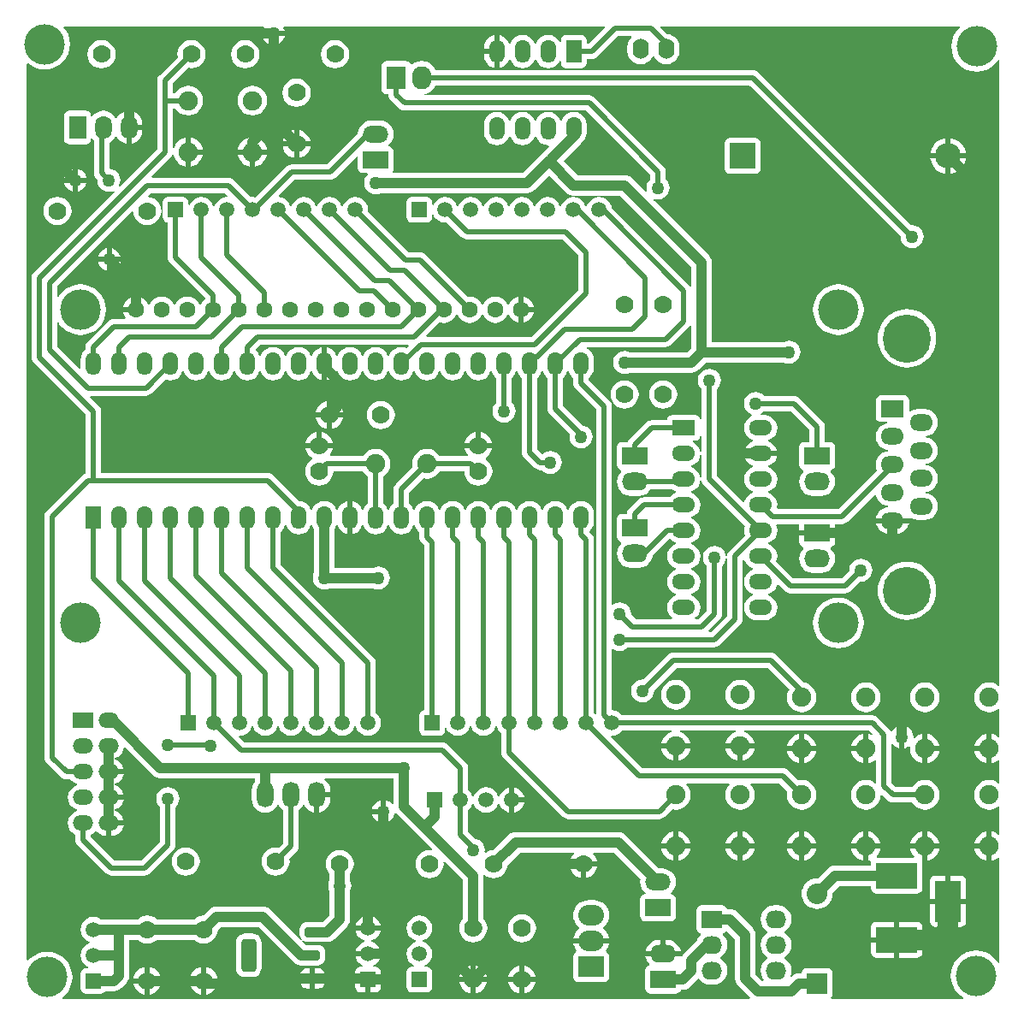
<source format=gtl>
G04 Layer_Physical_Order=1*
G04 Layer_Color=16711680*
%FSTAX44Y44*%
%MOMM*%
G71*
G01*
G75*
G04:AMPARAMS|DCode=10|XSize=3.28mm|YSize=1.5mm|CornerRadius=0.375mm|HoleSize=0mm|Usage=FLASHONLY|Rotation=270.000|XOffset=0mm|YOffset=0mm|HoleType=Round|Shape=RoundedRectangle|*
%AMROUNDEDRECTD10*
21,1,3.2800,0.7500,0,0,270.0*
21,1,2.5300,1.5000,0,0,270.0*
1,1,0.7500,-0.3750,-1.2650*
1,1,0.7500,-0.3750,1.2650*
1,1,0.7500,0.3750,1.2650*
1,1,0.7500,0.3750,-1.2650*
%
%ADD10ROUNDEDRECTD10*%
G04:AMPARAMS|DCode=11|XSize=1mm|YSize=1.5mm|CornerRadius=0.25mm|HoleSize=0mm|Usage=FLASHONLY|Rotation=270.000|XOffset=0mm|YOffset=0mm|HoleType=Round|Shape=RoundedRectangle|*
%AMROUNDEDRECTD11*
21,1,1.0000,1.0000,0,0,270.0*
21,1,0.5000,1.5000,0,0,270.0*
1,1,0.5000,-0.5000,-0.2500*
1,1,0.5000,-0.5000,0.2500*
1,1,0.5000,0.5000,0.2500*
1,1,0.5000,0.5000,-0.2500*
%
%ADD11ROUNDEDRECTD11*%
%ADD12C,1.0000*%
%ADD13C,0.5000*%
%ADD14C,2.0000*%
%ADD15C,4.0000*%
%ADD16C,1.6000*%
%ADD17R,2.5400X1.7780*%
%ADD18O,2.5400X1.7780*%
%ADD19O,1.6510X2.2860*%
%ADD20R,1.6510X2.2860*%
%ADD21C,2.0320*%
%ADD22R,2.0320X2.0320*%
%ADD23R,2.0320X1.7780*%
%ADD24O,2.0320X1.7780*%
%ADD25C,1.7780*%
%ADD26R,2.5400X1.6510*%
%ADD27O,2.5400X1.6510*%
%ADD28R,1.5240X2.2860*%
%ADD29O,1.5240X2.2860*%
%ADD30R,1.5000X1.5000*%
%ADD31C,1.5000*%
%ADD32O,1.6000X2.0000*%
%ADD33C,1.9050*%
%ADD34R,2.2860X1.6510*%
%ADD35O,2.2860X1.6510*%
%ADD36C,4.7600*%
%ADD37R,1.5000X1.5000*%
%ADD38R,2.2860X1.5240*%
%ADD39O,2.2860X1.5240*%
%ADD40R,2.5400X2.0320*%
%ADD41O,2.5400X2.0320*%
%ADD42O,2.0000X1.5000*%
%ADD43R,2.0000X1.5000*%
%ADD44R,1.9050X2.2860*%
%ADD45O,1.9050X2.2860*%
%ADD46C,1.5200*%
%ADD47R,1.5200X1.5200*%
%ADD48R,2.5400X2.5400*%
%ADD49C,2.5400*%
%ADD50O,1.6764X2.5400*%
%ADD51R,4.0640X2.5400*%
%ADD52R,2.5400X4.0640*%
%ADD53C,1.2700*%
G36*
X01195745Y01234682D02*
X01194297Y01233493D01*
X01191173Y01229686D01*
X01188851Y01225343D01*
X01187422Y01220631D01*
X01186939Y0121573D01*
X01187422Y01210829D01*
X01188851Y01206117D01*
X01191173Y01201774D01*
X01194297Y01197967D01*
X01198104Y01194843D01*
X01202447Y01192521D01*
X01207159Y01191092D01*
X0121206Y01190609D01*
X01216961Y01191092D01*
X01221673Y01192521D01*
X01226016Y01194843D01*
X01229823Y01197967D01*
X01232947Y01201774D01*
X01233303Y01202439D01*
X01234535Y01202131D01*
X012346Y00583325D01*
X01233461Y00582763D01*
X01231605Y00584188D01*
X01228072Y00585651D01*
X0122428Y0058615D01*
X01220488Y00585651D01*
X01216955Y00584188D01*
X01213921Y00581859D01*
X01211592Y00578825D01*
X01210129Y00575292D01*
X0120963Y005715D01*
X01210129Y00567708D01*
X01211592Y00564175D01*
X01213921Y00561141D01*
X01216955Y00558812D01*
X01220488Y00557349D01*
X0122428Y0055685D01*
X01228072Y00557349D01*
X01231605Y00558812D01*
X01233464Y00560238D01*
X01234603Y00559677D01*
X01234605Y00532521D01*
X01233466Y00531959D01*
X01231605Y00533388D01*
X01228072Y00534851D01*
X0122678Y00535021D01*
Y005207D01*
Y00506379D01*
X01228072Y00506549D01*
X01231605Y00508012D01*
X01233469Y00509443D01*
X01234608Y00508881D01*
X0123461Y00486797D01*
X01233471Y00486236D01*
X01231605Y00487668D01*
X01228072Y00489131D01*
X0122428Y0048963D01*
X01220488Y00489131D01*
X01216955Y00487668D01*
X01213921Y00485339D01*
X01211592Y00482305D01*
X01210129Y00478772D01*
X0120963Y0047498D01*
X01210129Y00471188D01*
X01211592Y00467655D01*
X01213921Y00464621D01*
X01216955Y00462292D01*
X01220488Y00460829D01*
X0122428Y0046033D01*
X01228072Y00460829D01*
X01231605Y00462292D01*
X01233474Y00463726D01*
X01234613Y00463165D01*
X01234616Y00435993D01*
X01233477Y00435432D01*
X01231605Y00436868D01*
X01228072Y00438331D01*
X0122678Y00438501D01*
Y0042418D01*
Y00409859D01*
X01228072Y00410029D01*
X01231605Y00411492D01*
X01233479Y0041293D01*
X01234618Y00412369D01*
X01234629Y00308435D01*
X01233397Y00308127D01*
X01232467Y00309866D01*
X01229343Y00313673D01*
X01225536Y00316797D01*
X01221193Y00319119D01*
X01216481Y00320548D01*
X0121158Y00321031D01*
X01206679Y00320548D01*
X01201967Y00319119D01*
X01197624Y00316797D01*
X01193817Y00313673D01*
X01190693Y00309866D01*
X01188371Y00305523D01*
X01186942Y00300811D01*
X01186459Y0029591D01*
X01186942Y00291009D01*
X01188371Y00286297D01*
X01190693Y00281954D01*
X01193817Y00278147D01*
X01197624Y00275023D01*
X01198687Y00274454D01*
X01198378Y00273223D01*
X01068201D01*
X01067816Y00274493D01*
X01067865Y00274525D01*
X0106897Y00276179D01*
X01069358Y0027813D01*
Y0029845D01*
X0106897Y00300401D01*
X01067865Y00302055D01*
X01066211Y0030316D01*
X0106426Y00303548D01*
X0104394D01*
X01041989Y0030316D01*
X01040335Y00302055D01*
X0103923Y00300401D01*
X01038842Y0029845D01*
Y00298376D01*
X0103632D01*
X01033709Y00298033D01*
X01031277Y00297025D01*
X01029188Y00295422D01*
X01028582Y00294816D01*
X01027505Y00295535D01*
X01028262Y00297364D01*
X0102874Y0030099D01*
X01028262Y00304616D01*
X01026863Y00307995D01*
X01024637Y00310896D01*
X01021938Y00312967D01*
X01021824Y0031369D01*
X01021938Y00314413D01*
X01024637Y00316483D01*
X01026863Y00319385D01*
X01028262Y00322764D01*
X0102874Y0032639D01*
X01028262Y00330016D01*
X01026863Y00333395D01*
X01024637Y00336297D01*
X01021938Y00338367D01*
X01021824Y0033909D01*
X01021938Y00339813D01*
X01024637Y00341884D01*
X01026863Y00344785D01*
X01028262Y00348164D01*
X0102874Y0035179D01*
X01028262Y00355416D01*
X01026863Y00358795D01*
X01024637Y00361697D01*
X01021735Y00363923D01*
X01018356Y00365322D01*
X0101473Y003658D01*
X0101219D01*
X01008564Y00365322D01*
X01005185Y00363923D01*
X01002283Y00361697D01*
X01000057Y00358795D01*
X00998658Y00355416D01*
X0099818Y0035179D01*
X00998658Y00348164D01*
X01000057Y00344785D01*
X01002283Y00341884D01*
X01004982Y00339813D01*
X01005096Y0033909D01*
X01004982Y00338367D01*
X01002283Y00336297D01*
X01000057Y00333395D01*
X00998658Y00330016D01*
X0099818Y0032639D01*
X00998658Y00322764D01*
X01000057Y00319385D01*
X01002283Y00316483D01*
X01004982Y00314413D01*
X01005096Y0031369D01*
X01004982Y00312967D01*
X01002283Y00310896D01*
X01000057Y00307995D01*
X00998658Y00304616D01*
X0099818Y0030099D01*
X00998658Y00297364D01*
X01000057Y00293985D01*
X0100156Y00292026D01*
X01001039Y0029097D01*
X00999764Y0029085D01*
X00993066Y00297548D01*
Y0033655D01*
X00992723Y0033916D01*
X00991715Y00341593D01*
X00990112Y00343682D01*
X00974872Y00358922D01*
X00972783Y00360525D01*
X0097035Y00361533D01*
X0096774Y00361876D01*
X0096498D01*
X0096483Y00362631D01*
X00963725Y00364285D01*
X00962071Y0036539D01*
X0096012Y00365778D01*
X009398D01*
X00937849Y0036539D01*
X00936195Y00364285D01*
X0093509Y00362631D01*
X00934702Y0036068D01*
Y003429D01*
X0093509Y00340949D01*
X00936195Y00339295D01*
X00937849Y0033819D01*
X00938894Y00337982D01*
X00939211Y00336624D01*
X00938783Y00336297D01*
X00936557Y00333395D01*
X00935805Y00331579D01*
X00922668Y00318442D01*
X00921065Y00316353D01*
X00920456Y00314884D01*
X00920023Y00315D01*
X009017D01*
X00884209D01*
X00884358Y00313874D01*
X00885757Y00310495D01*
X00887983Y00307593D01*
X00888411Y00307266D01*
X00888094Y00305908D01*
X00887049Y003057D01*
X00885395Y00304595D01*
X0088429Y00302941D01*
X00883902Y0030099D01*
Y0028321D01*
X0088429Y00281259D01*
X00885395Y00279605D01*
X00887049Y002785D01*
X00889Y00278112D01*
X009144D01*
X00916351Y002785D01*
X00918005Y00279605D01*
X0091911Y00281259D01*
X0091926Y00282014D01*
X0092075D01*
X00923361Y00282357D01*
X00925793Y00283365D01*
X00927882Y00284968D01*
X00936025Y00293111D01*
X00937292Y00293027D01*
X00938783Y00291084D01*
X00941685Y00288857D01*
X00945064Y00287458D01*
X0094869Y0028698D01*
X0095123D01*
X00954856Y00287458D01*
X00958235Y00288857D01*
X00961136Y00291084D01*
X00963363Y00293985D01*
X00964762Y00297364D01*
X0096524Y0030099D01*
X00964762Y00304616D01*
X00963363Y00307995D01*
X00961136Y00310896D01*
X00958438Y00312967D01*
X00958324Y0031369D01*
X00958438Y00314413D01*
X00961136Y00316483D01*
X00963363Y00319385D01*
X00964762Y00322764D01*
X0096524Y0032639D01*
X00964762Y00330016D01*
X00963363Y00333395D01*
X00961136Y00336297D01*
X00960709Y00336624D01*
X00961026Y00337982D01*
X00962071Y0033819D01*
X00963725Y00339295D01*
X00964068Y00339809D01*
X00965332Y00339934D01*
X00972894Y00332372D01*
Y0029337D01*
X00973237Y0029076D01*
X00974245Y00288327D01*
X00975848Y00286238D01*
X00987593Y00274493D01*
X00987067Y00273223D01*
X00307442D01*
X00306988Y00274493D01*
X00309783Y00276787D01*
X00312907Y00280594D01*
X00315229Y00284937D01*
X00316658Y00289649D01*
X00317141Y0029455D01*
X00316658Y00299451D01*
X00315229Y00304163D01*
X00312907Y00308506D01*
X00309783Y00312313D01*
X00305976Y00315437D01*
X00301633Y00317759D01*
X00296921Y00319188D01*
X0029202Y00319671D01*
X00287119Y00319188D01*
X00282407Y00317759D01*
X00278064Y00315437D01*
X00274257Y00312313D01*
X00273288Y00311133D01*
X00272093Y00311561D01*
Y01198439D01*
X00273241Y01198982D01*
X00275604Y01197043D01*
X00279947Y01194721D01*
X00284659Y01193292D01*
X0028956Y01192809D01*
X00294461Y01193292D01*
X00299173Y01194721D01*
X00303516Y01197043D01*
X00307323Y01200167D01*
X00310447Y01203974D01*
X00312769Y01208317D01*
X00314198Y01213029D01*
X00314681Y0121793D01*
X00314198Y01222831D01*
X00312769Y01227543D01*
X00310447Y01231886D01*
X00308214Y01234607D01*
X00308815Y01235877D01*
X00506073D01*
X00506634Y01234738D01*
X00506186Y01234154D01*
X00505042Y01231393D01*
X00504981Y0123093D01*
X00527219D01*
X00527158Y01231393D01*
X00526014Y01234154D01*
X00525566Y01234738D01*
X00526128Y01235877D01*
X0084393D01*
X00844416Y01234704D01*
X00827927Y01218215D01*
X00825998D01*
Y0122208D01*
X0082561Y01224031D01*
X00824505Y01225685D01*
X00822851Y0122679D01*
X008209Y01227178D01*
X0080566D01*
X00803709Y0122679D01*
X00802055Y01225685D01*
X0080095Y01224031D01*
X00800562Y0122208D01*
Y01220139D01*
X00799292Y01219886D01*
X00798904Y01220824D01*
X00796881Y01223461D01*
X00794244Y01225483D01*
X00791174Y01226755D01*
X0078788Y01227189D01*
X00784585Y01226755D01*
X00781516Y01225483D01*
X00778879Y01223461D01*
X00776857Y01220824D01*
X00775867Y01218436D01*
X00774493D01*
X00773503Y01220824D01*
X00771481Y01223461D01*
X00768844Y01225483D01*
X00765775Y01226755D01*
X0076248Y01227189D01*
X00759185Y01226755D01*
X00756116Y01225483D01*
X00753479Y01223461D01*
X00751457Y01220824D01*
X00750467Y01218436D01*
X00749093D01*
X00748103Y01220824D01*
X00746081Y01223461D01*
X00743444Y01225483D01*
X00740375Y01226755D01*
X0073958Y0122686D01*
Y0121065D01*
Y0119444D01*
X00740375Y01194545D01*
X00743444Y01195816D01*
X00746081Y01197839D01*
X00748103Y01200476D01*
X00749093Y01202864D01*
X00750467D01*
X00751457Y01200476D01*
X00753479Y01197839D01*
X00756116Y01195816D01*
X00759185Y01194545D01*
X0076248Y01194111D01*
X00765775Y01194545D01*
X00768844Y01195816D01*
X00771481Y01197839D01*
X00773503Y01200476D01*
X00774493Y01202864D01*
X00775867D01*
X00776857Y01200476D01*
X00778879Y01197839D01*
X00781516Y01195816D01*
X00784585Y01194545D01*
X0078788Y01194111D01*
X00791174Y01194545D01*
X00794244Y01195816D01*
X00796881Y01197839D01*
X00798904Y01200476D01*
X00799292Y01201413D01*
X00800562Y01201161D01*
Y0119922D01*
X0080095Y01197269D01*
X00802055Y01195615D01*
X00803709Y0119451D01*
X0080566Y01194122D01*
X008209D01*
X00822851Y0119451D01*
X00824505Y01195615D01*
X0082561Y01197269D01*
X00825998Y0119922D01*
Y01203085D01*
X0083106D01*
X00833018Y01203343D01*
X00834842Y01204099D01*
X00836409Y01205301D01*
X00856993Y01225885D01*
X00869928D01*
X00870336Y01224683D01*
X00870048Y01224462D01*
X00867965Y01221746D01*
X00866655Y01218584D01*
X00866208Y0121519D01*
Y0121119D01*
X00866655Y01207796D01*
X00867965Y01204634D01*
X00870048Y01201918D01*
X00872764Y01199835D01*
X00875926Y01198525D01*
X0087932Y01198078D01*
X00882714Y01198525D01*
X00885876Y01199835D01*
X00888592Y01201918D01*
X00890676Y01204634D01*
X00891333Y01206221D01*
X00892707D01*
X00893365Y01204634D01*
X00895448Y01201918D01*
X00898164Y01199835D01*
X00901326Y01198525D01*
X0090472Y01198078D01*
X00908114Y01198525D01*
X00911276Y01199835D01*
X00913992Y01201918D01*
X00916076Y01204634D01*
X00917385Y01207796D01*
X00917832Y0121119D01*
Y0121519D01*
X00917385Y01218584D01*
X00916076Y01221746D01*
X00913992Y01224462D01*
X00911276Y01226545D01*
X00908114Y01227855D01*
X00905487Y01228201D01*
X00898984Y01234704D01*
X0089947Y01235877D01*
X01195317D01*
X01195745Y01234682D01*
D02*
G37*
%LPC*%
G36*
X01053181Y0042168D02*
X0104136D01*
Y00409859D01*
X01042652Y00410029D01*
X01046185Y00411492D01*
X01049219Y00413821D01*
X01051548Y00416855D01*
X01053011Y00420388D01*
X01053181Y0042168D01*
D02*
G37*
G36*
X0109986D02*
X01088039D01*
X01088209Y00420388D01*
X01089672Y00416855D01*
X01092001Y00413821D01*
X01095035Y00411492D01*
X01098568Y00410029D01*
X0109986Y00409859D01*
Y0042168D01*
D02*
G37*
G36*
X00992221D02*
X009804D01*
Y00409859D01*
X00981692Y00410029D01*
X00985225Y00411492D01*
X00988259Y00413821D01*
X00990588Y00416855D01*
X00992051Y00420388D01*
X00992221Y0042168D01*
D02*
G37*
G36*
X0103636D02*
X01024539D01*
X01024709Y00420388D01*
X01026172Y00416855D01*
X01028501Y00413821D01*
X01031535Y00411492D01*
X01035068Y00410029D01*
X0103636Y00409859D01*
Y0042168D01*
D02*
G37*
G36*
X01175101D02*
X0116328D01*
Y00409859D01*
X01164572Y00410029D01*
X01168105Y00411492D01*
X01171139Y00413821D01*
X01173468Y00416855D01*
X01174931Y00420388D01*
X01175101Y0042168D01*
D02*
G37*
G36*
X009119Y00438501D02*
X00910608Y00438331D01*
X00907075Y00436868D01*
X00904041Y00434539D01*
X00901712Y00431505D01*
X00900249Y00427972D01*
X00900079Y0042668D01*
X009119D01*
Y00438501D01*
D02*
G37*
G36*
X009169D02*
Y0042668D01*
X00928721D01*
X00928551Y00427972D01*
X00927088Y00431505D01*
X00924759Y00434539D01*
X00921725Y00436868D01*
X00918192Y00438331D01*
X009169Y00438501D01*
D02*
G37*
G36*
X0122178Y0042168D02*
X01209959D01*
X01210129Y00420388D01*
X01211592Y00416855D01*
X01213921Y00413821D01*
X01216955Y00411492D01*
X01220488Y00410029D01*
X0122178Y00409859D01*
Y0042168D01*
D02*
G37*
G36*
X0115828D02*
X01146459D01*
X01146629Y00420388D01*
X01148092Y00416855D01*
X01150254Y00414038D01*
X01149897Y00412768D01*
X01113434D01*
X01113108Y00413248D01*
X01112886Y00414038D01*
X01115048Y00416855D01*
X01116511Y00420388D01*
X01116681Y0042168D01*
X0110486D01*
Y00409859D01*
X01106152Y00410029D01*
X0110687Y00410327D01*
X01107749Y00409316D01*
X01107422Y0040767D01*
Y00405056D01*
X0107188D01*
X01069269Y00404713D01*
X01066837Y00403705D01*
X01064748Y00402102D01*
X01054982Y00392337D01*
X010541Y00392423D01*
X01051128Y00392131D01*
X0104827Y00391264D01*
X01045637Y00389856D01*
X01043328Y00387962D01*
X01041434Y00385653D01*
X01040026Y0038302D01*
X01039159Y00380162D01*
X01038867Y0037719D01*
X01039159Y00374218D01*
X01040026Y0037136D01*
X01041434Y00368727D01*
X01043328Y00366418D01*
X01045637Y00364524D01*
X0104827Y00363116D01*
X01051128Y00362249D01*
X010541Y00361957D01*
X01057072Y00362249D01*
X0105993Y00363116D01*
X01062563Y00364524D01*
X01064872Y00366418D01*
X01066766Y00368727D01*
X01068174Y0037136D01*
X01069041Y00374218D01*
X01069333Y0037719D01*
X01069247Y00378072D01*
X01076058Y00384884D01*
X01107422D01*
Y0038227D01*
X0110781Y00380319D01*
X01108915Y00378665D01*
X01110569Y0037756D01*
X0111252Y00377172D01*
X0115316D01*
X01155111Y0037756D01*
X01156765Y00378665D01*
X0115787Y00380319D01*
X01158258Y0038227D01*
Y0040767D01*
X01158072Y00408605D01*
X0115828Y00408827D01*
Y0042168D01*
D02*
G37*
G36*
X009754D02*
X00963579D01*
X00963749Y00420388D01*
X00965212Y00416855D01*
X00967541Y00413821D01*
X00970575Y00411492D01*
X00974108Y00410029D01*
X009754Y00409859D01*
Y0042168D01*
D02*
G37*
G36*
X0118114Y00394988D02*
X0117094D01*
X01168989Y003946D01*
X01167335Y00393495D01*
X0116623Y00391841D01*
X01165842Y0038989D01*
Y0037207D01*
X0118114D01*
Y00394988D01*
D02*
G37*
G36*
X0119634D02*
X0118614D01*
Y0037207D01*
X01201438D01*
Y0038989D01*
X0120105Y00391841D01*
X01199945Y00393495D01*
X01198291Y003946D01*
X0119634Y00394988D01*
D02*
G37*
G36*
X006071Y00355179D02*
X00606337Y00355078D01*
X00603296Y00353819D01*
X00600685Y00351815D01*
X00598681Y00349204D01*
X00597422Y00346163D01*
X00597321Y003454D01*
X006071D01*
Y00355179D01*
D02*
G37*
G36*
X006121D02*
Y003454D01*
X00621879D01*
X00621778Y00346163D01*
X00620519Y00349204D01*
X00618515Y00351815D01*
X00615904Y00353819D01*
X00612863Y00355078D01*
X006121Y00355179D01*
D02*
G37*
G36*
X0082046Y004039D02*
X00809279D01*
X00809427Y00402774D01*
X00810827Y00399395D01*
X00813054Y00396493D01*
X00815955Y00394267D01*
X00819334Y00392868D01*
X0082046Y00392719D01*
Y004039D01*
D02*
G37*
G36*
X009119Y0042168D02*
X00900079D01*
X00900249Y00420388D01*
X00901712Y00416855D01*
X00904041Y00413821D01*
X00907075Y00411492D01*
X00910608Y00410029D01*
X009119Y00409859D01*
Y0042168D01*
D02*
G37*
G36*
X00928721D02*
X009169D01*
Y00409859D01*
X00918192Y00410029D01*
X00921725Y00411492D01*
X00924759Y00413821D01*
X00927088Y00416855D01*
X00928551Y00420388D01*
X00928721Y0042168D01*
D02*
G37*
G36*
X00836641Y004039D02*
X0082546D01*
Y00392719D01*
X00826586Y00392868D01*
X00829965Y00394267D01*
X00832867Y00396493D01*
X00835093Y00399395D01*
X00836492Y00402774D01*
X00836641Y004039D01*
D02*
G37*
G36*
X0042926Y0042295D02*
X00425634Y00422472D01*
X00422255Y00421073D01*
X00419353Y00418847D01*
X00417127Y00415945D01*
X00415728Y00412566D01*
X0041525Y0040894D01*
X00415728Y00405314D01*
X00417127Y00401935D01*
X00419353Y00399034D01*
X00422255Y00396807D01*
X00425634Y00395407D01*
X0042926Y0039493D01*
X00432886Y00395407D01*
X00436265Y00396807D01*
X00439166Y00399034D01*
X00441393Y00401935D01*
X00442793Y00405314D01*
X0044327Y0040894D01*
X00442793Y00412566D01*
X00441393Y00415945D01*
X00439166Y00418847D01*
X00436265Y00421073D01*
X00432886Y00422472D01*
X0042926Y0042295D01*
D02*
G37*
G36*
X0076422Y004674D02*
X0075434D01*
Y0045752D01*
X00755129Y00457624D01*
X00758194Y00458894D01*
X00760826Y00460914D01*
X00762846Y00463546D01*
X00764116Y00466611D01*
X0076422Y004674D01*
D02*
G37*
G36*
X0062234Y00469589D02*
X00621877Y00469528D01*
X00619116Y00468384D01*
X00616745Y00466565D01*
X00614926Y00464194D01*
X00613782Y00461433D01*
X00613721Y0046097D01*
X0062234D01*
Y00469589D01*
D02*
G37*
G36*
Y0045597D02*
X00613721D01*
X00613782Y00455507D01*
X00614926Y00452746D01*
X00616745Y00450375D01*
X00619116Y00448556D01*
X00621877Y00447412D01*
X0062234Y00447351D01*
Y0045597D01*
D02*
G37*
G36*
X00572298Y0047248D02*
X005613D01*
Y00457494D01*
X00562293Y00457625D01*
X00565549Y00458973D01*
X00568344Y00461118D01*
X00570489Y00463913D01*
X00571838Y00467169D01*
X00572298Y00470662D01*
Y0047248D01*
D02*
G37*
G36*
X0075434Y0048228D02*
Y004724D01*
X0076422D01*
X00764116Y00473189D01*
X00762846Y00476254D01*
X00760826Y00478886D01*
X00758194Y00480906D01*
X00755129Y00482176D01*
X0075434Y0048228D01*
D02*
G37*
G36*
X0109986Y005182D02*
X01088039D01*
X01088209Y00516908D01*
X01089672Y00513375D01*
X01092001Y00510341D01*
X01095035Y00508012D01*
X01098568Y00506549D01*
X0109986Y00506379D01*
Y005182D01*
D02*
G37*
G36*
X0114042Y00543249D02*
Y0053213D01*
Y00521011D01*
X01140883Y00521072D01*
X01143644Y00522216D01*
X01145206Y00523414D01*
X01146397Y00522727D01*
X0114613Y005207D01*
X01146629Y00516908D01*
X01148092Y00513375D01*
X01150421Y00510341D01*
X01153455Y00508012D01*
X01156988Y00506549D01*
X0115828Y00506379D01*
Y005207D01*
Y00535021D01*
X01156988Y00534851D01*
X01153455Y00533388D01*
X01150518Y00531134D01*
X01149892Y00531278D01*
X01149289Y00531528D01*
X01149368Y0053213D01*
X01148978Y00535093D01*
X01147834Y00537854D01*
X01146015Y00540225D01*
X01143644Y00542044D01*
X01140883Y00543188D01*
X0114042Y00543249D01*
D02*
G37*
G36*
X0103636Y005182D02*
X01024539D01*
X01024709Y00516908D01*
X01026172Y00513375D01*
X01028501Y00510341D01*
X01031535Y00508012D01*
X01035068Y00506549D01*
X0103636Y00506379D01*
Y005182D01*
D02*
G37*
G36*
X01053181D02*
X0104136D01*
Y00506379D01*
X01042652Y00506549D01*
X01046185Y00508012D01*
X01049219Y00510341D01*
X01051548Y00513375D01*
X01053011Y00516908D01*
X01053181Y005182D01*
D02*
G37*
G36*
X00367839Y0044454D02*
X0035556D01*
Y00434432D01*
X0035556D01*
X00358823Y00434862D01*
X00361864Y00436121D01*
X00364475Y00438125D01*
X00366479Y00440736D01*
X00367738Y00443777D01*
X00367839Y0044454D01*
D02*
G37*
G36*
X0103636Y00438501D02*
X01035068Y00438331D01*
X01031535Y00436868D01*
X01028501Y00434539D01*
X01026172Y00431505D01*
X01024709Y00427972D01*
X01024539Y0042668D01*
X0103636D01*
Y00438501D01*
D02*
G37*
G36*
X0104136D02*
Y0042668D01*
X01053181D01*
X01053011Y00427972D01*
X01051548Y00431505D01*
X01049219Y00434539D01*
X01046185Y00436868D01*
X01042652Y00438331D01*
X0104136Y00438501D01*
D02*
G37*
G36*
X009754D02*
X00974108Y00438331D01*
X00970575Y00436868D01*
X00967541Y00434539D01*
X00965212Y00431505D01*
X00963749Y00427972D01*
X00963579Y0042668D01*
X009754D01*
Y00438501D01*
D02*
G37*
G36*
X009804D02*
Y0042668D01*
X00992221D01*
X00992051Y00427972D01*
X00990588Y00431505D01*
X00988259Y00434539D01*
X00985225Y00436868D01*
X00981692Y00438331D01*
X009804Y00438501D01*
D02*
G37*
G36*
X0109986D02*
X01098568Y00438331D01*
X01095035Y00436868D01*
X01092001Y00434539D01*
X01089672Y00431505D01*
X01088209Y00427972D01*
X01088039Y0042668D01*
X0109986D01*
Y00438501D01*
D02*
G37*
G36*
X0116328D02*
Y0042668D01*
X01175101D01*
X01174931Y00427972D01*
X01173468Y00431505D01*
X01171139Y00434539D01*
X01168105Y00436868D01*
X01164572Y00438331D01*
X0116328Y00438501D01*
D02*
G37*
G36*
X0122178D02*
X01220488Y00438331D01*
X01216955Y00436868D01*
X01213921Y00434539D01*
X01211592Y00431505D01*
X01210129Y00427972D01*
X01209959Y0042668D01*
X0122178D01*
Y00438501D01*
D02*
G37*
G36*
X0110486D02*
Y0042668D01*
X01116681D01*
X01116511Y00427972D01*
X01115048Y00431505D01*
X01112719Y00434539D01*
X01109685Y00436868D01*
X01106152Y00438331D01*
X0110486Y00438501D01*
D02*
G37*
G36*
X0115828D02*
X01156988Y00438331D01*
X01153455Y00436868D01*
X01150421Y00434539D01*
X01148092Y00431505D01*
X01146629Y00427972D01*
X01146459Y0042668D01*
X0115828D01*
Y00438501D01*
D02*
G37*
G36*
X00567305Y0029073D02*
X0055724D01*
Y00283165D01*
X0055974D01*
X00561698Y00283423D01*
X00563522Y00284179D01*
X00565089Y00285381D01*
X00566291Y00286947D01*
X00567047Y00288772D01*
X00567305Y0029073D01*
D01*
D02*
G37*
G36*
X00848107Y003277D02*
X0083058D01*
X00813053D01*
X00813099Y00327228D01*
X00813966Y0032437D01*
X00815374Y00321737D01*
X00816066Y00320894D01*
X00815605Y00319453D01*
X00814275Y00318565D01*
X0081317Y00316911D01*
X00812782Y0031496D01*
Y0029464D01*
X0081317Y00292689D01*
X00814275Y00291035D01*
X00815929Y0028993D01*
X0081788Y00289542D01*
X0084328D01*
X00845231Y0028993D01*
X00846885Y00291035D01*
X0084799Y00292689D01*
X00848378Y0029464D01*
Y0031496D01*
X0084799Y00316911D01*
X00846885Y00318565D01*
X00845555Y00319453D01*
X00845094Y00320894D01*
X00845786Y00321737D01*
X00847194Y0032437D01*
X00848061Y00327228D01*
X00848107Y003277D01*
D02*
G37*
G36*
X006604Y00355508D02*
X00657137Y00355078D01*
X00654096Y00353819D01*
X00651485Y00351815D01*
X00649481Y00349204D01*
X00648222Y00346163D01*
X00647792Y003429D01*
X00648222Y00339637D01*
X00649481Y00336596D01*
X00651485Y00333985D01*
X00654096Y00331981D01*
X00656823Y00330852D01*
X00656823Y0033085D01*
Y0032955D01*
X00656823Y00329548D01*
X00654096Y00328419D01*
X00651485Y00326415D01*
X00649481Y00323804D01*
X00648222Y00320763D01*
X00647792Y003175D01*
X00648222Y00314237D01*
X00649481Y00311196D01*
X00651485Y00308585D01*
X00654096Y00306581D01*
X00655577Y00305968D01*
X00655324Y00304698D01*
X006529D01*
X00650949Y0030431D01*
X00649295Y00303205D01*
X0064819Y00301551D01*
X00647802Y002996D01*
Y002846D01*
X0064819Y00282649D01*
X00649295Y00280995D01*
X00650949Y0027989D01*
X006529Y00279502D01*
X006679D01*
X00669851Y0027989D01*
X00671505Y00280995D01*
X0067261Y00282649D01*
X00672998Y002846D01*
Y002996D01*
X0067261Y00301551D01*
X00671505Y00303205D01*
X00669851Y0030431D01*
X006679Y00304698D01*
X00665476D01*
X00665223Y00305968D01*
X00666704Y00306581D01*
X00669315Y00308585D01*
X00671319Y00311196D01*
X00672578Y00314237D01*
X00673008Y003175D01*
X00672578Y00320763D01*
X00671319Y00323804D01*
X00669315Y00326415D01*
X00666704Y00328419D01*
X00663977Y00329548D01*
X00663977Y0032955D01*
Y0033085D01*
X00663977Y00330852D01*
X00666704Y00331981D01*
X00669315Y00333985D01*
X00671319Y00336596D01*
X00672578Y00339637D01*
X00673008Y003429D01*
X00672578Y00346163D01*
X00671319Y00349204D01*
X00669315Y00351815D01*
X00666704Y00353819D01*
X00663663Y00355078D01*
X006604Y00355508D01*
D02*
G37*
G36*
X0055224Y0029073D02*
X00542175D01*
X00542433Y00288772D01*
X00543189Y00286947D01*
X00544391Y00285381D01*
X00545958Y00284179D01*
X00547782Y00283423D01*
X0054974Y00283165D01*
X0055224D01*
Y0029073D01*
D02*
G37*
G36*
X0038866Y00304511D02*
X00387534Y00304363D01*
X00384155Y00302963D01*
X00381254Y00300737D01*
X00379027Y00297835D01*
X00377627Y00294456D01*
X00377479Y0029333D01*
X0038866D01*
Y00304511D01*
D02*
G37*
G36*
X0044954D02*
Y0029333D01*
X00460721D01*
X00460573Y00294456D01*
X00459173Y00297835D01*
X00456946Y00300737D01*
X00454045Y00302963D01*
X00450666Y00304363D01*
X0044954Y00304511D01*
D02*
G37*
G36*
X0071124Y00305781D02*
X00710114Y00305632D01*
X00706735Y00304233D01*
X00703833Y00302006D01*
X00701607Y00299105D01*
X00700208Y00295726D01*
X00700059Y002946D01*
X0071124D01*
Y00305781D01*
D02*
G37*
G36*
X0044454Y00304511D02*
X00443414Y00304363D01*
X00440035Y00302963D01*
X00437133Y00300737D01*
X00434907Y00297835D01*
X00433507Y00294456D01*
X00433359Y0029333D01*
X0044454D01*
Y00304511D01*
D02*
G37*
G36*
X0039366D02*
Y0029333D01*
X00404841D01*
X00404692Y00294456D01*
X00403293Y00297835D01*
X00401067Y00300737D01*
X00398165Y00302963D01*
X00394786Y00304363D01*
X0039366Y00304511D01*
D02*
G37*
G36*
X00622198Y002896D02*
X006121D01*
Y00279502D01*
X006171D01*
X00619051Y0027989D01*
X00620705Y00280995D01*
X0062181Y00282649D01*
X00622198Y002846D01*
Y002896D01*
D02*
G37*
G36*
X00404841Y0028833D02*
X0039366D01*
Y00277149D01*
X00394786Y00277297D01*
X00398165Y00278697D01*
X00401067Y00280924D01*
X00403293Y00283825D01*
X00404692Y00287204D01*
X00404841Y0028833D01*
D02*
G37*
G36*
X00460721D02*
X0044954D01*
Y00277149D01*
X00450666Y00277297D01*
X00454045Y00278697D01*
X00456946Y00280924D01*
X00459173Y00283825D01*
X00460573Y00287204D01*
X00460721Y0028833D01*
D02*
G37*
G36*
X0038866D02*
X00377479D01*
X00377627Y00287204D01*
X00379027Y00283825D01*
X00381254Y00280924D01*
X00384155Y00278697D01*
X00387534Y00277297D01*
X0038866Y00277149D01*
Y0028833D01*
D02*
G37*
G36*
X0044454D02*
X00433359D01*
X00433507Y00287204D01*
X00434907Y00283825D01*
X00437133Y00280924D01*
X00440035Y00278697D01*
X00443414Y00277297D01*
X0044454Y00277149D01*
Y0028833D01*
D02*
G37*
G36*
X0071124Y002896D02*
X00700059D01*
X00700208Y00288474D01*
X00701607Y00285095D01*
X00703833Y00282194D01*
X00706735Y00279967D01*
X00710114Y00278568D01*
X0071124Y00278419D01*
Y002896D01*
D02*
G37*
G36*
X00775681D02*
X007645D01*
Y00278419D01*
X00765626Y00278568D01*
X00769005Y00279967D01*
X00771907Y00282194D01*
X00774133Y00285095D01*
X00775533Y00288474D01*
X00775681Y002896D01*
D02*
G37*
G36*
X006071D02*
X00597002D01*
Y002846D01*
X0059739Y00282649D01*
X00598495Y00280995D01*
X00600149Y0027989D01*
X006021Y00279502D01*
X006071D01*
Y002896D01*
D02*
G37*
G36*
X007595D02*
X00748319D01*
X00748467Y00288474D01*
X00749867Y00285095D01*
X00752094Y00282194D01*
X00754995Y00279967D01*
X00758374Y00278568D01*
X007595Y00278419D01*
Y002896D01*
D02*
G37*
G36*
X00727421D02*
X0071624D01*
Y00278419D01*
X00717366Y00278568D01*
X00720745Y00279967D01*
X00723646Y00282194D01*
X00725873Y00285095D01*
X00727272Y00288474D01*
X00727421Y002896D01*
D02*
G37*
G36*
X00762Y0035691D02*
X00758374Y00356432D01*
X00754995Y00355033D01*
X00752094Y00352807D01*
X00749867Y00349905D01*
X00748467Y00346526D01*
X0074799Y003429D01*
X00748467Y00339274D01*
X00749867Y00335895D01*
X00752094Y00332994D01*
X00754995Y00330767D01*
X00758374Y00329367D01*
X00762Y0032889D01*
X00765626Y00329367D01*
X00769005Y00330767D01*
X00771907Y00332994D01*
X00774133Y00335895D01*
X00775533Y00339274D01*
X0077601Y003429D01*
X00775533Y00346526D01*
X00774133Y00349905D01*
X00771907Y00352807D01*
X00769005Y00355033D01*
X00765626Y00356432D01*
X00762Y0035691D01*
D02*
G37*
G36*
X0058166Y0042041D02*
X00578034Y00419933D01*
X00574655Y00418533D01*
X00571754Y00416306D01*
X00569527Y00413405D01*
X00568128Y00410026D01*
X0056765Y004064D01*
X00568128Y00402774D01*
X00569527Y00399395D01*
X00571574Y00396728D01*
Y00390119D01*
X00570602Y00387773D01*
X00570212Y0038481D01*
X00570602Y00381847D01*
X00571574Y00379501D01*
Y00355968D01*
X00564922Y00349316D01*
X0055474D01*
X00554576Y00349295D01*
X0054974D01*
X00547782Y00349037D01*
X00545958Y00348281D01*
X00544391Y00347079D01*
X00543189Y00345513D01*
X00542433Y00343688D01*
X00542175Y0034173D01*
Y0033673D01*
X00542433Y00334772D01*
X00543189Y00332948D01*
X00543898Y00332024D01*
X00544134Y00331716D01*
X00543177Y00330877D01*
X00512592Y00361462D01*
X00510503Y00363065D01*
X0050807Y00364073D01*
X0050546Y00364416D01*
X0045974D01*
X0045713Y00364073D01*
X00454697Y00363065D01*
X00452608Y00361462D01*
X00446747Y00355601D01*
X00443414Y00355163D01*
X00440035Y00353763D01*
X00437368Y00351716D01*
X00400832D01*
X00398165Y00353763D01*
X00394786Y00355163D01*
X0039116Y0035564D01*
X00387534Y00355163D01*
X00384155Y00353763D01*
X00381488Y00351716D01*
X00345209D01*
X00344124Y00352549D01*
X00341083Y00353808D01*
X0033782Y00354238D01*
X00334557Y00353808D01*
X00331516Y00352549D01*
X00328905Y00350545D01*
X00326901Y00347934D01*
X00325642Y00344893D01*
X00325212Y0034163D01*
X00325642Y00338367D01*
X00326901Y00335326D01*
X00328905Y00332715D01*
X00331516Y00330711D01*
X00334243Y00329582D01*
X00334243Y0032958D01*
Y0032828D01*
X00334243Y00328278D01*
X00331516Y00327149D01*
X00328905Y00325145D01*
X00326901Y00322534D01*
X00325642Y00319493D01*
X00325212Y0031623D01*
X00325642Y00312967D01*
X00326901Y00309926D01*
X00328905Y00307315D01*
X00331516Y00305311D01*
X00332997Y00304698D01*
X00332744Y00303428D01*
X0033032D01*
X00328369Y0030304D01*
X00326715Y00301935D01*
X0032561Y00300281D01*
X00325222Y0029833D01*
Y0028333D01*
X0032561Y00281379D01*
X00326715Y00279725D01*
X00328369Y0027862D01*
X0033032Y00278232D01*
X0034532D01*
X00347271Y0027862D01*
X00348925Y00279725D01*
X00349605Y00280744D01*
X0035814D01*
X00360751Y00281087D01*
X00363183Y00282095D01*
X00365272Y00283698D01*
X00370352Y00288778D01*
X00371955Y00290867D01*
X00372963Y002933D01*
X00373306Y0029591D01*
Y0031623D01*
Y00331544D01*
X00381488D01*
X00384155Y00329497D01*
X00387534Y00328097D01*
X0039116Y0032762D01*
X00394786Y00328097D01*
X00398165Y00329497D01*
X00400832Y00331544D01*
X00437368D01*
X00440035Y00329497D01*
X00443414Y00328097D01*
X0044704Y0032762D01*
X00450666Y00328097D01*
X00454045Y00329497D01*
X00456946Y00331724D01*
X00459173Y00334625D01*
X00460573Y00338004D01*
X00461011Y00341337D01*
X00463918Y00344244D01*
X00501282D01*
X00536428Y00309098D01*
X00538517Y00307495D01*
X0054095Y00306487D01*
X0054356Y00306144D01*
X0055474D01*
X00554904Y00306165D01*
X0055974D01*
X00561698Y00306423D01*
X00563522Y00307179D01*
X00565089Y00308381D01*
X00566291Y00309948D01*
X00567047Y00311772D01*
X00567305Y0031373D01*
Y0031873D01*
X00567047Y00320688D01*
X00566291Y00322512D01*
X00565089Y00324079D01*
X00563522Y00325281D01*
X00561698Y00326037D01*
X0055974Y00326295D01*
X00554904D01*
X0055474Y00326316D01*
X00547738D01*
X00543887Y00330167D01*
X00544726Y00331124D01*
X00545033Y00330888D01*
X00545958Y00330179D01*
X00547782Y00329423D01*
X0054974Y00329165D01*
X00554576D01*
X0055474Y00329144D01*
X005691D01*
X00571711Y00329488D01*
X00574143Y00330495D01*
X00576232Y00332098D01*
X00588792Y00344658D01*
X00590395Y00346747D01*
X00591403Y00349179D01*
X00591746Y0035179D01*
Y00379501D01*
X00592718Y00381847D01*
X00593108Y0038481D01*
X00592718Y00387773D01*
X00591746Y00390119D01*
Y00396728D01*
X00593793Y00399395D01*
X00595192Y00402774D01*
X0059567Y004064D01*
X00595192Y00410026D01*
X00593793Y00413405D01*
X00591567Y00416306D01*
X00588665Y00418533D01*
X00585286Y00419933D01*
X0058166Y0042041D01*
D02*
G37*
G36*
X00621879Y003404D02*
X006096D01*
X00597321D01*
X00597422Y00339637D01*
X00598681Y00336596D01*
X00600685Y00333985D01*
X00603296Y00331981D01*
X00606023Y00330852D01*
X00606023Y0033085D01*
Y0032955D01*
X00606023Y00329548D01*
X00603296Y00328419D01*
X00600685Y00326415D01*
X00598681Y00323804D01*
X00597422Y00320763D01*
X00597321Y0032D01*
X006096D01*
X00621879D01*
X00621778Y00320763D01*
X00620519Y00323804D01*
X00618515Y00326415D01*
X00615904Y00328419D01*
X00613177Y00329548D01*
X00613177Y0032955D01*
Y0033085D01*
X00613177Y00330852D01*
X00615904Y00331981D01*
X00618515Y00333985D01*
X00620519Y00336596D01*
X00621778Y00339637D01*
X00621879Y003404D01*
D02*
G37*
G36*
X0090551Y0033151D02*
X009042D01*
Y0032D01*
X00919191D01*
X00919043Y00321126D01*
X00917643Y00324505D01*
X00915416Y00327407D01*
X00912515Y00329633D01*
X00909136Y00331032D01*
X0090551Y0033151D01*
D02*
G37*
G36*
X0083312Y00370833D02*
X0082804D01*
X00825068Y00370541D01*
X0082221Y00369674D01*
X00819577Y00368266D01*
X00817268Y00366372D01*
X00815374Y00364063D01*
X00813966Y0036143D01*
X00813099Y00358572D01*
X00812807Y003556D01*
X00813099Y00352628D01*
X00813966Y0034977D01*
X00815374Y00347137D01*
X00817268Y00344828D01*
X00818617Y00343722D01*
Y00342079D01*
X00817268Y00340972D01*
X00815374Y00338663D01*
X00813966Y0033603D01*
X00813099Y00333172D01*
X00813053Y003327D01*
X0083058D01*
X00848107D01*
X00848061Y00333172D01*
X00847194Y0033603D01*
X00845786Y00338663D01*
X00843892Y00340972D01*
X00842543Y00342079D01*
Y00343722D01*
X00843892Y00344828D01*
X00845786Y00347137D01*
X00847194Y0034977D01*
X00848061Y00352628D01*
X00848353Y003556D01*
X00848061Y00358572D01*
X00847194Y0036143D01*
X00845786Y00364063D01*
X00843892Y00366372D01*
X00841583Y00368266D01*
X0083895Y00369674D01*
X00836092Y00370541D01*
X0083312Y00370833D01*
D02*
G37*
G36*
X0118114Y0036707D02*
X01165842D01*
Y0034925D01*
X0116623Y00347299D01*
X01167335Y00345645D01*
X01168989Y0034454D01*
X0117094Y00344152D01*
X0118114D01*
Y0036707D01*
D02*
G37*
G36*
X01201438D02*
X0118614D01*
Y00344152D01*
X0119634D01*
X01198291Y0034454D01*
X01199945Y00345645D01*
X0120105Y00347299D01*
X01201438Y0034925D01*
Y0036707D01*
D02*
G37*
G36*
X0113034Y00349268D02*
X0111252D01*
X01110569Y0034888D01*
X01108915Y00347775D01*
X0110781Y00346121D01*
X01107422Y0034417D01*
Y0033397D01*
X0113034D01*
Y00349268D01*
D02*
G37*
G36*
X0115316D02*
X0113534D01*
Y0033397D01*
X01158258D01*
Y0034417D01*
X0115787Y00346121D01*
X01156765Y00347775D01*
X01155111Y0034888D01*
X0115316Y00349268D01*
D02*
G37*
G36*
X008992Y0033151D02*
X0089789D01*
X00894264Y00331032D01*
X00890885Y00329633D01*
X00887983Y00327407D01*
X00885757Y00324505D01*
X00884358Y00321126D01*
X00884209Y0032D01*
X008992D01*
Y0033151D01*
D02*
G37*
G36*
X0071624Y00305781D02*
Y002946D01*
X00727421D01*
X00727272Y00295726D01*
X00725873Y00299105D01*
X00723646Y00302006D01*
X00720745Y00304233D01*
X00717366Y00305632D01*
X0071624Y00305781D01*
D02*
G37*
G36*
X007645D02*
Y002946D01*
X00775681D01*
X00775533Y00295726D01*
X00774133Y00299105D01*
X00771907Y00302006D01*
X00769005Y00304233D01*
X00765626Y00305632D01*
X007645Y00305781D01*
D02*
G37*
G36*
X007595D02*
X00758374Y00305632D01*
X00754995Y00304233D01*
X00752094Y00302006D01*
X00749867Y00299105D01*
X00748467Y00295726D01*
X00748319Y002946D01*
X007595D01*
Y00305781D01*
D02*
G37*
G36*
X00621879Y00315D02*
X006096D01*
X00597321D01*
X00597422Y00314237D01*
X00598681Y00311196D01*
X00600685Y00308585D01*
X00603296Y00306581D01*
X00604777Y00305968D01*
X00604524Y00304698D01*
X006021D01*
X00600149Y0030431D01*
X00598495Y00303205D01*
X0059739Y00301551D01*
X00597002Y002996D01*
Y002946D01*
X006096D01*
X00622198D01*
Y002996D01*
X0062181Y00301551D01*
X00620705Y00303205D01*
X00619051Y0030431D01*
X006171Y00304698D01*
X00614676D01*
X00614423Y00305968D01*
X00615904Y00306581D01*
X00618515Y00308585D01*
X00620519Y00311196D01*
X00621778Y00314237D01*
X00621879Y00315D01*
D02*
G37*
G36*
X0049549Y00337705D02*
X0048799D01*
X00485706Y00337405D01*
X00483577Y00336523D01*
X00481749Y00335121D01*
X00480347Y00333293D01*
X00479465Y00331164D01*
X00479164Y0032888D01*
Y0030358D01*
X00479465Y00301296D01*
X00480347Y00299167D01*
X00481749Y00297339D01*
X00483577Y00295937D01*
X00485706Y00295055D01*
X0048799Y00294755D01*
X0049549D01*
X00497774Y00295055D01*
X00499903Y00295937D01*
X0050173Y00297339D01*
X00503133Y00299167D01*
X00504015Y00301296D01*
X00504315Y0030358D01*
Y0032888D01*
X00504015Y00331164D01*
X00503133Y00333293D01*
X0050173Y00335121D01*
X00499903Y00336523D01*
X00497774Y00337405D01*
X0049549Y00337705D01*
D02*
G37*
G36*
X0113034Y0032897D02*
X01107422D01*
Y0031877D01*
X0110781Y00316819D01*
X01108915Y00315165D01*
X01110569Y0031406D01*
X0111252Y00313672D01*
X0113034D01*
Y0032897D01*
D02*
G37*
G36*
X01158258D02*
X0113534D01*
Y00313672D01*
X0115316D01*
X01155111Y0031406D01*
X01156765Y00315165D01*
X0115787Y00316819D01*
X01158258Y0031877D01*
Y0032897D01*
D02*
G37*
G36*
X0055224Y00303295D02*
X0054974D01*
X00547782Y00303037D01*
X00545958Y00302281D01*
X00544391Y00301079D01*
X00543189Y00299512D01*
X00542433Y00297688D01*
X00542175Y0029573D01*
D01*
X0055224D01*
Y00303295D01*
D02*
G37*
G36*
X0055974D02*
X0055724D01*
Y0029573D01*
X00567305D01*
X00567047Y00297688D01*
X00566291Y00299512D01*
X00565089Y00301079D01*
X00563522Y00302281D01*
X00561698Y00303037D01*
X0055974Y00303295D01*
D02*
G37*
G36*
X0031754Y0108081D02*
X00308921D01*
X00308982Y01080347D01*
X00310126Y01077586D01*
X00311945Y01075215D01*
X00314316Y01073396D01*
X00317077Y01072252D01*
X0031754Y01072191D01*
Y0108081D01*
D02*
G37*
G36*
X00331159D02*
X0032254D01*
Y01072191D01*
X00323003Y01072252D01*
X00325764Y01073396D01*
X00328135Y01075215D01*
X00329954Y01077586D01*
X00331098Y01080347D01*
X00331159Y0108081D01*
D02*
G37*
G36*
X0043482Y0122212D02*
X00431194Y01221643D01*
X00427815Y01220243D01*
X00424914Y01218017D01*
X00422687Y01215115D01*
X00421287Y01211736D01*
X0042081Y0120811D01*
X00421195Y01205183D01*
X00403591Y01187579D01*
X00402389Y01186012D01*
X00401633Y01184188D01*
X00401375Y0118223D01*
Y0116239D01*
Y01114383D01*
X00364187Y01077195D01*
X0036311Y01077914D01*
X00364118Y01080347D01*
X00364508Y0108331D01*
X00364118Y01086273D01*
X00362974Y01089034D01*
X00361155Y01091405D01*
X00358784Y01093224D01*
X00356023Y01094368D01*
X00353485Y01094702D01*
Y01120482D01*
X00354245Y01120797D01*
X00357014Y01122921D01*
X00359138Y0112569D01*
X00359625Y01126865D01*
X00360895D01*
X00361382Y0112569D01*
X00363506Y01122921D01*
X00366275Y01120797D01*
X003695Y01119461D01*
X0037046Y01119335D01*
Y0113555D01*
Y01151765D01*
X003695Y01151639D01*
X00366275Y01150303D01*
X00363506Y01148179D01*
X00361382Y0114541D01*
X00360895Y01144234D01*
X00359625D01*
X00359138Y0114541D01*
X00357014Y01148179D01*
X00354245Y01150303D01*
X0035102Y01151639D01*
X0034756Y01152094D01*
X003441Y01151639D01*
X00340875Y01150303D01*
X00338106Y01148179D01*
X00336783Y01146454D01*
X00335513Y01146885D01*
Y0114698D01*
X00335125Y01148931D01*
X0033402Y01150585D01*
X00332366Y0115169D01*
X00330415Y01152078D01*
X00313905D01*
X00311954Y0115169D01*
X003103Y01150585D01*
X00309195Y01148931D01*
X00308807Y0114698D01*
Y0112412D01*
X00309195Y01122169D01*
X003103Y01120515D01*
X00311954Y0111941D01*
X00313905Y01119022D01*
X00330415D01*
X00332366Y0111941D01*
X0033402Y01120515D01*
X00335125Y01122169D01*
X00335513Y0112412D01*
Y01124215D01*
X00336783Y01124646D01*
X00338106Y01122921D01*
X00338355Y0112273D01*
Y0109045D01*
X00338613Y01088492D01*
X00339369Y01086668D01*
X00340571Y01085101D01*
X00341699Y01083973D01*
X00341612Y0108331D01*
X00342002Y01080347D01*
X00343146Y01077586D01*
X00344965Y01075215D01*
X00347336Y01073396D01*
X00350097Y01072252D01*
X0035306Y01071862D01*
X00356023Y01072252D01*
X00358456Y0107326D01*
X00359175Y01072183D01*
X00279131Y00992139D01*
X00277929Y00990572D01*
X00277173Y00988748D01*
X00276915Y0098679D01*
Y0090805D01*
X00277173Y00906092D01*
X00277929Y00904268D01*
X00279131Y00902701D01*
X00330255Y00851577D01*
Y00793219D01*
X00328958Y00792681D01*
X00327391Y00791479D01*
X00291831Y00755919D01*
X00290629Y00754352D01*
X00289873Y00752528D01*
X00289615Y0075057D01*
Y0051181D01*
X00289873Y00509852D01*
X00290629Y00508028D01*
X00291831Y00506461D01*
X00305801Y00492491D01*
X00305801Y00492491D01*
X00307368Y00491289D01*
X00309192Y00490533D01*
X0031115Y00490275D01*
X00315209D01*
X00316245Y00488925D01*
X00318856Y00486921D01*
X00321583Y00485792D01*
X00321583Y0048579D01*
Y0048449D01*
X00321583Y00484488D01*
X00318856Y00483359D01*
X00316245Y00481355D01*
X00314241Y00478744D01*
X00312982Y00475703D01*
X00312552Y0047244D01*
X00312982Y00469177D01*
X00314241Y00466136D01*
X00316245Y00463525D01*
X00318856Y00461521D01*
X00321583Y00460392D01*
X00321583Y0046039D01*
Y0045909D01*
X00321583Y00459088D01*
X00318856Y00457959D01*
X00316245Y00455955D01*
X00314241Y00453344D01*
X00312982Y00450303D01*
X00312552Y0044704D01*
X00312982Y00443777D01*
X00314241Y00440736D01*
X00316245Y00438125D01*
X00318856Y00436121D01*
X00320095Y00435608D01*
Y0043053D01*
X00320353Y00428572D01*
X00321109Y00426748D01*
X00322311Y00425181D01*
X00350251Y00397241D01*
X00351818Y00396039D01*
X00353642Y00395283D01*
X00354621Y00395154D01*
X003556Y00395025D01*
X003556Y00395025D01*
X0038862D01*
X00390578Y00395283D01*
X00392402Y00396039D01*
X00393969Y00397241D01*
X00416829Y00420101D01*
X00418031Y00421668D01*
X00418787Y00423492D01*
X00419045Y0042545D01*
Y00462668D01*
X00419575Y00463075D01*
X00421394Y00465446D01*
X00422538Y00468207D01*
X00422928Y0047117D01*
X00422538Y00474133D01*
X00421394Y00476894D01*
X00419575Y00479265D01*
X00417204Y00481084D01*
X00414443Y00482228D01*
X0041148Y00482618D01*
X00408517Y00482228D01*
X00405756Y00481084D01*
X00403385Y00479265D01*
X00401566Y00476894D01*
X00400422Y00474133D01*
X00400032Y0047117D01*
X00400422Y00468207D01*
X00401566Y00465446D01*
X00403385Y00463075D01*
X00403915Y00462668D01*
Y00428583D01*
X00385487Y00410155D01*
X00358733D01*
X00335225Y00433663D01*
Y00435608D01*
X00336464Y00436121D01*
X00339075Y00438125D01*
X00339725Y00438972D01*
X00340995D01*
X00341645Y00438125D01*
X00344256Y00436121D01*
X00347297Y00434862D01*
X0035056Y00434432D01*
X0035056D01*
Y0044704D01*
X0035306D01*
Y0044954D01*
X00367839D01*
X00367738Y00450303D01*
X00366479Y00453344D01*
X00364475Y00455955D01*
X00361864Y00457959D01*
X00359137Y00459088D01*
X00359137Y0045909D01*
Y0046039D01*
X00359137Y00460392D01*
X00361864Y00461521D01*
X00364475Y00463525D01*
X00366479Y00466136D01*
X00367738Y00469177D01*
X00367839Y0046994D01*
X0035306D01*
Y0047494D01*
X00367839D01*
X00367738Y00475703D01*
X00366479Y00478744D01*
X00364475Y00481355D01*
X00361864Y00483359D01*
X00359137Y00484488D01*
X00359137Y0048449D01*
Y0048579D01*
X00359137Y00485792D01*
X00361864Y00486921D01*
X00364475Y00488925D01*
X00366479Y00491536D01*
X00367738Y00494577D01*
X00367839Y0049534D01*
X0035306D01*
Y0050034D01*
X00367839D01*
X00367738Y00501103D01*
X00366479Y00504144D01*
X00364475Y00506755D01*
X00361864Y00508759D01*
X00359137Y00509888D01*
X00359137Y0050989D01*
Y0051119D01*
X00359137Y00511192D01*
X00361864Y00512321D01*
X00364475Y00514325D01*
X00366479Y00516936D01*
X00367738Y00519977D01*
X00367962Y00521673D01*
X00369164Y00522082D01*
X00396728Y00494518D01*
X00398817Y00492915D01*
X0040125Y00491907D01*
X0040386Y00491564D01*
X00497914D01*
Y00488136D01*
X00496311Y00486047D01*
X00494963Y00482791D01*
X00494502Y00479298D01*
Y00470662D01*
X00494963Y00467169D01*
X00496311Y00463913D01*
X00498456Y00461118D01*
X00501251Y00458973D01*
X00504507Y00457625D01*
X00508Y00457164D01*
X00511493Y00457625D01*
X00514749Y00458973D01*
X00517544Y00461118D01*
X00519689Y00463913D01*
X00520065Y00464821D01*
X00521335D01*
X00521711Y00463913D01*
X00523856Y00461118D01*
X00525835Y00459599D01*
Y00427313D01*
X00521087Y00422565D01*
X0051816Y0042295D01*
X00514534Y00422472D01*
X00511155Y00421073D01*
X00508254Y00418847D01*
X00506027Y00415945D01*
X00504627Y00412566D01*
X0050415Y0040894D01*
X00504627Y00405314D01*
X00506027Y00401935D01*
X00508254Y00399034D01*
X00511155Y00396807D01*
X00514534Y00395407D01*
X0051816Y0039493D01*
X00521786Y00395407D01*
X00525165Y00396807D01*
X00528066Y00399034D01*
X00530293Y00401935D01*
X00531693Y00405314D01*
X0053217Y0040894D01*
X00531785Y00411866D01*
X00538749Y00418831D01*
X00539951Y00420398D01*
X00540707Y00422222D01*
X00540965Y0042418D01*
Y00459599D01*
X00542944Y00461118D01*
X00545089Y00463913D01*
X00545465Y00464821D01*
X00546735D01*
X00547111Y00463913D01*
X00549256Y00461118D01*
X00552051Y00458973D01*
X00555307Y00457625D01*
X005563Y00457494D01*
Y0047498D01*
X005588D01*
Y0047748D01*
X00572298D01*
Y00479298D01*
X00571838Y00482791D01*
X00570489Y00486047D01*
X00568344Y00488842D01*
X00566452Y00490294D01*
X00566884Y00491564D01*
X00635074D01*
Y00465864D01*
X00633804Y00465433D01*
X00632935Y00466565D01*
X00630564Y00468384D01*
X00627803Y00469528D01*
X0062734Y00469589D01*
Y0045847D01*
Y00447351D01*
X00627803Y00447412D01*
X00630564Y00448556D01*
X00632935Y00450375D01*
X00634754Y00452746D01*
X00635898Y00455507D01*
X00636078Y00456873D01*
X00637406Y00457229D01*
X00638028Y00456418D01*
X00658348Y00436098D01*
X00673088Y00421358D01*
X00672495Y00420155D01*
X0067056Y0042041D01*
X00666934Y00419933D01*
X00663555Y00418533D01*
X00660654Y00416306D01*
X00658427Y00413405D01*
X00657028Y00410026D01*
X0065655Y004064D01*
X00657028Y00402774D01*
X00658427Y00399395D01*
X00660654Y00396493D01*
X00663555Y00394267D01*
X00666934Y00392868D01*
X0067056Y0039239D01*
X00674186Y00392868D01*
X00677565Y00394267D01*
X00680467Y00396493D01*
X00682693Y00399395D01*
X00684092Y00402774D01*
X0068457Y004064D01*
X00684315Y00408335D01*
X00685518Y00408928D01*
X00703654Y00390792D01*
Y00352572D01*
X00701607Y00349905D01*
X00700208Y00346526D01*
X0069973Y003429D01*
X00700208Y00339274D01*
X00701607Y00335895D01*
X00703833Y00332994D01*
X00706735Y00330767D01*
X00710114Y00329367D01*
X0071374Y0032889D01*
X00717366Y00329367D01*
X00720745Y00330767D01*
X00723646Y00332994D01*
X00725873Y00335895D01*
X00727272Y00339274D01*
X0072775Y003429D01*
X00727272Y00346526D01*
X00725873Y00349905D01*
X00723826Y00352572D01*
Y0039497D01*
X00723801Y00395163D01*
X00724991Y00395851D01*
X00727055Y00394267D01*
X00730434Y00392868D01*
X0073406Y0039239D01*
X00737686Y00392868D01*
X00741065Y00394267D01*
X00743967Y00396493D01*
X00746193Y00399395D01*
X00747592Y00402774D01*
X00748031Y00406107D01*
X00759828Y00417904D01*
X0081316D01*
X00813568Y00416701D01*
X00813054Y00416306D01*
X00810827Y00413405D01*
X00809427Y00410026D01*
X00809279Y004089D01*
X0082296D01*
X00836641D01*
X00836492Y00410026D01*
X00835093Y00413405D01*
X00832867Y00416306D01*
X00832352Y00416701D01*
X0083276Y00417904D01*
X00853072D01*
X00879219Y00391757D01*
X00878806Y0038862D01*
X00879261Y0038516D01*
X00880597Y00381935D01*
X00882721Y00379166D01*
X00884446Y00377843D01*
X00884015Y00376573D01*
X0088392D01*
X00881969Y00376185D01*
X00880315Y0037508D01*
X0087921Y00373426D01*
X00878822Y00371475D01*
Y00354965D01*
X0087921Y00353014D01*
X00880315Y0035136D01*
X00881969Y00350255D01*
X0088392Y00349867D01*
X0090932D01*
X00911271Y00350255D01*
X00912925Y0035136D01*
X0091403Y00353014D01*
X00914418Y00354965D01*
Y00371475D01*
X0091403Y00373426D01*
X00912925Y0037508D01*
X00911271Y00376185D01*
X0090932Y00376573D01*
X00909225D01*
X00908794Y00377843D01*
X00910519Y00379166D01*
X00912643Y00381935D01*
X00913979Y0038516D01*
X00914434Y0038862D01*
X00913979Y0039208D01*
X00912643Y00395305D01*
X00910519Y00398074D01*
X0090775Y00400198D01*
X00904525Y00401534D01*
X00901065Y00401989D01*
X00897515D01*
X00864382Y00435122D01*
X00862293Y00436725D01*
X00859861Y00437733D01*
X0085725Y00438076D01*
X0075565D01*
X00753039Y00437733D01*
X00750607Y00436725D01*
X00748518Y00435122D01*
X00733767Y00420371D01*
X00730434Y00419933D01*
X00727055Y00418533D01*
X00726134Y00417826D01*
X00724943Y00418513D01*
X00725188Y0042037D01*
X00724798Y00423333D01*
X00723654Y00426094D01*
X00721835Y00428465D01*
X00719464Y00430284D01*
X00716703Y00431428D01*
X00715802Y00431547D01*
X00708605Y00438743D01*
Y00459823D01*
X00710026Y00460914D01*
X00712046Y00463546D01*
X00713053Y00465976D01*
X00714427D01*
X00715434Y00463546D01*
X00717454Y00460914D01*
X00720086Y00458894D01*
X00723151Y00457624D01*
X0072644Y00457191D01*
X00729729Y00457624D01*
X00732794Y00458894D01*
X00735426Y00460914D01*
X00737446Y00463546D01*
X00738453Y00465976D01*
X00739827D01*
X00740834Y00463546D01*
X00742854Y00460914D01*
X00745486Y00458894D01*
X00748551Y00457624D01*
X0074934Y0045752D01*
Y004699D01*
Y0048228D01*
X00748551Y00482176D01*
X00745486Y00480906D01*
X00742854Y00478886D01*
X00740834Y00476254D01*
X00739827Y00473824D01*
X00738453D01*
X00737446Y00476254D01*
X00735426Y00478886D01*
X00732794Y00480906D01*
X00729729Y00482176D01*
X0072644Y00482609D01*
X00723151Y00482176D01*
X00720086Y00480906D01*
X00717454Y00478886D01*
X00715434Y00476254D01*
X00714427Y00473824D01*
X00713053D01*
X00712046Y00476254D01*
X00710026Y00478886D01*
X00708605Y00479977D01*
Y0050165D01*
X00708347Y00503608D01*
X00707591Y00505432D01*
X00706389Y00506999D01*
X00706389Y00506999D01*
X00688609Y00524779D01*
X00687042Y00525981D01*
X00685218Y00526737D01*
X0068326Y00526995D01*
X00487003D01*
X00481585Y00532413D01*
X00482147Y00533552D01*
X004826Y00533492D01*
X00485863Y00533922D01*
X00488904Y00535181D01*
X00491515Y00537185D01*
X00493519Y00539796D01*
X00494648Y00542523D01*
X0049465Y00542523D01*
X0049595D01*
X00495952Y00542523D01*
X00497081Y00539796D01*
X00499085Y00537185D01*
X00501696Y00535181D01*
X00504737Y00533922D01*
X00508Y00533492D01*
X00511263Y00533922D01*
X00514304Y00535181D01*
X00516915Y00537185D01*
X00518919Y00539796D01*
X00520048Y00542523D01*
X0052005Y00542523D01*
X0052135D01*
X00521352Y00542523D01*
X00522481Y00539796D01*
X00524485Y00537185D01*
X00527096Y00535181D01*
X00530137Y00533922D01*
X005334Y00533492D01*
X00536663Y00533922D01*
X00539704Y00535181D01*
X00542315Y00537185D01*
X00544319Y00539796D01*
X00545448Y00542523D01*
X0054545Y00542523D01*
X0054675D01*
X00546752Y00542523D01*
X00547881Y00539796D01*
X00549885Y00537185D01*
X00552496Y00535181D01*
X00555537Y00533922D01*
X005588Y00533492D01*
X00562063Y00533922D01*
X00565104Y00535181D01*
X00567715Y00537185D01*
X00569719Y00539796D01*
X00570848Y00542523D01*
X0057085Y00542523D01*
X0057215D01*
X00572152Y00542523D01*
X00573281Y00539796D01*
X00575285Y00537185D01*
X00577896Y00535181D01*
X00580937Y00533922D01*
X005842Y00533492D01*
X00587463Y00533922D01*
X00590504Y00535181D01*
X00593115Y00537185D01*
X00595119Y00539796D01*
X00596248Y00542523D01*
X0059625Y00542523D01*
X0059755D01*
X00597552Y00542523D01*
X00598681Y00539796D01*
X00600685Y00537185D01*
X00603296Y00535181D01*
X00606337Y00533922D01*
X006096Y00533492D01*
X00612863Y00533922D01*
X00615904Y00535181D01*
X00618515Y00537185D01*
X00620519Y00539796D01*
X00621778Y00542837D01*
X00622208Y005461D01*
X00621778Y00549363D01*
X00620519Y00552404D01*
X00618515Y00555015D01*
X00617165Y00556051D01*
Y0060579D01*
X00616907Y00607748D01*
X00616151Y00609572D01*
X00614949Y00611139D01*
X00523185Y00702903D01*
Y00735387D01*
X00524621Y00736489D01*
X00526643Y00739126D01*
X00527633Y00741514D01*
X00529007D01*
X00529996Y00739126D01*
X00532019Y00736489D01*
X00534656Y00734466D01*
X00537725Y00733195D01*
X0054102Y00732761D01*
X00544314Y00733195D01*
X00547384Y00734466D01*
X00550021Y00736489D01*
X00552043Y00739126D01*
X00553033Y00741514D01*
X00554407D01*
X00555396Y00739126D01*
X00556334Y00737904D01*
Y00694919D01*
X00555362Y00692573D01*
X00554972Y0068961D01*
X00555362Y00686647D01*
X00556506Y00683886D01*
X00558325Y00681515D01*
X00560696Y00679696D01*
X00563457Y00678552D01*
X0056642Y00678162D01*
X00569383Y00678552D01*
X00571729Y00679524D01*
X00614451D01*
X00616797Y00678552D01*
X0061976Y00678162D01*
X00622723Y00678552D01*
X00625484Y00679696D01*
X00627855Y00681515D01*
X00629674Y00683886D01*
X00630818Y00686647D01*
X00631208Y0068961D01*
X00630818Y00692573D01*
X00629674Y00695334D01*
X00627855Y00697705D01*
X00625484Y00699524D01*
X00622723Y00700668D01*
X0061976Y00701058D01*
X00616797Y00700668D01*
X00614451Y00699696D01*
X00576506D01*
Y00737904D01*
X00577444Y00739126D01*
X00578433Y00741514D01*
X00579807D01*
X00580797Y00739126D01*
X00582819Y00736489D01*
X00585456Y00734466D01*
X00588526Y00733195D01*
X0058932Y0073309D01*
Y007493D01*
Y0076551D01*
X00588526Y00765405D01*
X00585456Y00764134D01*
X00582819Y00762111D01*
X00580797Y00759474D01*
X00579807Y00757086D01*
X00578433D01*
X00577444Y00759474D01*
X00575421Y00762111D01*
X00572784Y00764134D01*
X00569715Y00765405D01*
X0056642Y00765839D01*
X00563125Y00765405D01*
X00560056Y00764134D01*
X00557419Y00762111D01*
X00555396Y00759474D01*
X00554407Y00757086D01*
X00553033D01*
X00552043Y00759474D01*
X00550021Y00762111D01*
X00547384Y00764134D01*
X00544314Y00765405D01*
X00541606Y00765762D01*
X00515889Y00791479D01*
X00514322Y00792681D01*
X00512498Y00793437D01*
X0051054Y00793695D01*
X00345385D01*
Y0085471D01*
X00345127Y00856668D01*
X00344371Y00858492D01*
X00343169Y00860059D01*
X00343169Y00860059D01*
X00334396Y00868832D01*
X00334882Y00870005D01*
X0038989D01*
X00391848Y00870263D01*
X00393672Y00871019D01*
X00395239Y00872221D01*
X00409232Y00886214D01*
X00410726Y00885595D01*
X0041402Y00885161D01*
X00417314Y00885595D01*
X00420384Y00886867D01*
X00423021Y00888889D01*
X00425043Y00891526D01*
X00426033Y00893914D01*
X00427407D01*
X00428396Y00891526D01*
X00430419Y00888889D01*
X00433056Y00886867D01*
X00436125Y00885595D01*
X0043942Y00885161D01*
X00442715Y00885595D01*
X00445784Y00886867D01*
X00448421Y00888889D01*
X00450443Y00891526D01*
X00451433Y00893914D01*
X00452807D01*
X00453797Y00891526D01*
X00455819Y00888889D01*
X00458456Y00886867D01*
X00461525Y00885595D01*
X0046482Y00885161D01*
X00468115Y00885595D01*
X00471184Y00886867D01*
X00473821Y00888889D01*
X00475844Y00891526D01*
X00476833Y00893914D01*
X00478207D01*
X00479197Y00891526D01*
X00481219Y00888889D01*
X00483856Y00886867D01*
X00486926Y00885595D01*
X0049022Y00885161D01*
X00493515Y00885595D01*
X00496584Y00886867D01*
X00499221Y00888889D01*
X00501244Y00891526D01*
X00502233Y00893914D01*
X00503607D01*
X00504596Y00891526D01*
X00506619Y00888889D01*
X00509256Y00886867D01*
X00512326Y00885595D01*
X0051562Y00885161D01*
X00518914Y00885595D01*
X00521984Y00886867D01*
X00524621Y00888889D01*
X00526643Y00891526D01*
X00527633Y00893914D01*
X00529007D01*
X00529996Y00891526D01*
X00532019Y00888889D01*
X00534656Y00886867D01*
X00537725Y00885595D01*
X0054102Y00885161D01*
X00544314Y00885595D01*
X00547384Y00886867D01*
X00550021Y00888889D01*
X00552043Y00891526D01*
X00553033Y00893914D01*
X00554407D01*
X00555396Y00891526D01*
X00557419Y00888889D01*
X00560056Y00886867D01*
X00563125Y00885595D01*
X0056392Y0088549D01*
Y009017D01*
Y0091791D01*
X00563125Y00917805D01*
X00560056Y00916534D01*
X00557419Y00914511D01*
X00555396Y00911874D01*
X00554407Y00909486D01*
X00553033D01*
X00552043Y00911874D01*
X00550021Y00914511D01*
X00547384Y00916534D01*
X00544314Y00917805D01*
X0054102Y00918239D01*
X00537725Y00917805D01*
X00534656Y00916534D01*
X00532019Y00914511D01*
X00529996Y00911874D01*
X00529007Y00909486D01*
X00527633D01*
X00526643Y00911874D01*
X00524621Y00914511D01*
X00521984Y00916534D01*
X00518914Y00917805D01*
X0051562Y00918239D01*
X00512326Y00917805D01*
X00509256Y00916534D01*
X00506619Y00914511D01*
X00504596Y00911874D01*
X00503607Y00909486D01*
X00502233D01*
X00501244Y00911874D01*
X00499221Y00914511D01*
X00498852Y00914793D01*
X00498769Y00916061D01*
X0050359Y00920882D01*
X00649556D01*
X00650042Y00919709D01*
X00647487Y00917154D01*
X00645915Y00917805D01*
X0064262Y00918239D01*
X00639325Y00917805D01*
X00636256Y00916534D01*
X00633619Y00914511D01*
X00631596Y00911874D01*
X00630607Y00909486D01*
X00629233D01*
X00628243Y00911874D01*
X00626221Y00914511D01*
X00623584Y00916534D01*
X00620514Y00917805D01*
X0061722Y00918239D01*
X00613926Y00917805D01*
X00610856Y00916534D01*
X00608219Y00914511D01*
X00606197Y00911874D01*
X00605207Y00909486D01*
X00603833D01*
X00602844Y00911874D01*
X00600821Y00914511D01*
X00598184Y00916534D01*
X00595115Y00917805D01*
X0059182Y00918239D01*
X00588526Y00917805D01*
X00585456Y00916534D01*
X00582819Y00914511D01*
X00580797Y00911874D01*
X00579807Y00909486D01*
X00578433D01*
X00577444Y00911874D01*
X00575421Y00914511D01*
X00572784Y00916534D01*
X00569715Y00917805D01*
X0056892Y0091791D01*
Y009017D01*
Y0088549D01*
X00569715Y00885595D01*
X00572784Y00886867D01*
X00575421Y00888889D01*
X00577444Y00891526D01*
X00578433Y00893914D01*
X00579807D01*
X00580797Y00891526D01*
X00582819Y00888889D01*
X00585456Y00886867D01*
X00588526Y00885595D01*
X0059182Y00885161D01*
X00595115Y00885595D01*
X00598184Y00886867D01*
X00600821Y00888889D01*
X00602844Y00891526D01*
X00603833Y00893914D01*
X00605207D01*
X00606197Y00891526D01*
X00608219Y00888889D01*
X00610856Y00886867D01*
X00613926Y00885595D01*
X0061722Y00885161D01*
X00620514Y00885595D01*
X00623584Y00886867D01*
X00626221Y00888889D01*
X00628243Y00891526D01*
X00629233Y00893914D01*
X00630607D01*
X00631596Y00891526D01*
X00633619Y00888889D01*
X00636256Y00886867D01*
X00639325Y00885595D01*
X0064262Y00885161D01*
X00645915Y00885595D01*
X00648984Y00886867D01*
X00651621Y00888889D01*
X00653643Y00891526D01*
X00654633Y00893914D01*
X00656007D01*
X00656997Y00891526D01*
X00659019Y00888889D01*
X00661656Y00886867D01*
X00664725Y00885595D01*
X0066802Y00885161D01*
X00671314Y00885595D01*
X00674384Y00886867D01*
X00677021Y00888889D01*
X00679044Y00891526D01*
X00680033Y00893914D01*
X00681407D01*
X00682396Y00891526D01*
X00684419Y00888889D01*
X00687056Y00886867D01*
X00690126Y00885595D01*
X0069342Y00885161D01*
X00696714Y00885595D01*
X00699784Y00886867D01*
X00702421Y00888889D01*
X00704444Y00891526D01*
X00705433Y00893914D01*
X00706807D01*
X00707796Y00891526D01*
X00709819Y00888889D01*
X00712456Y00886867D01*
X00715526Y00885595D01*
X0071882Y00885161D01*
X00722114Y00885595D01*
X00725184Y00886867D01*
X00727821Y00888889D01*
X00729844Y00891526D01*
X00730833Y00893914D01*
X00732207D01*
X00733196Y00891526D01*
X00735219Y00888889D01*
X00736655Y00887787D01*
Y00863212D01*
X00736125Y00862805D01*
X00734306Y00860434D01*
X00733162Y00857673D01*
X00732772Y0085471D01*
X00733162Y00851747D01*
X00734306Y00848986D01*
X00736125Y00846615D01*
X00738496Y00844796D01*
X00741257Y00843652D01*
X0074422Y00843262D01*
X00747183Y00843652D01*
X00749944Y00844796D01*
X00752315Y00846615D01*
X00754134Y00848986D01*
X00755278Y00851747D01*
X00755668Y0085471D01*
X00755278Y00857673D01*
X00754134Y00860434D01*
X00752315Y00862805D01*
X00751785Y00863212D01*
Y00887787D01*
X00753221Y00888889D01*
X00755244Y00891526D01*
X00756233Y00893914D01*
X00757607D01*
X00758596Y00891526D01*
X00760619Y00888889D01*
X00762055Y00887787D01*
Y0081407D01*
X00762313Y00812112D01*
X00763069Y00810288D01*
X00764271Y00808721D01*
X00774431Y00798561D01*
X00774431Y00798561D01*
X00775998Y00797359D01*
X00777822Y00796603D01*
X0077978Y00796345D01*
X00781438D01*
X00781845Y00795815D01*
X00784216Y00793996D01*
X00786977Y00792852D01*
X0078994Y00792462D01*
X00792903Y00792852D01*
X00795664Y00793996D01*
X00798035Y00795815D01*
X00799854Y00798186D01*
X00800998Y00800947D01*
X00801388Y0080391D01*
X00800998Y00806873D01*
X00799854Y00809634D01*
X00798035Y00812005D01*
X00795664Y00813824D01*
X00792903Y00814968D01*
X0078994Y00815358D01*
X00786977Y00814968D01*
X00784216Y00813824D01*
X0078215Y00812238D01*
X00777185Y00817203D01*
Y00887787D01*
X00778621Y00888889D01*
X00780643Y00891526D01*
X00781633Y00893914D01*
X00783007D01*
X00783997Y00891526D01*
X00786019Y00888889D01*
X00787455Y00887787D01*
Y0085725D01*
X00787713Y00855292D01*
X00788469Y00853468D01*
X00789671Y00851901D01*
X00809355Y00832217D01*
X00808972Y0082931D01*
X00809362Y00826347D01*
X00810506Y00823586D01*
X00812325Y00821215D01*
X00814696Y00819396D01*
X00817457Y00818252D01*
X0082042Y00817862D01*
X00823383Y00818252D01*
X00826144Y00819396D01*
X00828515Y00821215D01*
X00830334Y00823586D01*
X00831478Y00826347D01*
X00831868Y0082931D01*
X00831478Y00832273D01*
X00830334Y00835034D01*
X00828515Y00837405D01*
X00826144Y00839224D01*
X00823383Y00840368D01*
X00822482Y00840487D01*
X00802585Y00860383D01*
Y00887787D01*
X00804021Y00888889D01*
X00806043Y00891526D01*
X00807033Y00893914D01*
X00808407D01*
X00809397Y00891526D01*
X00811419Y00888889D01*
X00812855Y00887787D01*
Y0088265D01*
X00813113Y00880692D01*
X00813869Y00878868D01*
X00815071Y00877301D01*
X00835715Y00856657D01*
Y00555407D01*
X00834445Y00554976D01*
X00834415Y00555015D01*
X00833065Y00556051D01*
Y0072771D01*
X00833065Y0072771D01*
X00832807Y00729668D01*
X00832051Y00731492D01*
X00830849Y00733059D01*
X00830849Y00733059D01*
X00828969Y00734939D01*
X00829052Y00736207D01*
X00829421Y00736489D01*
X00831443Y00739126D01*
X00832715Y00742196D01*
X00833149Y0074549D01*
Y0075311D01*
X00832715Y00756404D01*
X00831443Y00759474D01*
X00829421Y00762111D01*
X00826784Y00764134D01*
X00823715Y00765405D01*
X0082042Y00765839D01*
X00817125Y00765405D01*
X00814056Y00764134D01*
X00811419Y00762111D01*
X00809397Y00759474D01*
X00808407Y00757086D01*
X00807033D01*
X00806043Y00759474D01*
X00804021Y00762111D01*
X00801384Y00764134D01*
X00798315Y00765405D01*
X0079502Y00765839D01*
X00791725Y00765405D01*
X00788656Y00764134D01*
X00786019Y00762111D01*
X00783997Y00759474D01*
X00783007Y00757086D01*
X00781633D01*
X00780643Y00759474D01*
X00778621Y00762111D01*
X00775984Y00764134D01*
X00772915Y00765405D01*
X0076962Y00765839D01*
X00766326Y00765405D01*
X00763256Y00764134D01*
X00760619Y00762111D01*
X00758596Y00759474D01*
X00757607Y00757086D01*
X00756233D01*
X00755244Y00759474D01*
X00753221Y00762111D01*
X00750584Y00764134D01*
X00747514Y00765405D01*
X0074422Y00765839D01*
X00740926Y00765405D01*
X00737856Y00764134D01*
X00735219Y00762111D01*
X00733196Y00759474D01*
X00732207Y00757086D01*
X00730833D01*
X00729844Y00759474D01*
X00727821Y00762111D01*
X00725184Y00764134D01*
X00722114Y00765405D01*
X0071882Y00765839D01*
X00715526Y00765405D01*
X00712456Y00764134D01*
X00709819Y00762111D01*
X00707796Y00759474D01*
X00706807Y00757086D01*
X00705433D01*
X00704444Y00759474D01*
X00702421Y00762111D01*
X00699784Y00764134D01*
X00696714Y00765405D01*
X0069342Y00765839D01*
X00690126Y00765405D01*
X00687056Y00764134D01*
X00684419Y00762111D01*
X00682396Y00759474D01*
X00681407Y00757086D01*
X00680033D01*
X00679044Y00759474D01*
X00677021Y00762111D01*
X00674384Y00764134D01*
X00671314Y00765405D01*
X0066802Y00765839D01*
X00664725Y00765405D01*
X00661656Y00764134D01*
X00659019Y00762111D01*
X00656997Y00759474D01*
X00656007Y00757086D01*
X00654633D01*
X00653643Y00759474D01*
X00651621Y00762111D01*
X00650185Y00763213D01*
Y00774107D01*
X00664528Y00788449D01*
X0066802Y0078799D01*
X00671812Y00788489D01*
X00675345Y00789952D01*
X00678379Y00792281D01*
X00680524Y00795075D01*
X00704762D01*
X0070481Y0079502D01*
X00705287Y00791394D01*
X00706687Y00788015D01*
X00708913Y00785114D01*
X00711815Y00782887D01*
X00715194Y00781488D01*
X0071882Y0078101D01*
X00722446Y00781488D01*
X00725825Y00782887D01*
X00728727Y00785114D01*
X00730953Y00788015D01*
X00732353Y00791394D01*
X0073283Y0079502D01*
X00732353Y00798646D01*
X00730953Y00802025D01*
X00728727Y00804927D01*
X00726028Y00806997D01*
X00725914Y0080772D01*
X00726028Y00808443D01*
X00728727Y00810514D01*
X00730953Y00813415D01*
X00732353Y00816794D01*
X00732501Y0081792D01*
X0071882D01*
X00705139D01*
X00705287Y00816794D01*
X00706687Y00813415D01*
X00708176Y00811475D01*
X0070755Y00810205D01*
X00680524D01*
X00678379Y00812999D01*
X00675345Y00815328D01*
X00671812Y00816791D01*
X0066802Y0081729D01*
X00664228Y00816791D01*
X00660695Y00815328D01*
X00657661Y00812999D01*
X00655332Y00809965D01*
X00653869Y00806432D01*
X0065337Y0080264D01*
X00653829Y00799148D01*
X00637271Y00782589D01*
X00636069Y00781022D01*
X00635313Y00779198D01*
X00635055Y0077724D01*
Y00763213D01*
X00633619Y00762111D01*
X00631596Y00759474D01*
X00630607Y00757086D01*
X00629233D01*
X00628243Y00759474D01*
X00626221Y00762111D01*
X00624785Y00763213D01*
Y00790136D01*
X00627579Y00792281D01*
X00629908Y00795315D01*
X00631371Y00798848D01*
X0063187Y0080264D01*
X00631371Y00806432D01*
X00629908Y00809965D01*
X00627579Y00812999D01*
X00624545Y00815328D01*
X00621012Y00816791D01*
X0061722Y0081729D01*
X00613428Y00816791D01*
X00609895Y00815328D01*
X00606861Y00812999D01*
X00604716Y00810205D01*
X0057261D01*
X00571984Y00811475D01*
X00573473Y00813415D01*
X00574873Y00816794D01*
X00575021Y0081792D01*
X0056134D01*
X00547659D01*
X00547808Y00816794D01*
X00549207Y00813415D01*
X00551433Y00810514D01*
X00554132Y00808443D01*
X00554246Y0080772D01*
X00554132Y00806997D01*
X00551433Y00804927D01*
X00549207Y00802025D01*
X00547808Y00798646D01*
X0054733Y0079502D01*
X00547808Y00791394D01*
X00549207Y00788015D01*
X00551433Y00785114D01*
X00554335Y00782887D01*
X00557714Y00781488D01*
X0056134Y0078101D01*
X00564966Y00781488D01*
X00568345Y00782887D01*
X00571246Y00785114D01*
X00573473Y00788015D01*
X00574873Y00791394D01*
X0057535Y0079502D01*
X00575398Y00795075D01*
X00604716D01*
X00606861Y00792281D01*
X00609655Y00790136D01*
Y00763213D01*
X00608219Y00762111D01*
X00606197Y00759474D01*
X00605207Y00757086D01*
X00603833D01*
X00602844Y00759474D01*
X00600821Y00762111D01*
X00598184Y00764134D01*
X00595115Y00765405D01*
X0059432Y0076551D01*
Y007493D01*
Y0073309D01*
X00595115Y00733195D01*
X00598184Y00734466D01*
X00600821Y00736489D01*
X00602844Y00739126D01*
X00603833Y00741514D01*
X00605207D01*
X00606197Y00739126D01*
X00608219Y00736489D01*
X00610856Y00734466D01*
X00613926Y00733195D01*
X0061722Y00732761D01*
X00620514Y00733195D01*
X00623584Y00734466D01*
X00626221Y00736489D01*
X00628243Y00739126D01*
X00629233Y00741514D01*
X00630607D01*
X00631596Y00739126D01*
X00633619Y00736489D01*
X00636256Y00734466D01*
X00639325Y00733195D01*
X0064262Y00732761D01*
X00645915Y00733195D01*
X00648984Y00734466D01*
X00651621Y00736489D01*
X00653643Y00739126D01*
X00654633Y00741514D01*
X00656007D01*
X00656997Y00739126D01*
X00659019Y00736489D01*
X00660455Y00735387D01*
Y0073025D01*
X00660713Y00728292D01*
X00661469Y00726468D01*
X00662671Y00724901D01*
X00665535Y00722037D01*
Y00558685D01*
X00663649Y0055831D01*
X00661995Y00557205D01*
X0066089Y00555551D01*
X00660502Y005536D01*
Y005386D01*
X0066089Y00536649D01*
X00661995Y00534995D01*
X00663649Y0053389D01*
X006656Y00533502D01*
X006806D01*
X00682551Y0053389D01*
X00684205Y00534995D01*
X0068531Y00536649D01*
X00685698Y005386D01*
Y00541024D01*
X00686968Y00541277D01*
X00687581Y00539796D01*
X00689585Y00537185D01*
X00692196Y00535181D01*
X00695237Y00533922D01*
X006985Y00533492D01*
X00701763Y00533922D01*
X00704804Y00535181D01*
X00707415Y00537185D01*
X00709419Y00539796D01*
X00710548Y00542523D01*
X0071055Y00542523D01*
X0071185D01*
X00711852Y00542523D01*
X00712981Y00539796D01*
X00714985Y00537185D01*
X00717596Y00535181D01*
X00720637Y00533922D01*
X007239Y00533492D01*
X00727163Y00533922D01*
X00730204Y00535181D01*
X00732815Y00537185D01*
X00734819Y00539796D01*
X00735948Y00542523D01*
X0073595Y00542523D01*
X0073725D01*
X00737252Y00542523D01*
X00738381Y00539796D01*
X00740385Y00537185D01*
X00741735Y00536149D01*
Y0051689D01*
X00741993Y00514932D01*
X00742749Y00513108D01*
X00743951Y00511541D01*
X00802371Y00453121D01*
X00803938Y00451919D01*
X00805762Y00451163D01*
X0080772Y00450905D01*
X0089789D01*
X00899848Y00451163D01*
X00901672Y00451919D01*
X00903239Y00453121D01*
X00910908Y00460789D01*
X009144Y0046033D01*
X00918192Y00460829D01*
X00921725Y00462292D01*
X00924759Y00464621D01*
X00927088Y00467655D01*
X00928551Y00471188D01*
X0092905Y0047498D01*
X00928551Y00478772D01*
X00927088Y00482305D01*
X0092487Y00485195D01*
X00925156Y00486465D01*
X00967144D01*
X0096743Y00485195D01*
X00965212Y00482305D01*
X00963749Y00478772D01*
X0096325Y0047498D01*
X00963749Y00471188D01*
X00965212Y00467655D01*
X00967541Y00464621D01*
X00970575Y00462292D01*
X00974108Y00460829D01*
X009779Y0046033D01*
X00981692Y00460829D01*
X00985225Y00462292D01*
X00988259Y00464621D01*
X00990588Y00467655D01*
X00992051Y00471188D01*
X0099255Y0047498D01*
X00992051Y00478772D01*
X00990588Y00482305D01*
X0098837Y00485195D01*
X00988656Y00486465D01*
X01016677D01*
X01024669Y00478472D01*
X0102421Y0047498D01*
X01024709Y00471188D01*
X01026172Y00467655D01*
X01028501Y00464621D01*
X01031535Y00462292D01*
X01035068Y00460829D01*
X0103886Y0046033D01*
X01042652Y00460829D01*
X01046185Y00462292D01*
X01049219Y00464621D01*
X01051548Y00467655D01*
X01053011Y00471188D01*
X0105351Y0047498D01*
X01053011Y00478772D01*
X01051548Y00482305D01*
X01049219Y00485339D01*
X01046185Y00487668D01*
X01042652Y00489131D01*
X0103886Y0048963D01*
X01035368Y0048917D01*
X01025159Y00499379D01*
X01023592Y00500581D01*
X01021768Y00501337D01*
X0101981Y00501595D01*
X00880703D01*
X00849885Y00532413D01*
X00850447Y00533552D01*
X008509Y00533492D01*
X00854163Y00533922D01*
X00857204Y00535181D01*
X00859815Y00537185D01*
X00860851Y00538535D01*
X00910052D01*
X00910304Y00537265D01*
X00907075Y00535928D01*
X00904041Y00533599D01*
X00901712Y00530565D01*
X00900249Y00527032D01*
X00900079Y0052574D01*
X00928721D01*
X00928551Y00527032D01*
X00927088Y00530565D01*
X00924759Y00533599D01*
X00921725Y00535928D01*
X00918496Y00537265D01*
X00918748Y00538535D01*
X00973552D01*
X00973804Y00537265D01*
X00970575Y00535928D01*
X00967541Y00533599D01*
X00965212Y00530565D01*
X00963749Y00527032D01*
X00963579Y0052574D01*
X00992221D01*
X00992051Y00527032D01*
X00990588Y00530565D01*
X00988259Y00533599D01*
X00985225Y00535928D01*
X00981996Y00537265D01*
X00982248Y00538535D01*
X01105577D01*
X01109112Y00534999D01*
X01108393Y00533923D01*
X01106152Y00534851D01*
X0110486Y00535021D01*
Y005207D01*
Y00506379D01*
X01106152Y00506549D01*
X01109685Y00508012D01*
X01111436Y00509356D01*
X01112575Y00508794D01*
Y00486886D01*
X01111436Y00486324D01*
X01109685Y00487668D01*
X01106152Y00489131D01*
X0110236Y0048963D01*
X01098568Y00489131D01*
X01095035Y00487668D01*
X01092001Y00485339D01*
X01089672Y00482305D01*
X01088209Y00478772D01*
X0108771Y0047498D01*
X01088209Y00471188D01*
X01089672Y00467655D01*
X01092001Y00464621D01*
X01095035Y00462292D01*
X01098568Y00460829D01*
X0110236Y0046033D01*
X01106152Y00460829D01*
X01109685Y00462292D01*
X01112719Y00464621D01*
X01115048Y00467655D01*
X01116511Y00471188D01*
X01116955Y00474561D01*
X01118186Y00475126D01*
X01123681Y00469631D01*
X01123681Y00469631D01*
X01125248Y00468429D01*
X01127072Y00467673D01*
X0112903Y00467415D01*
X0112903Y00467415D01*
X01148276D01*
X01150421Y00464621D01*
X01153455Y00462292D01*
X01156988Y00460829D01*
X0116078Y0046033D01*
X01164572Y00460829D01*
X01168105Y00462292D01*
X01171139Y00464621D01*
X01173468Y00467655D01*
X01174931Y00471188D01*
X0117543Y0047498D01*
X01174931Y00478772D01*
X01173468Y00482305D01*
X01171139Y00485339D01*
X01168105Y00487668D01*
X01164572Y00489131D01*
X0116078Y0048963D01*
X01156988Y00489131D01*
X01153455Y00487668D01*
X01150421Y00485339D01*
X01148276Y00482545D01*
X01132163D01*
X01127705Y00487003D01*
Y00524712D01*
X01128975Y00525143D01*
X01129825Y00524035D01*
X01132196Y00522216D01*
X01134957Y00521072D01*
X0113542Y00521011D01*
Y0053213D01*
Y00543249D01*
X01134957Y00543188D01*
X01132196Y00542044D01*
X01129825Y00540225D01*
X01128206Y00538115D01*
X01127251Y00538084D01*
X01126785Y00538226D01*
X01126691Y00538452D01*
X01125489Y00540019D01*
X01114059Y00551449D01*
X01112492Y00552651D01*
X01110668Y00553407D01*
X0110871Y00553665D01*
X00860851D01*
X00859815Y00555015D01*
X00857204Y00557019D01*
X00854163Y00558278D01*
X008509Y00558708D01*
X00850845Y00558756D01*
Y00618797D01*
X00851984Y00619359D01*
X00852796Y00618736D01*
X00855557Y00617592D01*
X0085852Y00617202D01*
X00861483Y00617592D01*
X00864244Y00618736D01*
X00866615Y00620555D01*
X00867022Y00621085D01*
X009525D01*
X00954458Y00621343D01*
X00956282Y00622099D01*
X00957849Y00623301D01*
X00978169Y00643621D01*
X00979371Y00645188D01*
X00980127Y00647012D01*
X00980256Y00647991D01*
X00980385Y0064897D01*
X00980385Y0064897D01*
Y00707435D01*
X00980848Y00707796D01*
X00981085Y00707816D01*
X00982339Y00707363D01*
X00983387Y00704836D01*
X00985409Y00702199D01*
X00988046Y00700176D01*
X00990434Y00699187D01*
Y00697813D01*
X00988046Y00696824D01*
X00985409Y00694801D01*
X00983387Y00692164D01*
X00982115Y00689094D01*
X00981681Y006858D01*
X00982115Y00682505D01*
X00983387Y00679436D01*
X00985409Y00676799D01*
X00988046Y00674777D01*
X00990434Y00673787D01*
Y00672413D01*
X00988046Y00671423D01*
X00985409Y00669401D01*
X00983387Y00666764D01*
X00982115Y00663695D01*
X00981681Y006604D01*
X00982115Y00657105D01*
X00983387Y00654036D01*
X00985409Y00651399D01*
X00988046Y00649377D01*
X00991115Y00648105D01*
X0099441Y00647671D01*
X0100203D01*
X01005324Y00648105D01*
X01008394Y00649377D01*
X01011031Y00651399D01*
X01013054Y00654036D01*
X01014325Y00657105D01*
X01014759Y006604D01*
X01014325Y00663695D01*
X01013054Y00666764D01*
X01011031Y00669401D01*
X01008394Y00671423D01*
X01006006Y00672413D01*
Y00673787D01*
X01008394Y00674777D01*
X01011031Y00676799D01*
X01013054Y00679436D01*
X01014325Y00682505D01*
X01014358Y00682753D01*
X0101556Y00683161D01*
X01022081Y00676641D01*
X01022081Y00676641D01*
X01023648Y00675439D01*
X01025472Y00674683D01*
X0102743Y00674425D01*
X0102743Y00674425D01*
X0108204D01*
X01083998Y00674683D01*
X01085822Y00675439D01*
X01087389Y00676641D01*
X01096617Y00685869D01*
X0109728Y00685782D01*
X01100243Y00686172D01*
X01103004Y00687316D01*
X01105375Y00689135D01*
X01107194Y00691506D01*
X01108338Y00694267D01*
X01108728Y0069723D01*
X01108338Y00700193D01*
X01107194Y00702954D01*
X01105375Y00705325D01*
X01103004Y00707144D01*
X01100243Y00708288D01*
X0109728Y00708678D01*
X01094317Y00708288D01*
X01091556Y00707144D01*
X01089185Y00705325D01*
X01087366Y00702954D01*
X01086222Y00700193D01*
X01085832Y0069723D01*
X01085919Y00696567D01*
X01078907Y00689555D01*
X01030563D01*
X01013706Y00706412D01*
X01014325Y00707906D01*
X01014759Y007112D01*
X01014325Y00714494D01*
X01013054Y00717564D01*
X01011031Y00720201D01*
X01008394Y00722224D01*
X01006006Y00723213D01*
Y00724587D01*
X01008394Y00725576D01*
X01011031Y00727599D01*
X01013054Y00730236D01*
X01014325Y00733306D01*
X01014759Y007366D01*
X01014325Y00739894D01*
X01013563Y00741735D01*
X01014411Y00743005D01*
X01036257D01*
X01036302Y0074295D01*
Y0073656D01*
X010541D01*
X01071898D01*
Y0074295D01*
X01071943Y00743005D01*
X0107878D01*
X01080738Y00743263D01*
X01082562Y00744019D01*
X01084129Y00745221D01*
X01111335Y00772427D01*
X01112537Y00772019D01*
X01112711Y007707D01*
X01114047Y00767475D01*
X01116171Y00764706D01*
X0111894Y00762582D01*
X01122165Y00761246D01*
X01124411Y0076095D01*
Y0075967D01*
X01122165Y00759374D01*
X0111894Y00758038D01*
X01116171Y00755914D01*
X01114047Y00753145D01*
X01112711Y0074992D01*
X01112585Y0074896D01*
X01145108D01*
X01146212Y00749597D01*
X0114734Y00748732D01*
X01150565Y00747396D01*
X01154025Y00746941D01*
X01160375D01*
X01163835Y00747396D01*
X0116706Y00748732D01*
X01169829Y00750856D01*
X01171953Y00753625D01*
X01173289Y0075685D01*
X01173745Y0076031D01*
X01173289Y0076377D01*
X01171953Y00766995D01*
X01169829Y00769763D01*
X0116706Y00771888D01*
X01163835Y00773224D01*
X01161589Y00773519D01*
Y007748D01*
X01163835Y00775096D01*
X0116706Y00776432D01*
X01169829Y00778556D01*
X01171953Y00781325D01*
X01173289Y0078455D01*
X01173745Y0078801D01*
X01173289Y0079147D01*
X01171953Y00794695D01*
X01169829Y00797464D01*
X0116706Y00799588D01*
X01163835Y00800924D01*
X01161588Y00801219D01*
Y00802501D01*
X01163835Y00802796D01*
X0116706Y00804132D01*
X01169829Y00806257D01*
X01171953Y00809025D01*
X01173289Y0081225D01*
X01173745Y0081571D01*
X01173289Y0081917D01*
X01171953Y00822395D01*
X01169829Y00825164D01*
X0116706Y00827288D01*
X01163835Y00828624D01*
X01161589Y0082892D01*
Y00830201D01*
X01163835Y00830496D01*
X0116706Y00831832D01*
X01169829Y00833957D01*
X01171953Y00836725D01*
X01173289Y0083995D01*
X01173745Y0084341D01*
X01173289Y0084687D01*
X01171953Y00850095D01*
X01169829Y00852864D01*
X0116706Y00854988D01*
X01163835Y00856324D01*
X01160375Y00856779D01*
X01154025D01*
X01150565Y00856324D01*
X0114734Y00854988D01*
X01146467Y00854318D01*
X01145328Y0085488D01*
Y00865515D01*
X0114494Y00867466D01*
X01143835Y0086912D01*
X01142181Y00870225D01*
X0114023Y00870613D01*
X0111737D01*
X01115419Y00870225D01*
X01113765Y0086912D01*
X0111266Y00867466D01*
X01112272Y00865515D01*
Y00849005D01*
X0111266Y00847054D01*
X01113765Y008454D01*
X01115419Y00844295D01*
X0111737Y00843907D01*
X01123321D01*
X01123404Y00842637D01*
X01122165Y00842474D01*
X0111894Y00841138D01*
X01116171Y00839014D01*
X01114047Y00836245D01*
X01112711Y0083302D01*
X01112255Y0082956D01*
X01112711Y008261D01*
X01114047Y00822875D01*
X01116171Y00820106D01*
X0111894Y00817982D01*
X01122165Y00816646D01*
X01124411Y0081635D01*
Y0081507D01*
X01122165Y00814774D01*
X0111894Y00813438D01*
X01116171Y00811314D01*
X01114047Y00808545D01*
X01112711Y0080532D01*
X01112255Y0080186D01*
X01112711Y007984D01*
X01113648Y00796137D01*
X01075646Y00758135D01*
X0101535D01*
X01014417Y00759405D01*
X01014759Y00762D01*
X01014325Y00765294D01*
X01013054Y00768364D01*
X01011031Y00771001D01*
X01008394Y00773024D01*
X01006006Y00774013D01*
Y00775387D01*
X01008394Y00776376D01*
X01011031Y00778399D01*
X01013054Y00781036D01*
X01014325Y00784106D01*
X01014759Y007874D01*
X01014325Y00790695D01*
X01013054Y00793764D01*
X01011031Y00796401D01*
X01008394Y00798423D01*
X01006006Y00799413D01*
Y00800787D01*
X01008394Y00801777D01*
X01011031Y00803799D01*
X01013054Y00806436D01*
X01014325Y00809505D01*
X0101443Y008103D01*
X0098201D01*
X00982115Y00809505D01*
X00983387Y00806436D01*
X00985409Y00803799D01*
X00988046Y00801777D01*
X00990434Y00800787D01*
Y00799413D01*
X00988046Y00798423D01*
X00985409Y00796401D01*
X00983387Y00793764D01*
X00982115Y00790695D01*
X00981681Y007874D01*
X00982115Y00784106D01*
X00983387Y00781036D01*
X00985409Y00778399D01*
X00988046Y00776376D01*
X00990434Y00775387D01*
Y00774013D01*
X00988046Y00773024D01*
X00985409Y00771001D01*
X00983387Y00768364D01*
X00982115Y00765294D01*
X00982082Y00765047D01*
X0098088Y00764639D01*
X00954985Y00790533D01*
Y00876688D01*
X00955515Y00877095D01*
X00957334Y00879466D01*
X00958478Y00882227D01*
X00958868Y0088519D01*
X00958478Y00888153D01*
X00957334Y00890914D01*
X00955515Y00893285D01*
X00953144Y00895104D01*
X00950383Y00896248D01*
X0094742Y00896638D01*
X00944457Y00896248D01*
X00941696Y00895104D01*
X00939325Y00893285D01*
X00937506Y00890914D01*
X00936362Y00888153D01*
X00935972Y0088519D01*
X00936362Y00882227D01*
X00937506Y00879466D01*
X00939325Y00877095D01*
X00939855Y00876688D01*
Y007874D01*
X00940113Y00785442D01*
X00940869Y00783618D01*
X00942071Y00782051D01*
X00982734Y00741388D01*
X00982115Y00739894D01*
X00981681Y007366D01*
X00982115Y00733306D01*
X00982734Y00731812D01*
X00967471Y00716549D01*
X00966269Y00714982D01*
X00965513Y00713158D01*
X00965255Y007112D01*
Y00652103D01*
X00949367Y00636215D01*
X00947022D01*
X00946536Y00637388D01*
X00957849Y00648701D01*
X00959051Y00650268D01*
X00959807Y00652092D01*
X00960065Y0065405D01*
X00960065Y0065405D01*
Y00701428D01*
X00960595Y00701835D01*
X00962414Y00704206D01*
X00963558Y00706967D01*
X00963948Y0070993D01*
X00963558Y00712893D01*
X00962414Y00715654D01*
X00960595Y00718025D01*
X00958224Y00719844D01*
X00955463Y00720988D01*
X009525Y00721378D01*
X00949537Y00720988D01*
X00946776Y00719844D01*
X00944405Y00718025D01*
X00942586Y00715654D01*
X00941442Y00712893D01*
X00941052Y0070993D01*
X00941442Y00706967D01*
X00942586Y00704206D01*
X00944405Y00701835D01*
X00944935Y00701428D01*
Y00657183D01*
X00936667Y00648915D01*
X00933679D01*
X00933248Y00650185D01*
X00934831Y00651399D01*
X00936853Y00654036D01*
X00938125Y00657105D01*
X00938559Y006604D01*
X00938125Y00663695D01*
X00936853Y00666764D01*
X00934831Y00669401D01*
X00932194Y00671423D01*
X00929806Y00672413D01*
Y00673787D01*
X00932194Y00674777D01*
X00934831Y00676799D01*
X00936853Y00679436D01*
X00938125Y00682505D01*
X00938559Y006858D01*
X00938125Y00689094D01*
X00936853Y00692164D01*
X00934831Y00694801D01*
X00932194Y00696824D01*
X00929806Y00697813D01*
Y00699187D01*
X00932194Y00700176D01*
X00934831Y00702199D01*
X00936853Y00704836D01*
X00938125Y00707906D01*
X00938559Y007112D01*
X00938125Y00714494D01*
X00936853Y00717564D01*
X00934831Y00720201D01*
X00932194Y00722224D01*
X00929806Y00723213D01*
Y00724587D01*
X00932194Y00725576D01*
X00934831Y00727599D01*
X00936853Y00730236D01*
X00938125Y00733306D01*
X00938559Y007366D01*
X00938125Y00739894D01*
X00936853Y00742964D01*
X00934831Y00745601D01*
X00932194Y00747624D01*
X00929806Y00748613D01*
Y00749987D01*
X00932194Y00750976D01*
X00934831Y00752999D01*
X00936853Y00755636D01*
X00938125Y00758706D01*
X00938559Y00762D01*
X00938125Y00765294D01*
X00936853Y00768364D01*
X00934831Y00771001D01*
X00932194Y00773024D01*
X00929806Y00774013D01*
Y00775387D01*
X00932194Y00776376D01*
X00934831Y00778399D01*
X00936853Y00781036D01*
X00938125Y00784106D01*
X00938559Y007874D01*
X00938125Y00790695D01*
X00936853Y00793764D01*
X00934831Y00796401D01*
X00932194Y00798423D01*
X00929806Y00799413D01*
Y00800787D01*
X00932194Y00801777D01*
X00934831Y00803799D01*
X00936853Y00806436D01*
X00938125Y00809505D01*
X00938559Y008128D01*
X00938125Y00816095D01*
X00936853Y00819164D01*
X00934831Y00821801D01*
X00932194Y00823823D01*
X00931256Y00824212D01*
X00931509Y00825482D01*
X0093345D01*
X00935401Y0082587D01*
X00937055Y00826975D01*
X0093816Y00828629D01*
X00938548Y0083058D01*
Y0084582D01*
X0093816Y00847771D01*
X00937055Y00849425D01*
X00935401Y0085053D01*
X0093345Y00850918D01*
X0091059D01*
X00908639Y0085053D01*
X00906985Y00849425D01*
X0090588Y00847771D01*
X00905492Y0084582D01*
Y00845765D01*
X0089027D01*
X0089027Y00845765D01*
X00888312Y00845507D01*
X00886488Y00844751D01*
X00884921Y00843549D01*
X00868411Y00827039D01*
X00867209Y00825472D01*
X00866702Y00824248D01*
X0086106D01*
X00859109Y0082386D01*
X00857455Y00822755D01*
X0085635Y00821101D01*
X00855962Y0081915D01*
Y0080137D01*
X0085635Y00799419D01*
X00857455Y00797765D01*
X00859109Y0079666D01*
X00860154Y00796452D01*
X00860471Y00795094D01*
X00860043Y00794766D01*
X00857817Y00791865D01*
X00856417Y00788486D01*
X0085594Y0078486D01*
X00856417Y00781234D01*
X00857817Y00777855D01*
X00860043Y00774954D01*
X00862945Y00772727D01*
X00866324Y00771328D01*
X0086995Y0077085D01*
X0087757D01*
X00881196Y00771328D01*
X00884575Y00772727D01*
X00887477Y00774954D01*
X00889273Y00777295D01*
X00910648D01*
X00911846Y00776376D01*
X00914234Y00775387D01*
Y00774013D01*
X00911846Y00773024D01*
X00909209Y00771001D01*
X00908108Y00769565D01*
X0088265D01*
X0088265Y00769565D01*
X00880692Y00769307D01*
X00878868Y00768551D01*
X00877301Y00767349D01*
X00877301Y00767349D01*
X00868411Y00758459D01*
X00867209Y00756892D01*
X00866453Y00755068D01*
X00866198Y00753128D01*
X0086106D01*
X00859109Y0075274D01*
X00857455Y00751635D01*
X0085635Y00749981D01*
X00855962Y0074803D01*
Y0073025D01*
X0085635Y00728299D01*
X00857455Y00726645D01*
X00859109Y0072554D01*
X00860154Y00725332D01*
X00860471Y00723974D01*
X00860043Y00723646D01*
X00857817Y00720745D01*
X00856417Y00717366D01*
X0085594Y0071374D01*
X00856417Y00710114D01*
X00857817Y00706735D01*
X00860043Y00703833D01*
X00862945Y00701607D01*
X00866324Y00700208D01*
X0086995Y0069973D01*
X0087757D01*
X00881196Y00700208D01*
X00884575Y00701607D01*
X00887477Y00703833D01*
X00889703Y00706735D01*
X00891103Y00710114D01*
X00891312Y00711704D01*
X00907659Y00728051D01*
X00908926Y00727968D01*
X00909209Y00727599D01*
X00911846Y00725576D01*
X00914234Y00724587D01*
Y00723213D01*
X00911846Y00722224D01*
X00909209Y00720201D01*
X00907187Y00717564D01*
X00905915Y00714494D01*
X00905481Y007112D01*
X00905915Y00707906D01*
X00907187Y00704836D01*
X00909209Y00702199D01*
X00911846Y00700176D01*
X00914234Y00699187D01*
Y00697813D01*
X00911846Y00696824D01*
X00909209Y00694801D01*
X00907187Y00692164D01*
X00905915Y00689094D01*
X00905481Y006858D01*
X00905915Y00682505D01*
X00907187Y00679436D01*
X00909209Y00676799D01*
X00911846Y00674777D01*
X00914234Y00673787D01*
Y00672413D01*
X00911846Y00671423D01*
X00909209Y00669401D01*
X00907187Y00666764D01*
X00905915Y00663695D01*
X00905481Y006604D01*
X00905915Y00657105D01*
X00907187Y00654036D01*
X00909209Y00651399D01*
X00910792Y00650185D01*
X00910361Y00648915D01*
X00874353D01*
X00869881Y00653387D01*
X00869968Y0065405D01*
X00869578Y00657013D01*
X00868434Y00659774D01*
X00866615Y00662145D01*
X00864244Y00663964D01*
X00861483Y00665108D01*
X0085852Y00665498D01*
X00855557Y00665108D01*
X00852796Y00663964D01*
X00851984Y00663341D01*
X00850845Y00663903D01*
Y0085979D01*
X00850587Y00861748D01*
X00849831Y00863572D01*
X00848629Y00865139D01*
X00827985Y00885783D01*
Y00887787D01*
X00829421Y00888889D01*
X00831443Y00891526D01*
X00832715Y00894595D01*
X00833149Y0089789D01*
Y0090551D01*
X00832715Y00908804D01*
X00831443Y00911874D01*
X00829421Y00914511D01*
X00826784Y00916534D01*
X0082567Y00916995D01*
X00825922Y00918265D01*
X0090424D01*
X00906198Y00918523D01*
X00908022Y00919279D01*
X00909589Y00920481D01*
X00927369Y00938261D01*
X00927369Y00938261D01*
X00928444Y00939661D01*
X00929047Y00939612D01*
X00929714Y00939311D01*
Y00917308D01*
X00925462Y00913056D01*
X00868909D01*
X00866563Y00914028D01*
X008636Y00914418D01*
X00860637Y00914028D01*
X00857876Y00912884D01*
X00855505Y00911065D01*
X00853686Y00908694D01*
X00852542Y00905933D01*
X00852152Y0090297D01*
X00852542Y00900007D01*
X00853686Y00897246D01*
X00855505Y00894875D01*
X00857876Y00893056D01*
X00860637Y00891912D01*
X008636Y00891522D01*
X00866563Y00891912D01*
X00868909Y00892884D01*
X0092964D01*
X00932251Y00893227D01*
X00934683Y00894235D01*
X00936772Y00895838D01*
X00943978Y00903044D01*
X01020851D01*
X01023197Y00902072D01*
X0102616Y00901682D01*
X01029123Y00902072D01*
X01031884Y00903216D01*
X01034255Y00905035D01*
X01036074Y00907406D01*
X01037218Y00910167D01*
X01037608Y0091313D01*
X01037218Y00916093D01*
X01036074Y00918854D01*
X01034255Y00921225D01*
X01031884Y00923044D01*
X01029123Y00924188D01*
X0102616Y00924578D01*
X01023197Y00924188D01*
X01020851Y00923216D01*
X00949886D01*
Y0100203D01*
X00949543Y01004641D01*
X00948535Y01007073D01*
X00946932Y01009162D01*
X00892256Y01063838D01*
X00892976Y01064914D01*
X00893657Y01064632D01*
X0089662Y01064242D01*
X00899583Y01064632D01*
X00902344Y01065776D01*
X00904715Y01067595D01*
X00906534Y01069966D01*
X00907678Y01072727D01*
X00908068Y0107569D01*
X00907678Y01078653D01*
X00906534Y01081414D01*
X00904715Y01083785D01*
X00904185Y01084192D01*
Y0109175D01*
X00904185Y0109175D01*
X00903927Y01093708D01*
X00903171Y01095532D01*
X00901969Y01097099D01*
X00833869Y01165199D01*
X00832302Y01166401D01*
X00830478Y01167157D01*
X0082852Y01167415D01*
X0066553D01*
X00665447Y01168685D01*
X00666732Y01168854D01*
X00670265Y01170317D01*
X00673299Y01172646D01*
X00675628Y0117568D01*
X00676317Y01177345D01*
X00987467D01*
X01136719Y01028093D01*
X01136632Y0102743D01*
X01137022Y01024467D01*
X01138166Y01021706D01*
X01139985Y01019335D01*
X01142356Y01017516D01*
X01145117Y01016372D01*
X0114808Y01015982D01*
X01151043Y01016372D01*
X01153804Y01017516D01*
X01156175Y01019335D01*
X01157994Y01021706D01*
X01159138Y01024467D01*
X01159528Y0102743D01*
X01159138Y01030393D01*
X01157994Y01033154D01*
X01156175Y01035525D01*
X01153804Y01037344D01*
X01151043Y01038488D01*
X0114808Y01038878D01*
X01147417Y01038791D01*
X00995949Y01190259D01*
X00994382Y01191461D01*
X00992558Y01192217D01*
X009906Y01192475D01*
X00676317D01*
X00675628Y0119414D01*
X00673299Y01197174D01*
X00670265Y01199503D01*
X00666732Y01200966D01*
X0066294Y01201465D01*
X00659148Y01200966D01*
X00655615Y01199503D01*
X00653198Y01197648D01*
X00651799Y01198168D01*
X00651775Y01198291D01*
X0065067Y01199945D01*
X00649016Y0120105D01*
X00647065Y01201438D01*
X00628015D01*
X00626064Y0120105D01*
X0062441Y01199945D01*
X00623305Y01198291D01*
X00622917Y0119634D01*
Y0117348D01*
X00623305Y01171529D01*
X0062441Y01169875D01*
X00626064Y0116877D01*
X00628015Y01168382D01*
X00629975D01*
Y0116795D01*
X00630233Y01165992D01*
X00630989Y01164168D01*
X00632191Y01162601D01*
X00640291Y01154501D01*
X00641858Y01153299D01*
X00643682Y01152543D01*
X0064564Y01152285D01*
X0064564Y01152285D01*
X00825387D01*
X00889055Y01088617D01*
Y01084192D01*
X00888525Y01083785D01*
X00886706Y01081414D01*
X00885562Y01078653D01*
X00885172Y0107569D01*
X00885562Y01072727D01*
X00885844Y01072046D01*
X00884768Y01071327D01*
X00870732Y01085362D01*
X00868643Y01086965D01*
X0086621Y01087973D01*
X008636Y01088316D01*
X00816978D01*
X00803004Y0110229D01*
X00820412Y01119698D01*
X00821359Y01120932D01*
X00822281Y01121639D01*
X00824304Y01124276D01*
X00825575Y01127346D01*
X00826009Y0113064D01*
Y0113826D01*
X00825575Y01141554D01*
X00824304Y01144624D01*
X00822281Y01147261D01*
X00819644Y01149284D01*
X00816574Y01150555D01*
X0081328Y01150989D01*
X00809986Y01150555D01*
X00806916Y01149284D01*
X00804279Y01147261D01*
X00802256Y01144624D01*
X00801267Y01142236D01*
X00799893D01*
X00798904Y01144624D01*
X00796881Y01147261D01*
X00794244Y01149284D01*
X00791174Y01150555D01*
X0078788Y01150989D01*
X00784585Y01150555D01*
X00781516Y01149284D01*
X00778879Y01147261D01*
X00776857Y01144624D01*
X00775867Y01142236D01*
X00774493D01*
X00773503Y01144624D01*
X00771481Y01147261D01*
X00768844Y01149284D01*
X00765775Y01150555D01*
X0076248Y01150989D01*
X00759185Y01150555D01*
X00756116Y01149284D01*
X00753479Y01147261D01*
X00751457Y01144624D01*
X00750467Y01142236D01*
X00749093D01*
X00748103Y01144624D01*
X00746081Y01147261D01*
X00743444Y01149284D01*
X00740375Y01150555D01*
X0073708Y01150989D01*
X00733785Y01150555D01*
X00730716Y01149284D01*
X00728079Y01147261D01*
X00726057Y01144624D01*
X00724785Y01141554D01*
X00724351Y0113826D01*
Y0113064D01*
X00724785Y01127346D01*
X00726057Y01124276D01*
X00728079Y01121639D01*
X00730716Y01119616D01*
X00733785Y01118345D01*
X0073708Y01117911D01*
X00740375Y01118345D01*
X00743444Y01119616D01*
X00746081Y01121639D01*
X00748103Y01124276D01*
X00749093Y01126664D01*
X00750467D01*
X00751457Y01124276D01*
X00753479Y01121639D01*
X00756116Y01119616D01*
X00759185Y01118345D01*
X0076248Y01117911D01*
X00765775Y01118345D01*
X00768844Y01119616D01*
X00771481Y01121639D01*
X00773503Y01124276D01*
X00774493Y01126664D01*
X00775867D01*
X00776857Y01124276D01*
X00778879Y01121639D01*
X00781516Y01119616D01*
X00784585Y01118345D01*
X0078788Y01117911D01*
X00788475Y01117989D01*
X00789036Y0111685D01*
X00784078Y01111892D01*
X00783006Y01110495D01*
X00781608Y01109422D01*
X00763042Y01090856D01*
X00634269D01*
X00633763Y01092126D01*
X0063463Y01093424D01*
X00635018Y01095375D01*
Y01111885D01*
X0063463Y01113836D01*
X00633525Y0111549D01*
X00631871Y01116595D01*
X0062992Y01116983D01*
X00629825D01*
X00629394Y01118253D01*
X00631119Y01119576D01*
X00633243Y01122345D01*
X00634579Y0112557D01*
X00635034Y0112903D01*
X00634579Y0113249D01*
X00633243Y01135715D01*
X00631119Y01138484D01*
X0062835Y01140608D01*
X00625125Y01141944D01*
X00621665Y01142399D01*
X00612775D01*
X00609315Y01141944D01*
X0060609Y01140608D01*
X00603321Y01138484D01*
X00601197Y01135715D01*
X00599861Y0113249D01*
X00599461Y01129449D01*
X00568847Y01098835D01*
X0053388D01*
X00531922Y01098577D01*
X00530098Y01097821D01*
X00528531Y01096619D01*
X00528531Y01096619D01*
X00498233Y01066322D01*
X004953Y01066708D01*
X00493612Y01066486D01*
X00476519Y01083579D01*
X00474952Y01084781D01*
X00473128Y01085537D01*
X0047117Y01085795D01*
X00395842D01*
X00395356Y01086968D01*
X00414289Y01105901D01*
X00414289Y01105901D01*
X00415491Y01107468D01*
X00416156Y01109071D01*
X00416896Y01109144D01*
X00417444Y01109018D01*
X00417649Y01107458D01*
X00419112Y01103925D01*
X00421441Y01100891D01*
X00424475Y01098562D01*
X00428008Y01097099D01*
X004293Y01096929D01*
Y0111125D01*
Y01125571D01*
X00428008Y01125401D01*
X00424475Y01123938D01*
X00421441Y01121609D01*
X00419112Y01118575D01*
X00417775Y01115346D01*
X00416505Y01115598D01*
Y01154485D01*
X00419296D01*
X00421441Y01151691D01*
X00424475Y01149362D01*
X00428008Y01147899D01*
X004318Y011474D01*
X00435592Y01147899D01*
X00439125Y01149362D01*
X00442159Y01151691D01*
X00444488Y01154725D01*
X00445951Y01158258D01*
X0044645Y0116205D01*
X00445951Y01165842D01*
X00444488Y01169375D01*
X00442159Y01172409D01*
X00439125Y01174738D01*
X00435592Y01176201D01*
X004318Y011767D01*
X00428008Y01176201D01*
X00424475Y01174738D01*
X00421441Y01172409D01*
X00419296Y01169615D01*
X00416505D01*
Y01179097D01*
X00431894Y01194485D01*
X0043482Y011941D01*
X00438446Y01194577D01*
X00441825Y01195977D01*
X00444726Y01198204D01*
X00446953Y01201105D01*
X00448353Y01204484D01*
X0044883Y0120811D01*
X00448353Y01211736D01*
X00446953Y01215115D01*
X00444726Y01218017D01*
X00441825Y01220243D01*
X00438446Y01221643D01*
X0043482Y0122212D01*
D02*
G37*
G36*
X0030226Y0106684D02*
X00298634Y01066363D01*
X00295255Y01064963D01*
X00292353Y01062737D01*
X00290127Y01059835D01*
X00288727Y01056456D01*
X0028825Y0105283D01*
X00288727Y01049204D01*
X00290127Y01045825D01*
X00292353Y01042924D01*
X00295255Y01040697D01*
X00298634Y01039297D01*
X0030226Y0103882D01*
X00305886Y01039297D01*
X00309265Y01040697D01*
X00312167Y01042924D01*
X00314393Y01045825D01*
X00315793Y01049204D01*
X0031627Y0105283D01*
X00315793Y01056456D01*
X00314393Y01059835D01*
X00312167Y01062737D01*
X00309265Y01064963D01*
X00305886Y01066363D01*
X0030226Y0106684D01*
D02*
G37*
G36*
X0099314Y01125238D02*
X0096774D01*
X00965789Y0112485D01*
X00964135Y01123745D01*
X0096303Y01122091D01*
X00962642Y0112014D01*
Y0109474D01*
X0096303Y01092789D01*
X00964135Y01091135D01*
X00965789Y0109003D01*
X0096774Y01089642D01*
X0099314D01*
X00995091Y0109003D01*
X00996745Y01091135D01*
X0099785Y01092789D01*
X00998238Y0109474D01*
Y0112014D01*
X0099785Y01122091D01*
X00996745Y01123745D01*
X00995091Y0112485D01*
X0099314Y01125238D01*
D02*
G37*
G36*
X0118114Y0110494D02*
X01166101D01*
X01166196Y0110397D01*
X01167208Y01100634D01*
X01168852Y01097559D01*
X01171064Y01094864D01*
X01173759Y01092652D01*
X01176834Y01091008D01*
X0118017Y01089996D01*
X0118114Y01089901D01*
Y0110494D01*
D02*
G37*
G36*
X0031754Y01094429D02*
X00317077Y01094368D01*
X00314316Y01093224D01*
X00311945Y01091405D01*
X00310126Y01089034D01*
X00308982Y01086273D01*
X00308921Y0108581D01*
X0031754D01*
Y01094429D01*
D02*
G37*
G36*
X0032254D02*
Y0108581D01*
X00331159D01*
X00331098Y01086273D01*
X00329954Y01089034D01*
X00328135Y01091405D01*
X00325764Y01093224D01*
X00323003Y01094368D01*
X0032254Y01094429D01*
D02*
G37*
G36*
X005136Y0122593D02*
X00504981D01*
X00505042Y01225467D01*
X00506186Y01222706D01*
X00508005Y01220335D01*
X00510376Y01218516D01*
X00513137Y01217372D01*
X005136Y01217311D01*
Y0122593D01*
D02*
G37*
G36*
X0073458Y0122686D02*
X00733785Y01226755D01*
X00730716Y01225483D01*
X00728079Y01223461D01*
X00726057Y01220824D01*
X00724785Y01217755D01*
X00724351Y0121446D01*
Y0121315D01*
X0073458D01*
Y0122686D01*
D02*
G37*
G36*
X0107512Y00980281D02*
X01070219Y00979798D01*
X01065507Y00978369D01*
X01061164Y00976047D01*
X01057357Y00972923D01*
X01054233Y00969116D01*
X01051911Y00964773D01*
X01050482Y00960061D01*
X01049999Y0095516D01*
X01050482Y00950259D01*
X01051911Y00945546D01*
X01054233Y00941204D01*
X01057357Y00937397D01*
X01061164Y00934273D01*
X01065507Y00931951D01*
X01070219Y00930522D01*
X0107512Y00930039D01*
X01080021Y00930522D01*
X01084733Y00931951D01*
X01089077Y00934273D01*
X01092883Y00937397D01*
X01096007Y00941204D01*
X01098329Y00945546D01*
X01099758Y00950259D01*
X01100241Y0095516D01*
X01099758Y00960061D01*
X01098329Y00964773D01*
X01096007Y00969116D01*
X01092883Y00972923D01*
X01089077Y00976047D01*
X01084733Y00978369D01*
X01080021Y00979798D01*
X0107512Y00980281D01*
D02*
G37*
G36*
X00527219Y0122593D02*
X005186D01*
Y01217311D01*
X00519063Y01217372D01*
X00521824Y01218516D01*
X00524195Y01220335D01*
X00526014Y01222706D01*
X00527158Y01225467D01*
X00527219Y0122593D01*
D02*
G37*
G36*
X0048816Y0122212D02*
X00484534Y01221643D01*
X00481155Y01220243D01*
X00478254Y01218017D01*
X00476027Y01215115D01*
X00474627Y01211736D01*
X0047415Y0120811D01*
X00474627Y01204484D01*
X00476027Y01201105D01*
X00478254Y01198204D01*
X00481155Y01195977D01*
X00484534Y01194577D01*
X0048816Y011941D01*
X00491786Y01194577D01*
X00495165Y01195977D01*
X00498066Y01198204D01*
X00500293Y01201105D01*
X00501693Y01204484D01*
X0050217Y0120811D01*
X00501693Y01211736D01*
X00500293Y01215115D01*
X00498066Y01218017D01*
X00495165Y01220243D01*
X00491786Y01221643D01*
X0048816Y0122212D01*
D02*
G37*
G36*
X0034592D02*
X00342294Y01221643D01*
X00338915Y01220243D01*
X00336014Y01218017D01*
X00333787Y01215115D01*
X00332388Y01211736D01*
X0033191Y0120811D01*
X00332388Y01204484D01*
X00333787Y01201105D01*
X00336014Y01198204D01*
X00338915Y01195977D01*
X00342294Y01194577D01*
X0034592Y011941D01*
X00349546Y01194577D01*
X00352925Y01195977D01*
X00355826Y01198204D01*
X00358053Y01201105D01*
X00359453Y01204484D01*
X0035993Y0120811D01*
X00359453Y01211736D01*
X00358053Y01215115D01*
X00355826Y01218017D01*
X00352925Y01220243D01*
X00349546Y01221643D01*
X0034592Y0122212D01*
D02*
G37*
G36*
X0073458Y0120815D02*
X00724351D01*
Y0120684D01*
X00724785Y01203546D01*
X00726057Y01200476D01*
X00728079Y01197839D01*
X00730716Y01195816D01*
X00733785Y01194545D01*
X0073458Y0119444D01*
Y0120815D01*
D02*
G37*
G36*
X0057706Y0122212D02*
X00573434Y01221643D01*
X00570055Y01220243D01*
X00567154Y01218017D01*
X00564927Y01215115D01*
X00563527Y01211736D01*
X0056305Y0120811D01*
X00563527Y01204484D01*
X00564927Y01201105D01*
X00567154Y01198204D01*
X00570055Y01195977D01*
X00573434Y01194577D01*
X0057706Y011941D01*
X00580686Y01194577D01*
X00584065Y01195977D01*
X00586967Y01198204D01*
X00589193Y01201105D01*
X00590592Y01204484D01*
X0059107Y0120811D01*
X00590592Y01211736D01*
X00589193Y01215115D01*
X00586967Y01218017D01*
X00584065Y01220243D01*
X00580686Y01221643D01*
X0057706Y0122212D01*
D02*
G37*
G36*
X01201179Y0110494D02*
X0118614D01*
Y01089901D01*
X0118711Y01089996D01*
X01190446Y01091008D01*
X01193521Y01092652D01*
X01196216Y01094864D01*
X01198428Y01097559D01*
X01200072Y01100634D01*
X01201084Y0110397D01*
X01201179Y0110494D01*
D02*
G37*
G36*
X00386329Y0113305D02*
X0037546D01*
Y01119335D01*
X0037642Y01119461D01*
X00379645Y01120797D01*
X00382414Y01122921D01*
X00384538Y0112569D01*
X00385874Y01128915D01*
X00386329Y01132375D01*
Y0113305D01*
D02*
G37*
G36*
X0053646Y01132891D02*
X00535334Y01132742D01*
X00531955Y01131343D01*
X00529054Y01129117D01*
X00526827Y01126215D01*
X00525428Y01122836D01*
X00525279Y0112171D01*
X0053646D01*
Y01132891D01*
D02*
G37*
G36*
X004928Y01125571D02*
X00491508Y01125401D01*
X00487975Y01123938D01*
X00484941Y01121609D01*
X00482612Y01118575D01*
X00481149Y01115042D01*
X00480979Y0111375D01*
X004928D01*
Y01125571D01*
D02*
G37*
G36*
X004978D02*
Y0111375D01*
X00509621D01*
X00509451Y01115042D01*
X00507988Y01118575D01*
X00505659Y01121609D01*
X00502625Y01123938D01*
X00499092Y01125401D01*
X004978Y01125571D01*
D02*
G37*
G36*
X004953Y011767D02*
X00491508Y01176201D01*
X00487975Y01174738D01*
X00484941Y01172409D01*
X00482612Y01169375D01*
X00481149Y01165842D01*
X0048065Y0116205D01*
X00481149Y01158258D01*
X00482612Y01154725D01*
X00484941Y01151691D01*
X00487975Y01149362D01*
X00491508Y01147899D01*
X004953Y011474D01*
X00499092Y01147899D01*
X00502625Y01149362D01*
X00505659Y01151691D01*
X00507988Y01154725D01*
X00509451Y01158258D01*
X0050995Y0116205D01*
X00509451Y01165842D01*
X00507988Y01169375D01*
X00505659Y01172409D01*
X00502625Y01174738D01*
X00499092Y01176201D01*
X004953Y011767D01*
D02*
G37*
G36*
X0053896Y0118402D02*
X00535334Y01183542D01*
X00531955Y01182143D01*
X00529054Y01179917D01*
X00526827Y01177015D01*
X00525428Y01173636D01*
X0052495Y0117001D01*
X00525428Y01166384D01*
X00526827Y01163005D01*
X00529054Y01160104D01*
X00531955Y01157877D01*
X00535334Y01156478D01*
X0053896Y01156D01*
X00542586Y01156478D01*
X00545965Y01157877D01*
X00548867Y01160104D01*
X00551093Y01163005D01*
X00552492Y01166384D01*
X0055297Y0117001D01*
X00552492Y01173636D01*
X00551093Y01177015D01*
X00548867Y01179917D01*
X00545965Y01182143D01*
X00542586Y01183542D01*
X0053896Y0118402D01*
D02*
G37*
G36*
X0054146Y01132891D02*
Y0112171D01*
X00552641D01*
X00552492Y01122836D01*
X00551093Y01126215D01*
X00548867Y01129117D01*
X00545965Y01131343D01*
X00542586Y01132742D01*
X0054146Y01132891D01*
D02*
G37*
G36*
X0037546Y01151765D02*
Y0113805D01*
X00386329D01*
Y01138725D01*
X00385874Y01142185D01*
X00384538Y0114541D01*
X00382414Y01148179D01*
X00379645Y01150303D01*
X0037642Y01151639D01*
X0037546Y01151765D01*
D02*
G37*
G36*
X00509621Y0110875D02*
X004978D01*
Y01096929D01*
X00499092Y01097099D01*
X00502625Y01098562D01*
X00505659Y01100891D01*
X00507988Y01103925D01*
X00509451Y01107458D01*
X00509621Y0110875D01*
D02*
G37*
G36*
X0053646Y0111671D02*
X00525279D01*
X00525428Y01115584D01*
X00526827Y01112205D01*
X00529054Y01109304D01*
X00531955Y01107077D01*
X00535334Y01105677D01*
X0053646Y01105529D01*
Y0111671D01*
D02*
G37*
G36*
X00446121Y0110875D02*
X004343D01*
Y01096929D01*
X00435592Y01097099D01*
X00439125Y01098562D01*
X00442159Y01100891D01*
X00444488Y01103925D01*
X00445951Y01107458D01*
X00446121Y0110875D01*
D02*
G37*
G36*
X004928D02*
X00480979D01*
X00481149Y01107458D01*
X00482612Y01103925D01*
X00484941Y01100891D01*
X00487975Y01098562D01*
X00491508Y01097099D01*
X004928Y01096929D01*
Y0110875D01*
D02*
G37*
G36*
X0118614Y01124979D02*
Y0110994D01*
X01201179D01*
X01201084Y0111091D01*
X01200072Y01114246D01*
X01198428Y01117321D01*
X01196216Y01120016D01*
X01193521Y01122228D01*
X01190446Y01123872D01*
X0118711Y01124884D01*
X0118614Y01124979D01*
D02*
G37*
G36*
X004343Y01125571D02*
Y0111375D01*
X00446121D01*
X00445951Y01115042D01*
X00444488Y01118575D01*
X00442159Y01121609D01*
X00439125Y01123938D01*
X00435592Y01125401D01*
X004343Y01125571D01*
D02*
G37*
G36*
X00552641Y0111671D02*
X0054146D01*
Y01105529D01*
X00542586Y01105677D01*
X00545965Y01107077D01*
X00548867Y01109304D01*
X00551093Y01112205D01*
X00552492Y01115584D01*
X00552641Y0111671D01*
D02*
G37*
G36*
X0118114Y01124979D02*
X0118017Y01124884D01*
X01176834Y01123872D01*
X01173759Y01122228D01*
X01171064Y01120016D01*
X01168852Y01117321D01*
X01167208Y01114246D01*
X01166196Y0111091D01*
X01166101Y0110994D01*
X0118114D01*
Y01124979D01*
D02*
G37*
G36*
X01143Y00955699D02*
X01138481Y00955343D01*
X01134073Y00954285D01*
X01129885Y0095255D01*
X01126019Y00950182D01*
X01122572Y00947238D01*
X01119628Y00943791D01*
X0111726Y00939925D01*
X01115525Y00935737D01*
X01114467Y00931329D01*
X01114111Y0092681D01*
X01114467Y00922291D01*
X01115525Y00917883D01*
X0111726Y00913695D01*
X01119628Y00909829D01*
X01122572Y00906382D01*
X01126019Y00903438D01*
X01129885Y0090107D01*
X01134073Y00899335D01*
X01138481Y00898277D01*
X01143Y00897921D01*
X01147519Y00898277D01*
X01151927Y00899335D01*
X01156115Y0090107D01*
X01159981Y00903438D01*
X01163428Y00906382D01*
X01166372Y00909829D01*
X0116874Y00913695D01*
X01170475Y00917883D01*
X01171533Y00922291D01*
X01171889Y0092681D01*
X01171533Y00931329D01*
X01170475Y00935737D01*
X0116874Y00939925D01*
X01166372Y00943791D01*
X01163428Y00947238D01*
X01159981Y00950182D01*
X01156115Y0095255D01*
X01151927Y00954285D01*
X01147519Y00955343D01*
X01143Y00955699D01*
D02*
G37*
G36*
X0100838Y00615895D02*
X0091186D01*
X00909902Y00615637D01*
X00908078Y00614881D01*
X00906511Y00613679D01*
X00906511Y00613679D01*
X00882043Y00589211D01*
X0088138Y00589298D01*
X00878417Y00588908D01*
X00875656Y00587764D01*
X00873285Y00585945D01*
X00871466Y00583574D01*
X00870322Y00580813D01*
X00869932Y0057785D01*
X00870322Y00574887D01*
X00871466Y00572126D01*
X00873285Y00569755D01*
X00875656Y00567936D01*
X00878417Y00566792D01*
X0088138Y00566402D01*
X00884343Y00566792D01*
X00887104Y00567936D01*
X00889475Y00569755D01*
X00891294Y00572126D01*
X00892438Y00574887D01*
X00892828Y0057785D01*
X00892741Y00578513D01*
X00914993Y00600765D01*
X01005247D01*
X01026613Y00579399D01*
X01026172Y00578825D01*
X01024709Y00575292D01*
X0102421Y005715D01*
X01024709Y00567708D01*
X01026172Y00564175D01*
X01028501Y00561141D01*
X01031535Y00558812D01*
X01035068Y00557349D01*
X0103886Y0055685D01*
X01042652Y00557349D01*
X01046185Y00558812D01*
X01049219Y00561141D01*
X01051548Y00564175D01*
X01053011Y00567708D01*
X0105351Y005715D01*
X01053011Y00575292D01*
X01051548Y00578825D01*
X01049219Y00581859D01*
X01046185Y00584188D01*
X01042652Y00585651D01*
X01041621Y00585787D01*
X01013729Y00613679D01*
X01012162Y00614881D01*
X01010338Y00615637D01*
X0100838Y00615895D01*
D02*
G37*
G36*
X0110236Y0058615D02*
X01098568Y00585651D01*
X01095035Y00584188D01*
X01092001Y00581859D01*
X01089672Y00578825D01*
X01088209Y00575292D01*
X0108771Y005715D01*
X01088209Y00567708D01*
X01089672Y00564175D01*
X01092001Y00561141D01*
X01095035Y00558812D01*
X01098568Y00557349D01*
X0110236Y0055685D01*
X01106152Y00557349D01*
X01109685Y00558812D01*
X01112719Y00561141D01*
X01115048Y00564175D01*
X01116511Y00567708D01*
X0111701Y005715D01*
X01116511Y00575292D01*
X01115048Y00578825D01*
X01112719Y00581859D01*
X01109685Y00584188D01*
X01106152Y00585651D01*
X0110236Y0058615D01*
D02*
G37*
G36*
X0116328Y00535021D02*
Y005232D01*
X01175101D01*
X01174931Y00524492D01*
X01173468Y00528025D01*
X01171139Y00531059D01*
X01168105Y00533388D01*
X01164572Y00534851D01*
X0116328Y00535021D01*
D02*
G37*
G36*
X0122178D02*
X01220488Y00534851D01*
X01216955Y00533388D01*
X01213921Y00531059D01*
X01211592Y00528025D01*
X01210129Y00524492D01*
X01209959Y005232D01*
X0122178D01*
Y00535021D01*
D02*
G37*
G36*
X009779Y0058869D02*
X00974108Y00588191D01*
X00970575Y00586728D01*
X00967541Y00584399D01*
X00965212Y00581365D01*
X00963749Y00577832D01*
X0096325Y0057404D01*
X00963749Y00570248D01*
X00965212Y00566715D01*
X00967541Y00563681D01*
X00970575Y00561352D01*
X00974108Y00559889D01*
X009779Y0055939D01*
X00981692Y00559889D01*
X00985225Y00561352D01*
X00988259Y00563681D01*
X00990588Y00566715D01*
X00992051Y00570248D01*
X0099255Y0057404D01*
X00992051Y00577832D01*
X00990588Y00581365D01*
X00988259Y00584399D01*
X00985225Y00586728D01*
X00981692Y00588191D01*
X009779Y0058869D01*
D02*
G37*
G36*
X0107512Y00670281D02*
X01070219Y00669798D01*
X01065507Y00668369D01*
X01061164Y00666047D01*
X01057357Y00662923D01*
X01054233Y00659116D01*
X01051911Y00654773D01*
X01050482Y00650061D01*
X01049999Y0064516D01*
X01050482Y00640259D01*
X01051911Y00635547D01*
X01054233Y00631204D01*
X01057357Y00627397D01*
X01061164Y00624273D01*
X01065507Y00621951D01*
X01070219Y00620522D01*
X0107512Y00620039D01*
X01080021Y00620522D01*
X01084733Y00621951D01*
X01089077Y00624273D01*
X01092883Y00627397D01*
X01096007Y00631204D01*
X01098329Y00635547D01*
X01099758Y00640259D01*
X01100241Y0064516D01*
X01099758Y00650061D01*
X01098329Y00654773D01*
X01096007Y00659116D01*
X01092883Y00662923D01*
X01089077Y00666047D01*
X01084733Y00668369D01*
X01080021Y00669798D01*
X0107512Y00670281D01*
D02*
G37*
G36*
X0116078Y0058615D02*
X01156988Y00585651D01*
X01153455Y00584188D01*
X01150421Y00581859D01*
X01148092Y00578825D01*
X01146629Y00575292D01*
X0114613Y005715D01*
X01146629Y00567708D01*
X01148092Y00564175D01*
X01150421Y00561141D01*
X01153455Y00558812D01*
X01156988Y00557349D01*
X0116078Y0055685D01*
X01164572Y00557349D01*
X01168105Y00558812D01*
X01171139Y00561141D01*
X01173468Y00564175D01*
X01174931Y00567708D01*
X0117543Y005715D01*
X01174931Y00575292D01*
X01173468Y00578825D01*
X01171139Y00581859D01*
X01168105Y00584188D01*
X01164572Y00585651D01*
X0116078Y0058615D01*
D02*
G37*
G36*
X009144Y0058869D02*
X00910608Y00588191D01*
X00907075Y00586728D01*
X00904041Y00584399D01*
X00901712Y00581365D01*
X00900249Y00577832D01*
X0089975Y0057404D01*
X00900249Y00570248D01*
X00901712Y00566715D01*
X00904041Y00563681D01*
X00907075Y00561352D01*
X00910608Y00559889D01*
X009144Y0055939D01*
X00918192Y00559889D01*
X00921725Y00561352D01*
X00924759Y00563681D01*
X00927088Y00566715D01*
X00928551Y00570248D01*
X0092905Y0057404D01*
X00928551Y00577832D01*
X00927088Y00581365D01*
X00924759Y00584399D01*
X00921725Y00586728D01*
X00918192Y00588191D01*
X009144Y0058869D01*
D02*
G37*
G36*
X0109986Y00535021D02*
X01098568Y00534851D01*
X01095035Y00533388D01*
X01092001Y00531059D01*
X01089672Y00528025D01*
X01088209Y00524492D01*
X01088039Y005232D01*
X0109986D01*
Y00535021D01*
D02*
G37*
G36*
X009119Y0052074D02*
X00900079D01*
X00900249Y00519448D01*
X00901712Y00515915D01*
X00904041Y00512881D01*
X00907075Y00510552D01*
X00910608Y00509089D01*
X009119Y00508919D01*
Y0052074D01*
D02*
G37*
G36*
X00928721D02*
X009169D01*
Y00508919D01*
X00918192Y00509089D01*
X00921725Y00510552D01*
X00924759Y00512881D01*
X00927088Y00515915D01*
X00928551Y00519448D01*
X00928721Y0052074D01*
D02*
G37*
G36*
X01175101Y005182D02*
X0116328D01*
Y00506379D01*
X01164572Y00506549D01*
X01168105Y00508012D01*
X01171139Y00510341D01*
X01173468Y00513375D01*
X01174931Y00516908D01*
X01175101Y005182D01*
D02*
G37*
G36*
X0122178D02*
X01209959D01*
X01210129Y00516908D01*
X01211592Y00513375D01*
X01213921Y00510341D01*
X01216955Y00508012D01*
X01220488Y00506549D01*
X0122178Y00506379D01*
Y005182D01*
D02*
G37*
G36*
X0103636Y00535021D02*
X01035068Y00534851D01*
X01031535Y00533388D01*
X01028501Y00531059D01*
X01026172Y00528025D01*
X01024709Y00524492D01*
X01024539Y005232D01*
X0103636D01*
Y00535021D01*
D02*
G37*
G36*
X0104136D02*
Y005232D01*
X01053181D01*
X01053011Y00524492D01*
X01051548Y00528025D01*
X01049219Y00531059D01*
X01046185Y00533388D01*
X01042652Y00534851D01*
X0104136Y00535021D01*
D02*
G37*
G36*
X009754Y0052074D02*
X00963579D01*
X00963749Y00519448D01*
X00965212Y00515915D01*
X00967541Y00512881D01*
X00970575Y00510552D01*
X00974108Y00509089D01*
X009754Y00508919D01*
Y0052074D01*
D02*
G37*
G36*
X00992221D02*
X009804D01*
Y00508919D01*
X00981692Y00509089D01*
X00985225Y00510552D01*
X00988259Y00512881D01*
X00990588Y00515915D01*
X00992051Y00519448D01*
X00992221Y0052074D01*
D02*
G37*
G36*
X01143Y00705799D02*
X01138481Y00705443D01*
X01134073Y00704385D01*
X01129885Y0070265D01*
X01126019Y00700282D01*
X01122572Y00697338D01*
X01119628Y00693891D01*
X0111726Y00690025D01*
X01115525Y00685837D01*
X01114467Y00681429D01*
X01114111Y0067691D01*
X01114467Y00672391D01*
X01115525Y00667983D01*
X0111726Y00663795D01*
X01119628Y00659929D01*
X01122572Y00656482D01*
X01126019Y00653538D01*
X01129885Y0065117D01*
X01134073Y00649435D01*
X01138481Y00648377D01*
X01143Y00648021D01*
X01147519Y00648377D01*
X01151927Y00649435D01*
X01156115Y0065117D01*
X01159981Y00653538D01*
X01163428Y00656482D01*
X01166372Y00659929D01*
X0116874Y00663795D01*
X01170475Y00667983D01*
X01171533Y00672391D01*
X01171889Y0067691D01*
X01171533Y00681429D01*
X01170475Y00685837D01*
X0116874Y00690025D01*
X01166372Y00693891D01*
X01163428Y00697338D01*
X01159981Y00700282D01*
X01156115Y0070265D01*
X01151927Y00704385D01*
X01147519Y00705443D01*
X01143Y00705799D01*
D02*
G37*
G36*
X00569Y008484D02*
X00557819D01*
X00557967Y00847274D01*
X00559367Y00843895D01*
X00561594Y00840993D01*
X00564495Y00838767D01*
X00567874Y00837367D01*
X00569Y00837219D01*
Y008484D01*
D02*
G37*
G36*
X00585181D02*
X00574D01*
Y00837219D01*
X00575126Y00837367D01*
X00578505Y00838767D01*
X00581407Y00840993D01*
X00583633Y00843895D01*
X00585033Y00847274D01*
X00585181Y008484D01*
D02*
G37*
G36*
X0072132Y00834101D02*
Y0082292D01*
X00732501D01*
X00732353Y00824046D01*
X00730953Y00827425D01*
X00728727Y00830327D01*
X00725825Y00832553D01*
X00722446Y00833952D01*
X0072132Y00834101D01*
D02*
G37*
G36*
X006223Y0086491D02*
X00618674Y00864433D01*
X00615295Y00863033D01*
X00612393Y00860807D01*
X00610167Y00857905D01*
X00608768Y00854526D01*
X0060829Y008509D01*
X00608768Y00847274D01*
X00610167Y00843895D01*
X00612393Y00840993D01*
X00615295Y00838767D01*
X00618674Y00837367D01*
X006223Y0083689D01*
X00625926Y00837367D01*
X00629305Y00838767D01*
X00632206Y00840993D01*
X00634433Y00843895D01*
X00635832Y00847274D01*
X0063631Y008509D01*
X00635832Y00854526D01*
X00634433Y00857905D01*
X00632206Y00860807D01*
X00629305Y00863033D01*
X00625926Y00864433D01*
X006223Y0086491D01*
D02*
G37*
G36*
X008636Y0088523D02*
X00859974Y00884753D01*
X00856595Y00883353D01*
X00853693Y00881126D01*
X00851467Y00878225D01*
X00850068Y00874846D01*
X0084959Y0087122D01*
X00850068Y00867594D01*
X00851467Y00864215D01*
X00853693Y00861313D01*
X00856595Y00859087D01*
X00859974Y00857688D01*
X008636Y0085721D01*
X00867226Y00857688D01*
X00870605Y00859087D01*
X00873506Y00861313D01*
X00875733Y00864215D01*
X00877132Y00867594D01*
X0087761Y0087122D01*
X00877132Y00874846D01*
X00875733Y00878225D01*
X00873506Y00881126D01*
X00870605Y00883353D01*
X00867226Y00884753D01*
X008636Y0088523D01*
D02*
G37*
G36*
X009017D02*
X00898074Y00884753D01*
X00894695Y00883353D01*
X00891794Y00881126D01*
X00889567Y00878225D01*
X00888167Y00874846D01*
X0088769Y0087122D01*
X00888167Y00867594D01*
X00889567Y00864215D01*
X00891794Y00861313D01*
X00894695Y00859087D01*
X00898074Y00857688D01*
X009017Y0085721D01*
X00905326Y00857688D01*
X00908705Y00859087D01*
X00911607Y00861313D01*
X00913833Y00864215D01*
X00915232Y00867594D01*
X0091571Y0087122D01*
X00915232Y00874846D01*
X00913833Y00878225D01*
X00911607Y00881126D01*
X00908705Y00883353D01*
X00905326Y00884753D01*
X009017Y0088523D01*
D02*
G37*
G36*
X00569Y00864581D02*
X00567874Y00864433D01*
X00564495Y00863033D01*
X00561594Y00860807D01*
X00559367Y00857905D01*
X00557967Y00854526D01*
X00557819Y008534D01*
X00569D01*
Y00864581D01*
D02*
G37*
G36*
X00574D02*
Y008534D01*
X00585181D01*
X00585033Y00854526D01*
X00583633Y00857905D01*
X00581407Y00860807D01*
X00578505Y00863033D01*
X00575126Y00864433D01*
X00574Y00864581D01*
D02*
G37*
G36*
X011263Y0074396D02*
X01112585D01*
X01112711Y00743D01*
X01114047Y00739775D01*
X01116171Y00737007D01*
X0111894Y00734882D01*
X01122165Y00733546D01*
X01125625Y00733091D01*
X011263D01*
Y0074396D01*
D02*
G37*
G36*
X0099314Y00873778D02*
X00990177Y00873388D01*
X00987416Y00872244D01*
X00985045Y00870425D01*
X00983226Y00868054D01*
X00982082Y00865293D01*
X00981692Y0086233D01*
X00982082Y00859367D01*
X00983226Y00856606D01*
X00985045Y00854235D01*
X00987416Y00852416D01*
X00989925Y00851377D01*
X00990071Y00850579D01*
X00989986Y00850027D01*
X00988046Y00849223D01*
X00985409Y00847201D01*
X00983387Y00844564D01*
X00982115Y00841495D01*
X00981681Y008382D01*
X00982115Y00834905D01*
X00983387Y00831836D01*
X00985409Y00829199D01*
X00988046Y00827177D01*
X00990434Y00826187D01*
Y00824813D01*
X00988046Y00823823D01*
X00985409Y00821801D01*
X00983387Y00819164D01*
X00982115Y00816095D01*
X0098201Y008153D01*
X0101443D01*
X01014325Y00816095D01*
X01013054Y00819164D01*
X01011031Y00821801D01*
X01008394Y00823823D01*
X01006006Y00824813D01*
Y00826187D01*
X01008394Y00827177D01*
X01011031Y00829199D01*
X01013054Y00831836D01*
X01014325Y00834905D01*
X01014759Y008382D01*
X01014325Y00841495D01*
X01013054Y00844564D01*
X01011031Y00847201D01*
X01008394Y00849223D01*
X01005324Y00850495D01*
X0100203Y00850929D01*
X00998593D01*
X0099834Y00852199D01*
X00998864Y00852416D01*
X01001235Y00854235D01*
X01001642Y00854765D01*
X01028107D01*
X01046535Y00836337D01*
Y00824248D01*
X010414D01*
X01039449Y0082386D01*
X01037795Y00822755D01*
X0103669Y00821101D01*
X01036302Y0081915D01*
Y0080137D01*
X0103669Y00799419D01*
X01037795Y00797765D01*
X01039449Y0079666D01*
X01040494Y00796452D01*
X01040811Y00795094D01*
X01040384Y00794766D01*
X01038157Y00791865D01*
X01036758Y00788486D01*
X0103628Y0078486D01*
X01036758Y00781234D01*
X01038157Y00777855D01*
X01040384Y00774954D01*
X01043285Y00772727D01*
X01046664Y00771328D01*
X0105029Y0077085D01*
X0105791D01*
X01061536Y00771328D01*
X01064915Y00772727D01*
X01067816Y00774954D01*
X01070043Y00777855D01*
X01071442Y00781234D01*
X0107192Y0078486D01*
X01071442Y00788486D01*
X01070043Y00791865D01*
X01067816Y00794766D01*
X01067389Y00795094D01*
X01067706Y00796452D01*
X01068751Y0079666D01*
X01070405Y00797765D01*
X0107151Y00799419D01*
X01071898Y0080137D01*
Y0081915D01*
X0107151Y00821101D01*
X01070405Y00822755D01*
X01068751Y0082386D01*
X010668Y00824248D01*
X01061665D01*
Y0083947D01*
X01061407Y00841428D01*
X01060651Y00843252D01*
X01059449Y00844819D01*
X01036589Y00867679D01*
X01035022Y00868881D01*
X01033198Y00869637D01*
X0103124Y00869895D01*
X01001642D01*
X01001235Y00870425D01*
X00998864Y00872244D01*
X00996103Y00873388D01*
X0099314Y00873778D01*
D02*
G37*
G36*
X01145015Y0074396D02*
X011313D01*
Y00733091D01*
X01131975D01*
X01135435Y00733546D01*
X0113866Y00734882D01*
X01141428Y00737007D01*
X01143553Y00739775D01*
X01144889Y00743D01*
X01145015Y0074396D01*
D02*
G37*
G36*
X0055884Y00834101D02*
X00557714Y00833952D01*
X00554335Y00832553D01*
X00551433Y00830327D01*
X00549207Y00827425D01*
X00547808Y00824046D01*
X00547659Y0082292D01*
X0055884D01*
Y00834101D01*
D02*
G37*
G36*
X0056384D02*
Y0082292D01*
X00575021D01*
X00574873Y00824046D01*
X00573473Y00827425D01*
X00571246Y00830327D01*
X00568345Y00832553D01*
X00564966Y00833952D01*
X0056384Y00834101D01*
D02*
G37*
G36*
X0071632D02*
X00715194Y00833952D01*
X00711815Y00832553D01*
X00708913Y00830327D01*
X00706687Y00827425D01*
X00705287Y00824046D01*
X00705139Y0082292D01*
X0071632D01*
Y00834101D01*
D02*
G37*
G36*
X01071898Y0073156D02*
X010541D01*
X01036302D01*
Y0072517D01*
X0103669Y00723219D01*
X01037795Y00721565D01*
X01039449Y0072046D01*
X01040494Y00720252D01*
X01040811Y00718894D01*
X01040384Y00718567D01*
X01038157Y00715665D01*
X01036758Y00712286D01*
X0103628Y0070866D01*
X01036758Y00705034D01*
X01038157Y00701655D01*
X01040384Y00698754D01*
X01043285Y00696527D01*
X01046664Y00695127D01*
X0105029Y0069465D01*
X0105791D01*
X01061536Y00695127D01*
X01064915Y00696527D01*
X01067816Y00698754D01*
X01070043Y00701655D01*
X01071442Y00705034D01*
X0107192Y0070866D01*
X01071442Y00712286D01*
X01070043Y00715665D01*
X01067816Y00718567D01*
X01067389Y00718894D01*
X01067706Y00720252D01*
X01068751Y0072046D01*
X01070405Y00721565D01*
X0107151Y00723219D01*
X01071898Y0072517D01*
Y0073156D01*
D02*
G37*
%LPD*%
G36*
X00470915Y01067787D02*
X00470353Y01066648D01*
X004699Y01066708D01*
X00466637Y01066278D01*
X00463596Y01065019D01*
X00460985Y01063015D01*
X00458981Y01060404D01*
X00457852Y01057677D01*
X0045785Y01057677D01*
X0045655D01*
X00456548Y01057677D01*
X00455419Y01060404D01*
X00453415Y01063015D01*
X00450804Y01065019D01*
X00447763Y01066278D01*
X004445Y01066708D01*
X00441237Y01066278D01*
X00438196Y01065019D01*
X00435585Y01063015D01*
X00433581Y01060404D01*
X00432968Y01058923D01*
X00431698Y01059176D01*
Y010616D01*
X0043131Y01063551D01*
X00430205Y01065205D01*
X00428551Y0106631D01*
X004266Y01066698D01*
X004116D01*
X00409649Y0106631D01*
X00407995Y01065205D01*
X0040689Y01063551D01*
X00406502Y010616D01*
Y010466D01*
X0040689Y01044649D01*
X00407995Y01042995D01*
X00409649Y0104189D01*
X00411535Y01041515D01*
Y0100711D01*
X00411793Y01005152D01*
X00412549Y01003328D01*
X00413751Y01001761D01*
X00448598Y00966914D01*
X0044854Y00965576D01*
X00447048Y00964432D01*
X00444965Y00961716D01*
X00444308Y00960129D01*
X00442933D01*
X00442276Y00961716D01*
X00440192Y00964432D01*
X00437476Y00966515D01*
X00434314Y00967825D01*
X0043092Y00968272D01*
X00427527Y00967825D01*
X00424364Y00966515D01*
X00421648Y00964432D01*
X00419565Y00961716D01*
X00418908Y00960129D01*
X00417533D01*
X00416876Y00961716D01*
X00414792Y00964432D01*
X00412076Y00966515D01*
X00408914Y00967825D01*
X0040552Y00968272D01*
X00402127Y00967825D01*
X00398964Y00966515D01*
X00396249Y00964432D01*
X00394165Y00961716D01*
X00393507Y00960129D01*
X00392133D01*
X00391476Y00961716D01*
X00389392Y00964432D01*
X00386676Y00966515D01*
X00383514Y00967825D01*
X0038262Y00967943D01*
Y0095516D01*
X0038012D01*
Y0095266D01*
X00367337D01*
X00367455Y00951766D01*
X00368765Y00948604D01*
X00369816Y00947234D01*
X00369254Y00946095D01*
X0035814D01*
X0035814Y00946095D01*
X00357161Y00945966D01*
X00356182Y00945837D01*
X00354358Y00945081D01*
X00352791Y00943879D01*
X00332471Y00923559D01*
X00331269Y00921992D01*
X00330513Y00920168D01*
X00330255Y0091821D01*
Y00915612D01*
X00328819Y00914511D01*
X00326796Y00911874D01*
X00325525Y00908804D01*
X00325091Y0090551D01*
Y0089789D01*
X00325132Y00897577D01*
X00323993Y00897015D01*
X00302205Y00918803D01*
Y00942384D01*
X00303437Y00942693D01*
X00304233Y00941204D01*
X00307357Y00937397D01*
X00311164Y00934273D01*
X00315507Y00931951D01*
X00320219Y00930522D01*
X0032512Y00930039D01*
X00330021Y00930522D01*
X00334733Y00931951D01*
X00339076Y00934273D01*
X00342883Y00937397D01*
X00346007Y00941204D01*
X00348329Y00945546D01*
X00349758Y00950259D01*
X00350241Y0095516D01*
X00349758Y00960061D01*
X00348329Y00964773D01*
X00346007Y00969116D01*
X00342883Y00972923D01*
X00339076Y00976047D01*
X00334733Y00978369D01*
X00330021Y00979798D01*
X0032512Y00980281D01*
X00320219Y00979798D01*
X00315507Y00978369D01*
X00311164Y00976047D01*
X00307357Y00972923D01*
X00304233Y00969116D01*
X00303437Y00967627D01*
X00302205Y00967936D01*
Y00978577D01*
X00375938Y0105231D01*
X00377279Y01051854D01*
X00377627Y01049204D01*
X00379027Y01045825D01*
X00381254Y01042924D01*
X00384155Y01040697D01*
X00387534Y01039297D01*
X0039116Y0103882D01*
X00394786Y01039297D01*
X00398165Y01040697D01*
X00401067Y01042924D01*
X00403293Y01045825D01*
X00404692Y01049204D01*
X0040517Y0105283D01*
X00404692Y01056456D01*
X00403293Y01059835D01*
X00401067Y01062737D01*
X00398165Y01064963D01*
X00394786Y01066363D01*
X00392136Y01066711D01*
X0039168Y01068052D01*
X00394293Y01070665D01*
X00468037D01*
X00470915Y01067787D01*
D02*
G37*
G36*
X00599422Y01106355D02*
Y01095375D01*
X0059981Y01093424D01*
X00600915Y0109177D01*
X00602569Y01090665D01*
X0060452Y01090277D01*
X0060899D01*
X00609398Y01089074D01*
X00609125Y01088865D01*
X00607306Y01086494D01*
X00606162Y01083733D01*
X00605772Y0108077D01*
X00606162Y01077807D01*
X00607306Y01075046D01*
X00609125Y01072675D01*
X00611496Y01070856D01*
X00614257Y01069712D01*
X0061722Y01069322D01*
X00620183Y01069712D01*
X00622529Y01070684D01*
X0076722D01*
X0076983Y01071027D01*
X00772263Y01072035D01*
X00774352Y01073638D01*
X0078874Y01088026D01*
X00805668Y01071098D01*
X00807757Y01069495D01*
X0081019Y01068487D01*
X008128Y01068144D01*
X00859422D01*
X00929714Y00997852D01*
Y00978389D01*
X00929047Y00978088D01*
X00928444Y00978038D01*
X00927369Y00979439D01*
X00927369Y00979439D01*
X0085052Y01056288D01*
X00850378Y01057363D01*
X00849119Y01060404D01*
X00847115Y01063015D01*
X00844504Y01065019D01*
X00841463Y01066278D01*
X008382Y01066708D01*
X00834937Y01066278D01*
X00831896Y01065019D01*
X00829285Y01063015D01*
X00827281Y01060404D01*
X00826152Y01057677D01*
X0082615Y01057677D01*
X0082485D01*
X00824848Y01057677D01*
X00823719Y01060404D01*
X00821715Y01063015D01*
X00819104Y01065019D01*
X00816063Y01066278D01*
X008128Y01066708D01*
X00809537Y01066278D01*
X00806496Y01065019D01*
X00803885Y01063015D01*
X00801881Y01060404D01*
X00800752Y01057677D01*
X0080075Y01057677D01*
X0079945D01*
X00799448Y01057677D01*
X00798319Y01060404D01*
X00796315Y01063015D01*
X00793704Y01065019D01*
X00790663Y01066278D01*
X007874Y01066708D01*
X00784137Y01066278D01*
X00781096Y01065019D01*
X00778485Y01063015D01*
X00776481Y01060404D01*
X00775352Y01057677D01*
X0077535Y01057677D01*
X0077405D01*
X00774048Y01057677D01*
X00772919Y01060404D01*
X00770915Y01063015D01*
X00768304Y01065019D01*
X00765263Y01066278D01*
X00762Y01066708D01*
X00758737Y01066278D01*
X00755696Y01065019D01*
X00753085Y01063015D01*
X00751081Y01060404D01*
X00749952Y01057677D01*
X0074995Y01057677D01*
X0074865D01*
X00748648Y01057677D01*
X00747519Y01060404D01*
X00745515Y01063015D01*
X00742904Y01065019D01*
X00739863Y01066278D01*
X007366Y01066708D01*
X00733337Y01066278D01*
X00730296Y01065019D01*
X00727685Y01063015D01*
X00725681Y01060404D01*
X00724552Y01057677D01*
X0072455Y01057677D01*
X0072325D01*
X00723248Y01057677D01*
X00722119Y01060404D01*
X00720115Y01063015D01*
X00717504Y01065019D01*
X00714463Y01066278D01*
X007112Y01066708D01*
X00707937Y01066278D01*
X00704896Y01065019D01*
X00702285Y01063015D01*
X00700281Y01060404D01*
X00699152Y01057677D01*
X0069915Y01057677D01*
X0069785D01*
X00697848Y01057677D01*
X00696719Y01060404D01*
X00694715Y01063015D01*
X00692104Y01065019D01*
X00689063Y01066278D01*
X006858Y01066708D01*
X00682537Y01066278D01*
X00679496Y01065019D01*
X00676885Y01063015D01*
X00674881Y01060404D01*
X00674268Y01058923D01*
X00672998Y01059176D01*
Y010616D01*
X0067261Y01063551D01*
X00671505Y01065205D01*
X00669851Y0106631D01*
X006679Y01066698D01*
X006529D01*
X00650949Y0106631D01*
X00649295Y01065205D01*
X0064819Y01063551D01*
X00647802Y010616D01*
Y010466D01*
X0064819Y01044649D01*
X00649295Y01042995D01*
X00650949Y0104189D01*
X006529Y01041502D01*
X006679D01*
X00669851Y0104189D01*
X00671505Y01042995D01*
X0067261Y01044649D01*
X00672998Y010466D01*
Y01049024D01*
X00674268Y01049277D01*
X00674881Y01047796D01*
X00676885Y01045185D01*
X00679496Y01043181D01*
X00682537Y01041922D01*
X006858Y01041492D01*
X00687488Y01041714D01*
X00702041Y01027161D01*
X00702041Y01027161D01*
X00703608Y01025959D01*
X00705432Y01025203D01*
X0070739Y01024945D01*
X0070739Y01024945D01*
X00802047D01*
X00817935Y01009057D01*
Y00974683D01*
X00771567Y00928315D01*
X00667561D01*
X00667075Y00929488D01*
X00680505Y00942918D01*
X00681526Y00942495D01*
X0068492Y00942048D01*
X00688314Y00942495D01*
X00691476Y00943804D01*
X00694192Y00945888D01*
X00696276Y00948604D01*
X00696933Y00950191D01*
X00698307D01*
X00698965Y00948604D01*
X00701049Y00945888D01*
X00703764Y00943804D01*
X00706926Y00942495D01*
X0071032Y00942048D01*
X00713714Y00942495D01*
X00716876Y00943804D01*
X00719592Y00945888D01*
X00721676Y00948604D01*
X00722333Y00950191D01*
X00723708D01*
X00724365Y00948604D01*
X00726449Y00945888D01*
X00729164Y00943804D01*
X00732327Y00942495D01*
X0073572Y00942048D01*
X00739114Y00942495D01*
X00742276Y00943804D01*
X00744992Y00945888D01*
X00747076Y00948604D01*
X00747733Y00950191D01*
X00749108D01*
X00749765Y00948604D01*
X00751849Y00945888D01*
X00754564Y00943804D01*
X00757727Y00942495D01*
X0075862Y00942377D01*
Y0095516D01*
Y00967943D01*
X00757727Y00967825D01*
X00754564Y00966515D01*
X00751849Y00964432D01*
X00749765Y00961716D01*
X00749108Y00960129D01*
X00747733D01*
X00747076Y00961716D01*
X00744992Y00964432D01*
X00742276Y00966515D01*
X00739114Y00967825D01*
X0073572Y00968272D01*
X00732327Y00967825D01*
X00729164Y00966515D01*
X00726449Y00964432D01*
X00724365Y00961716D01*
X00723708Y00960129D01*
X00722333D01*
X00721676Y00961716D01*
X00719592Y00964432D01*
X00716876Y00966515D01*
X00713714Y00967825D01*
X0071032Y00968272D01*
X00708187Y00967991D01*
X00666259Y01009919D01*
X00664692Y01011121D01*
X00662868Y01011877D01*
X0066091Y01012135D01*
X00649563D01*
X00609286Y01052412D01*
X00609508Y010541D01*
X00609078Y01057363D01*
X00607819Y01060404D01*
X00605815Y01063015D01*
X00603204Y01065019D01*
X00600163Y01066278D01*
X005969Y01066708D01*
X00593637Y01066278D01*
X00590596Y01065019D01*
X00587985Y01063015D01*
X00585981Y01060404D01*
X00584852Y01057677D01*
X0058485Y01057677D01*
X0058355D01*
X00583548Y01057677D01*
X00582419Y01060404D01*
X00580415Y01063015D01*
X00577804Y01065019D01*
X00574763Y01066278D01*
X005715Y01066708D01*
X00568237Y01066278D01*
X00565196Y01065019D01*
X00562585Y01063015D01*
X00560581Y01060404D01*
X00559452Y01057677D01*
X0055945Y01057677D01*
X0055815D01*
X00558148Y01057677D01*
X00557019Y01060404D01*
X00555015Y01063015D01*
X00552404Y01065019D01*
X00549363Y01066278D01*
X005461Y01066708D01*
X00542837Y01066278D01*
X00539796Y01065019D01*
X00537185Y01063015D01*
X00535181Y01060404D01*
X00534052Y01057677D01*
X0053405Y01057677D01*
X0053275D01*
X00532748Y01057677D01*
X00531619Y01060404D01*
X00529615Y01063015D01*
X00527004Y01065019D01*
X00523963Y01066278D01*
X00521683Y01066579D01*
X00521227Y01067919D01*
X00537013Y01083705D01*
X0057198D01*
X00573938Y01083963D01*
X00575762Y01084719D01*
X00577329Y01085921D01*
X00598249Y01106841D01*
X00599422Y01106355D01*
D02*
G37*
%LPC*%
G36*
X0037762Y00967943D02*
X00376726Y00967825D01*
X00373564Y00966515D01*
X00370849Y00964432D01*
X00368765Y00961716D01*
X00367455Y00958554D01*
X00367337Y0095766D01*
X0037762D01*
Y00967943D01*
D02*
G37*
G36*
X0035104Y0100241D02*
X00342421D01*
X00342482Y01001947D01*
X00343626Y00999186D01*
X00345445Y00996815D01*
X00347816Y00994996D01*
X00350577Y00993852D01*
X0035104Y00993791D01*
Y0100241D01*
D02*
G37*
G36*
X0035604Y01016029D02*
Y0100741D01*
X00364659D01*
X00364598Y01007873D01*
X00363454Y01010634D01*
X00361635Y01013005D01*
X00359264Y01014824D01*
X00356503Y01015968D01*
X0035604Y01016029D01*
D02*
G37*
G36*
X0035104D02*
X00350577Y01015968D01*
X00347816Y01014824D01*
X00345445Y01013005D01*
X00343626Y01010634D01*
X00342482Y01007873D01*
X00342421Y0100741D01*
X0035104D01*
Y01016029D01*
D02*
G37*
G36*
X00364659Y0100241D02*
X0035604D01*
Y00993791D01*
X00356503Y00993852D01*
X00359264Y00994996D01*
X00361635Y00996815D01*
X00363454Y00999186D01*
X00364598Y01001947D01*
X00364659Y0100241D01*
D02*
G37*
G36*
X0076362Y00967943D02*
Y0095766D01*
X00773903D01*
X00773785Y00958554D01*
X00772476Y00961716D01*
X00770392Y00964432D01*
X00767676Y00966515D01*
X00764514Y00967825D01*
X0076362Y00967943D01*
D02*
G37*
G36*
X00773903Y0095266D02*
X0076362D01*
Y00942377D01*
X00764514Y00942495D01*
X00767676Y00943804D01*
X00770392Y00945888D01*
X00772476Y00948604D01*
X00773785Y00951766D01*
X00773903Y0095266D01*
D02*
G37*
%LPD*%
D10*
X0049174Y0031623D02*
D03*
D11*
X0055474Y0033923D02*
D03*
Y0031623D02*
D03*
Y0029323D02*
D03*
D12*
X0061722Y0108077D02*
X0076722D01*
X0078874Y0110229D01*
X008128Y0107823D01*
X008636D01*
X009398Y0100203D01*
X0035354Y0100409D02*
Y0100491D01*
Y0100409D02*
X0038012Y0097751D01*
Y0095516D02*
Y0097751D01*
X004953Y0112127D02*
X005161Y0114207D01*
X004953Y0111125D02*
Y0112127D01*
X005161Y0114207D02*
X0053896Y0111921D01*
X005161Y0114207D02*
Y0122843D01*
X0031956Y0121237D02*
X0033562Y0122843D01*
X005161D01*
X0031956Y0118937D02*
Y0121237D01*
X0034084Y0118779D02*
X0037296Y0115567D01*
X0031956Y0118779D02*
X0034084D01*
X0028702Y0115683D02*
X0031956Y0118937D01*
X0028702Y0111633D02*
Y0115683D01*
X0081328Y0112683D02*
Y0113445D01*
X0079121Y0110476D02*
X0081328Y0112683D01*
X0079121Y0109982D02*
Y0110476D01*
X0037296Y0113555D02*
Y0115567D01*
X0028702Y0111633D02*
X0032004Y0108331D01*
X0036322Y0031623D02*
Y0034163D01*
Y0029591D02*
Y0031623D01*
X0033782D02*
X0036322D01*
Y0034163D02*
X0039116D01*
X0033782D02*
X0036322D01*
X0033782Y0029083D02*
X0035814D01*
X0036322Y0029591D01*
X0037084Y0113767D02*
X0037296Y0113555D01*
X009298Y0031131D02*
X0094488Y0032639D01*
X009298Y0030115D02*
Y0031131D01*
X0092075Y002921D02*
X009298Y0030115D01*
X0094488Y0032639D02*
X0094996D01*
X009017Y002921D02*
X0092075D01*
X0098298Y0029337D02*
Y0033655D01*
X0096774Y0035179D02*
X0098298Y0033655D01*
X0094996Y0035179D02*
X0096774D01*
X0099568Y0028067D02*
X010287D01*
X0098298Y0029337D02*
X0099568Y0028067D01*
X010287D02*
X0103632Y0028829D01*
X010541D01*
Y0037719D02*
X0107188Y0039497D01*
X0113284D01*
X0039116Y0029083D02*
X0044704D01*
X0039116Y0034163D02*
X0044704D01*
X0051294Y0029323D02*
X0055474D01*
X00508Y0028829D02*
X0051294Y0029323D01*
X0044958Y0028829D02*
X00508D01*
X0044704Y0029083D02*
X0044958Y0028829D01*
X0055474Y0029323D02*
X0060847D01*
X006096Y002921D01*
X0050546Y0035433D02*
X0054356Y0031623D01*
X0045974Y0035433D02*
X0050546D01*
X0044704Y0034163D02*
X0045974Y0035433D01*
X0054356Y0031623D02*
X0055474D01*
Y0033923D02*
X005691D01*
X0058166Y0035179D01*
Y0038481D01*
X0112776Y0071501D02*
X0121158D01*
X0110236D02*
X0112776D01*
X011288Y0071605D01*
Y0074646D01*
X006858Y0032004D02*
X0071374Y002921D01*
X006858Y0032004D02*
Y0035941D01*
X006096Y0036195D02*
X0062484Y0037719D01*
X006096Y003429D02*
Y0036195D01*
X0063119Y002921D02*
X00635Y0029591D01*
X006096Y002921D02*
X0063119D01*
X0062484Y0037719D02*
X00635D01*
X006096Y003175D02*
X0063373D01*
X00635Y0031623D01*
Y0029591D02*
Y0031623D01*
Y0037719D01*
X0058166Y0038481D02*
Y004064D01*
X0056642Y0068961D02*
Y007493D01*
X0062484Y0037719D02*
Y0045847D01*
X0067437Y0047117D02*
X0067564Y004699D01*
X0064516Y0046355D02*
X0066548Y0044323D01*
X0035306Y0049784D02*
Y0052324D01*
Y0047244D02*
Y0049784D01*
Y0044704D02*
Y0047244D01*
X0073406Y004064D02*
X0075565Y0042799D01*
X0085725D01*
X0089662Y0038862D01*
X0056642Y0068961D02*
X0061976D01*
X0067564Y0045339D02*
Y004699D01*
X0066802Y0037719D02*
X006858Y0035941D01*
X00635Y0037719D02*
X0066802D01*
X0064516Y0046355D02*
Y0050165D01*
X00508D02*
X0064516D01*
X0066548Y0044323D02*
X0067564Y0045339D01*
X0066548Y0044323D02*
X0071374Y0039497D01*
X0035306Y0054864D02*
X0035687D01*
X0040386Y0050165D01*
X00508D01*
Y0047498D02*
Y0050165D01*
X009398Y0091313D02*
Y0100203D01*
X0092964Y0090297D02*
X009398Y0091313D01*
X008636Y0090297D02*
X0092964D01*
X0113792Y0053213D02*
Y0058547D01*
X0121158Y0065913D01*
X0118364Y0088519D02*
X0119888Y0086995D01*
X0121158Y0085725D01*
X0119888Y0086995D02*
X0121412Y0088519D01*
Y0107696D01*
X0118364Y0110744D02*
X0121412Y0107696D01*
X009398Y0091313D02*
X0102616D01*
X0121158Y0065913D02*
Y0071501D01*
Y0085725D01*
X010541Y0073406D02*
X0108331D01*
X0110236Y0071501D01*
X0096012Y0086741D02*
X009779Y0088519D01*
X0096012Y0082677D02*
Y0086741D01*
Y0082677D02*
X0097409Y008128D01*
X0099822D01*
X0071374Y003429D02*
X0071755D01*
X0071374D02*
Y0039497D01*
Y002921D02*
X007366Y0031496D01*
Y0035687D01*
X0078613Y004064D01*
X0082296D01*
X0112776Y0088519D02*
X011288Y0088415D01*
X009779Y0088519D02*
X0112776D01*
X0118364D01*
X0056642Y00898372D02*
Y009017D01*
X005715Y008509D02*
X0057912Y0085852D01*
Y00885672D01*
X0056642Y00898372D02*
X0057912Y00885672D01*
D13*
X0040894Y0116239D02*
Y0118223D01*
Y0111125D02*
Y0116239D01*
X0040928Y0116205D01*
X004318D01*
X0040894Y0118223D02*
X0043482Y0120811D01*
X0028448Y0098679D02*
X0040894Y0111125D01*
X0060974Y0112903D02*
X0061722D01*
X0057198Y0109127D02*
X0060974Y0112903D01*
X0053388Y0109127D02*
X0057198D01*
X0049671Y010541D02*
X0053388Y0109127D01*
X004953Y010541D02*
X0049671D01*
X0085386Y0123345D02*
X0088954D01*
X0083106Y0121065D02*
X0085386Y0123345D01*
X0081328Y0121065D02*
X0083106D01*
X0088954Y0123345D02*
X0090472Y0121827D01*
Y0121319D02*
Y0121827D01*
X0089662Y0107569D02*
Y0109175D01*
X0082852Y0115985D02*
X0089662Y0109175D01*
X0064564Y0115985D02*
X0082852D01*
X0063754Y0116795D02*
X0064564Y0115985D01*
X0063754Y0116795D02*
Y0118491D01*
X009906D02*
X0114808Y0102743D01*
X0066294Y0118491D02*
X009906D01*
X0034592Y0113391D02*
X0034756Y0113555D01*
X0034592Y0109045D02*
Y0113391D01*
Y0109045D02*
X0035306Y0108331D01*
X0039116Y0107823D02*
X0047117D01*
X0029464Y0098171D02*
X0039116Y0107823D01*
X0029464Y0091567D02*
Y0098171D01*
X0028448Y0090805D02*
Y0098679D01*
X0033782Y0068961D02*
Y007493D01*
Y0068961D02*
X004318Y0059563D01*
Y005461D02*
Y0059563D01*
X0036322Y0068707D02*
Y007493D01*
Y0068707D02*
X004572Y0059309D01*
Y005461D02*
Y0059309D01*
X0038862Y0068707D02*
Y007493D01*
Y0068707D02*
X004826Y0059309D01*
Y005461D02*
Y0059309D01*
X0041402Y0068961D02*
Y007493D01*
Y0068961D02*
X00508Y0059563D01*
Y005461D02*
Y0059563D01*
X0043942Y0069215D02*
Y007493D01*
Y0069215D02*
X005334Y0059817D01*
Y005461D02*
Y0059817D01*
X0046482Y0069469D02*
Y007493D01*
Y0069469D02*
X005588Y0060071D01*
Y005461D02*
Y0060071D01*
X0049022Y0069977D02*
Y007493D01*
Y0069977D02*
X005842Y0060579D01*
Y005461D02*
Y0060579D01*
X0051562Y0069977D02*
Y007493D01*
Y0069977D02*
X006096Y0060579D01*
Y005461D02*
Y0060579D01*
X006731Y005461D02*
Y0072517D01*
X0066802Y0073025D02*
X006731Y0072517D01*
X0066802Y0073025D02*
Y007493D01*
X006985Y005461D02*
Y0072517D01*
X0069342Y0073025D02*
X006985Y0072517D01*
X0069342Y0073025D02*
Y007493D01*
X007239Y005461D02*
Y0072517D01*
X0071882Y0073025D02*
X007239Y0072517D01*
X0071882Y0073025D02*
Y007493D01*
X007493Y005461D02*
Y0072517D01*
X0074422Y0073025D02*
X007493Y0072517D01*
X0074422Y0073025D02*
Y007493D01*
X007747Y005461D02*
Y0072771D01*
X0076962Y0073279D02*
X007747Y0072771D01*
X0076962Y0073279D02*
Y007493D01*
X008001Y005461D02*
Y0072771D01*
X0079502Y0073279D02*
X008001Y0072771D01*
X0079502Y0073279D02*
Y007493D01*
X008255Y005461D02*
Y0072771D01*
X0082042Y0073279D02*
X008255Y0072771D01*
X0082042Y0073279D02*
Y007493D01*
Y0088265D02*
Y009017D01*
X0084328Y0055372D02*
X008509Y005461D01*
X0084328Y0055372D02*
Y0085979D01*
X0082042Y0088265D02*
X0084328Y0085979D01*
X0061722Y007493D02*
Y0080264D01*
X0064262Y0077724D02*
X0066802Y0080264D01*
X0064262Y007493D02*
Y0077724D01*
X0056134Y0079502D02*
X0056896Y0080264D01*
X0061722D01*
X0066802D02*
X007112D01*
X0071882Y0079502D01*
X004191Y0100711D02*
Y010541D01*
Y0100711D02*
X0045632Y0096989D01*
Y0095516D02*
Y0096989D01*
X004445Y0100711D02*
Y010541D01*
Y0100711D02*
X0048172Y0096989D01*
Y0095516D02*
Y0096989D01*
X004699Y0100965D02*
Y010541D01*
Y0100965D02*
X0050712Y0097243D01*
Y0095516D02*
Y0097243D01*
X005207Y010541D02*
X0060071Y0097409D01*
X0061519D01*
X0063412Y0095516D01*
X005461Y010541D02*
X0061595Y0098425D01*
X0063043D01*
X0065952Y0095516D01*
X005715Y010541D02*
X0063119Y0099441D01*
X0064567D01*
X0068492Y0095516D01*
X005969Y010541D02*
X0064643Y0100457D01*
X0066091D01*
X0071032Y0095516D01*
X008382Y010541D02*
X0084201D01*
X0092202Y0097409D01*
Y0094361D02*
Y0097409D01*
X008128Y010541D02*
X0081661D01*
X0088392Y0098679D01*
Y0094869D02*
Y0098679D01*
X0090424Y0092583D02*
X0092202Y0094361D01*
X0079502Y0085725D02*
Y009017D01*
Y0085725D02*
X0082042Y0083185D01*
Y0082931D02*
Y0083185D01*
X0076962Y0081407D02*
Y009017D01*
Y0081407D02*
X0077978Y0080391D01*
X0078994D01*
X005334Y0042418D02*
Y0047498D01*
X0051816Y0040894D02*
X005334Y0042418D01*
X0068326Y0051943D02*
X0070104Y0050165D01*
Y004699D02*
Y0050165D01*
X007493Y0051689D02*
Y005461D01*
Y0051689D02*
X0080772Y0045847D01*
X0089789D01*
X009144Y0047498D01*
X0070104Y0043561D02*
Y004699D01*
Y0043561D02*
X0071374Y0042291D01*
Y0042037D02*
Y0042291D01*
X0088138Y0057785D02*
X0091186Y0060833D01*
X0100838D01*
X0103886Y0057785D01*
Y005715D02*
Y0057785D01*
X008255Y005461D02*
X0087757Y0049403D01*
X0032766Y0043053D02*
Y0044704D01*
Y0043053D02*
X003556Y0040259D01*
X004572Y005461D02*
X0048387Y0051943D01*
X0068326D01*
X003556Y0040259D02*
X0038862D01*
X0041148Y0042545D01*
Y0047117D01*
Y0052451D02*
X0045212D01*
X0045339Y0052324D01*
X0031115Y0049784D02*
X0032766D01*
X0029718Y0051181D02*
X0031115Y0049784D01*
X0054102Y007493D02*
Y0075565D01*
X0101981Y0049403D02*
X0103886Y0047498D01*
X0087757Y0049403D02*
X0101981D01*
X008509Y005461D02*
X0110871D01*
X0112014Y0053467D01*
Y0048387D02*
Y0053467D01*
Y0048387D02*
X0112903Y0047498D01*
X0116078D01*
X0087376Y0081026D02*
Y0082169D01*
X0089027Y008382D01*
X0092202D01*
X0087376Y0078486D02*
X0091948D01*
X0092202Y007874D01*
X0087376Y0073914D02*
Y0075311D01*
X0088265Y00762D01*
X0092202D01*
X0087376Y0071374D02*
X0088265D01*
X0090551Y007366D01*
X0092202D01*
X010541Y0081026D02*
Y0083947D01*
X0103124Y0086233D02*
X010541Y0083947D01*
X0099314Y0086233D02*
X0103124D01*
X0033782Y009017D02*
Y0091821D01*
X0035814Y0093853D01*
X0043969D01*
X0045632Y0095516D01*
X0045493Y0092837D02*
X0048172Y0095516D01*
X0036322Y009017D02*
Y0091821D01*
X0037338Y0092837D01*
X0045493D01*
X0038989Y0087757D02*
X0041402Y009017D01*
X0033274Y0087757D02*
X0038989D01*
X0029464Y0091567D02*
X0033274Y0087757D01*
X0047117Y0107823D02*
X004953Y010541D01*
X0081915Y0092583D02*
X0090424D01*
X0079502Y009017D02*
X0081915Y0092583D01*
X0085852Y0062865D02*
X009525D01*
X0097282Y0064897D01*
Y007112D01*
X0099822Y007366D01*
X0085852Y0065405D02*
X0087122Y0064135D01*
X009398D01*
X009525Y0065405D01*
Y0070993D01*
X0094742Y007874D02*
X0099822Y007366D01*
X0094742Y007874D02*
Y0088519D01*
X0107878Y0075057D02*
X011288Y0080059D01*
X0099822Y00762D02*
X0100965Y0075057D01*
X0107878D01*
X0099822Y007112D02*
X0102743Y0068199D01*
X0108204D01*
X0109728Y0069723D01*
X0028448Y0090805D02*
X0033782Y0085471D01*
Y0078613D02*
Y0085471D01*
X0033274Y0078613D02*
X0033782D01*
X0029718Y0051181D02*
Y0075057D01*
X0033274Y0078613D01*
X0051054D02*
X0054102Y0075565D01*
X0033782Y0078613D02*
X0051054D01*
X0046482Y009017D02*
Y0091821D01*
X0048514Y0093853D01*
X0049022Y009017D02*
Y0091821D01*
X0048514Y0093853D02*
X0064289D01*
X0065952Y0095516D01*
X0049022Y0091821D02*
X00500457Y00928447D01*
X00642731Y009017D02*
X00661781Y0092075D01*
X0064262Y009017D02*
X00642731D01*
X00500457Y00928447D02*
X00655336D01*
X00682049Y0095516D01*
X0068492D01*
X0074422Y0085471D02*
Y009017D01*
X006858Y010541D02*
X0068961D01*
X0076962Y009017D02*
X0077867Y0091075D01*
X0080518Y0103251D02*
X008255Y0101219D01*
X0070739Y0103251D02*
X0080518D01*
X006858Y010541D02*
X0070739Y0103251D01*
X0087122Y0093599D02*
X0088392Y0094869D01*
X0077867Y0091075D02*
X00778842D01*
X00783922Y0091583D01*
X00783957D01*
X00804117Y0093599D01*
X0087122D01*
X00661781Y0092075D02*
X007747D01*
X008255Y0097155D01*
Y0101219D01*
D14*
X0118364Y0034163D02*
Y0036957D01*
X0117348Y0033147D02*
X0118364Y0034163D01*
X0113284Y0033147D02*
X0117348D01*
D15*
X0107512Y0095516D02*
D03*
X0032512D02*
D03*
X0107512Y0064516D02*
D03*
X0032512D02*
D03*
X0028956Y0121793D02*
D03*
X0121158Y0029591D02*
D03*
X0029202Y0029455D02*
D03*
X0121206Y0121573D02*
D03*
D16*
X0076112Y0095516D02*
D03*
X0073572D02*
D03*
X0071032D02*
D03*
X0068492D02*
D03*
X0065952D02*
D03*
X0063412D02*
D03*
X0038012D02*
D03*
X0040552D02*
D03*
X0043092D02*
D03*
X0045632D02*
D03*
X0048172D02*
D03*
X0050712D02*
D03*
X0053252D02*
D03*
X0055792D02*
D03*
X0058332D02*
D03*
X0060872D02*
D03*
D17*
X009017Y002921D02*
D03*
X010541Y0073406D02*
D03*
Y0081026D02*
D03*
X0087376Y0073914D02*
D03*
Y0081026D02*
D03*
D18*
X009017Y003175D02*
D03*
X010541Y0070866D02*
D03*
Y0078486D02*
D03*
X0087376Y0071374D02*
D03*
Y0078486D02*
D03*
D19*
X0037296Y0113555D02*
D03*
X0034756D02*
D03*
D20*
X0032216D02*
D03*
D21*
X010541Y0037719D02*
D03*
D22*
Y0028829D02*
D03*
D23*
X0094996Y0035179D02*
D03*
D24*
Y0032639D02*
D03*
Y0030099D02*
D03*
X0101346D02*
D03*
Y0032639D02*
D03*
Y0035179D02*
D03*
D25*
X0048816Y0120811D02*
D03*
X0057706D02*
D03*
X0067056Y004064D02*
D03*
X0058166D02*
D03*
X009017Y0087122D02*
D03*
Y0096012D02*
D03*
X008636Y0087122D02*
D03*
Y0096012D02*
D03*
X0034592Y0120811D02*
D03*
X0043482D02*
D03*
X0051816Y0040894D02*
D03*
X0042926D02*
D03*
X0039116Y0105283D02*
D03*
X0030226D02*
D03*
X0082296Y004064D02*
D03*
X0073406D02*
D03*
X0056134Y0082042D02*
D03*
Y0079502D02*
D03*
X0071882Y0082042D02*
D03*
Y0079502D02*
D03*
X0053896Y0111921D02*
D03*
Y0117001D02*
D03*
X006223Y008509D02*
D03*
X005715D02*
D03*
X0039116Y0034163D02*
D03*
Y0029083D02*
D03*
X0044704Y0034163D02*
D03*
Y0029083D02*
D03*
X0071374Y003429D02*
D03*
Y002921D02*
D03*
X00762Y003429D02*
D03*
Y002921D02*
D03*
D26*
X0061722Y0110363D02*
D03*
X0089662Y0036322D02*
D03*
D27*
X0061722Y0112903D02*
D03*
X0089662Y0038862D02*
D03*
D28*
X0081328Y0121065D02*
D03*
X0033782Y007493D02*
D03*
D29*
X0078788Y0121065D02*
D03*
X0076248D02*
D03*
X0073708D02*
D03*
X0081328Y0113445D02*
D03*
X0078788D02*
D03*
X0076248D02*
D03*
X0073708D02*
D03*
X0036322Y007493D02*
D03*
X0038862D02*
D03*
X0041402D02*
D03*
X0043942D02*
D03*
X0046482D02*
D03*
X0049022D02*
D03*
X0051562D02*
D03*
X0054102D02*
D03*
X0056642D02*
D03*
X0059182D02*
D03*
X0061722D02*
D03*
X0064262D02*
D03*
X0066802D02*
D03*
X0069342D02*
D03*
X0071882D02*
D03*
X0074422D02*
D03*
X0076962D02*
D03*
X0079502D02*
D03*
X0082042D02*
D03*
X0033782Y009017D02*
D03*
X0036322D02*
D03*
X0038862D02*
D03*
X0041402D02*
D03*
X0043942D02*
D03*
X0046482D02*
D03*
X0049022D02*
D03*
X0051562D02*
D03*
X0054102D02*
D03*
X0056642D02*
D03*
X0059182D02*
D03*
X0061722D02*
D03*
X0064262D02*
D03*
X0066802D02*
D03*
X0069342D02*
D03*
X0071882D02*
D03*
X0074422D02*
D03*
X0076962D02*
D03*
X0079502D02*
D03*
X0082042D02*
D03*
D30*
X006604Y002921D02*
D03*
X006096D02*
D03*
X0033782Y0029083D02*
D03*
D31*
X006604Y003175D02*
D03*
Y003429D02*
D03*
X006096Y003175D02*
D03*
Y003429D02*
D03*
X006985Y005461D02*
D03*
X007239D02*
D03*
X007493D02*
D03*
X007747D02*
D03*
X008001D02*
D03*
X008255D02*
D03*
X008509D02*
D03*
X006858Y010541D02*
D03*
X007112D02*
D03*
X007366D02*
D03*
X00762D02*
D03*
X007874D02*
D03*
X008128D02*
D03*
X008382D02*
D03*
X004572Y005461D02*
D03*
X004826D02*
D03*
X00508D02*
D03*
X005334D02*
D03*
X005588D02*
D03*
X005842D02*
D03*
X006096D02*
D03*
X004445Y010541D02*
D03*
X004699D02*
D03*
X004953D02*
D03*
X005207D02*
D03*
X005461D02*
D03*
X005715D02*
D03*
X005969D02*
D03*
X0033782Y0031623D02*
D03*
Y0034163D02*
D03*
D32*
X0090472Y0121319D02*
D03*
X0087932D02*
D03*
D33*
X0061722Y0080264D02*
D03*
X0066802D02*
D03*
X0116078Y0047498D02*
D03*
X0122428Y0042418D02*
D03*
Y0047498D02*
D03*
X0116078Y0042418D02*
D03*
X0103886Y0047498D02*
D03*
X0110236Y0042418D02*
D03*
Y0047498D02*
D03*
X0103886Y0042418D02*
D03*
X0116078Y005715D02*
D03*
X0122428Y005207D02*
D03*
Y005715D02*
D03*
X0116078Y005207D02*
D03*
X0103886Y005715D02*
D03*
X0110236Y005207D02*
D03*
Y005715D02*
D03*
X0103886Y005207D02*
D03*
X004318Y0116205D02*
D03*
X004953Y0111125D02*
D03*
Y0116205D02*
D03*
X004318Y0111125D02*
D03*
X009144Y0047498D02*
D03*
X009779Y0042418D02*
D03*
Y0047498D02*
D03*
X009144Y0042418D02*
D03*
Y0057404D02*
D03*
X009779Y0052324D02*
D03*
Y0057404D02*
D03*
X009144Y0052324D02*
D03*
D34*
X011288Y0085726D02*
D03*
D35*
Y0074646D02*
D03*
X011572Y0076031D02*
D03*
X011288Y0077416D02*
D03*
Y0080186D02*
D03*
X011572Y0081571D02*
D03*
X011288Y0082956D02*
D03*
X011572Y0084341D02*
D03*
Y0078801D02*
D03*
D36*
X01143Y0092681D02*
D03*
Y0067691D02*
D03*
D37*
X006731Y005461D02*
D03*
X006604Y010541D02*
D03*
X004318Y005461D02*
D03*
X004191Y010541D02*
D03*
D38*
X0092202Y008382D02*
D03*
D39*
Y008128D02*
D03*
Y007874D02*
D03*
Y00762D02*
D03*
Y007366D02*
D03*
Y007112D02*
D03*
Y006858D02*
D03*
Y006604D02*
D03*
X0099822Y008382D02*
D03*
Y008128D02*
D03*
Y007874D02*
D03*
Y00762D02*
D03*
Y007366D02*
D03*
Y007112D02*
D03*
Y006858D02*
D03*
Y006604D02*
D03*
D40*
X0083058Y003048D02*
D03*
D41*
Y003302D02*
D03*
Y003556D02*
D03*
D42*
X0032766Y0044704D02*
D03*
Y0047244D02*
D03*
Y0049784D02*
D03*
Y0052324D02*
D03*
X0035306Y0054864D02*
D03*
Y0052324D02*
D03*
Y0049784D02*
D03*
Y0047244D02*
D03*
Y0044704D02*
D03*
D43*
X0032766Y0054864D02*
D03*
D44*
X0063754Y0118491D02*
D03*
D45*
X0066294D02*
D03*
D46*
X0075184Y004699D02*
D03*
X0072644D02*
D03*
X0070104D02*
D03*
D47*
X0067564D02*
D03*
D48*
X0098044Y0110744D02*
D03*
D49*
X0118364D02*
D03*
D50*
X005588Y0047498D02*
D03*
X005334D02*
D03*
X00508D02*
D03*
D51*
X0113284Y0039497D02*
D03*
Y0033147D02*
D03*
D52*
X0118364Y0036957D02*
D03*
D53*
X0061722Y0108077D02*
D03*
X0035354Y0100491D02*
D03*
X005161Y0122843D02*
D03*
X0032004Y0108331D02*
D03*
X0035306D02*
D03*
X0058166Y0038481D02*
D03*
X0062484Y0045847D02*
D03*
X0056642Y0068961D02*
D03*
X0082042Y0082931D02*
D03*
X0078994Y0080391D02*
D03*
X0061976Y0068961D02*
D03*
X0064516Y0050165D02*
D03*
X0071374Y0042037D02*
D03*
X0088138Y0057785D02*
D03*
X0041148Y0047117D02*
D03*
Y0052451D02*
D03*
X0045339Y0052324D02*
D03*
X008636Y0090297D02*
D03*
X0113792Y0053213D02*
D03*
X0102616Y0091313D02*
D03*
X0099314Y0086233D02*
D03*
X0085852Y0062865D02*
D03*
Y0065405D02*
D03*
X009525Y0070993D02*
D03*
X0094742Y0088519D02*
D03*
X0089662Y0107569D02*
D03*
X0109728Y0069723D02*
D03*
X0114808Y0102743D02*
D03*
X0074422Y0085471D02*
D03*
M02*

</source>
